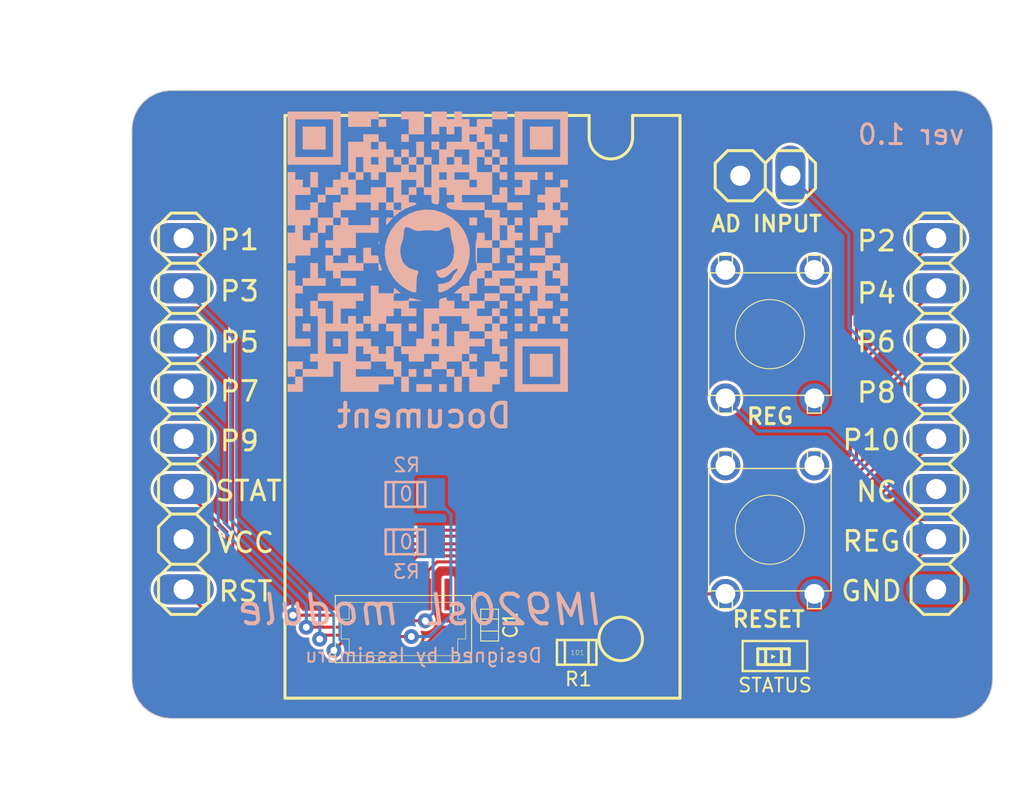
<source format=kicad_pcb>
(kicad_pcb (version 20171130) (host pcbnew "(5.1.10)-1")

  (general
    (thickness 1.6)
    (drawings 44)
    (tracks 142)
    (zones 0)
    (modules 12)
    (nets 23)
  )

  (page A4)
  (layers
    (0 Top signal)
    (31 Bottom signal)
    (32 B.Adhes user)
    (33 F.Adhes user)
    (34 B.Paste user)
    (35 F.Paste user)
    (36 B.SilkS user)
    (37 F.SilkS user)
    (38 B.Mask user)
    (39 F.Mask user)
    (40 Dwgs.User user)
    (41 Cmts.User user)
    (42 Eco1.User user)
    (43 Eco2.User user)
    (44 Edge.Cuts user)
    (45 Margin user)
    (46 B.CrtYd user)
    (47 F.CrtYd user)
    (48 B.Fab user)
    (49 F.Fab user)
  )

  (setup
    (last_trace_width 0.1524)
    (user_trace_width 0.1524)
    (trace_clearance 0.1524)
    (zone_clearance 0.508)
    (zone_45_only no)
    (trace_min 0.1524)
    (via_size 0.8)
    (via_drill 0.4)
    (via_min_size 0.4)
    (via_min_drill 0.3)
    (uvia_size 0.3)
    (uvia_drill 0.1)
    (uvias_allowed no)
    (uvia_min_size 0.2)
    (uvia_min_drill 0.1)
    (edge_width 0.05)
    (segment_width 0.2)
    (pcb_text_width 0.3)
    (pcb_text_size 1.5 1.5)
    (mod_edge_width 0.12)
    (mod_text_size 1 1)
    (mod_text_width 0.15)
    (pad_size 1.508 1.508)
    (pad_drill 1)
    (pad_to_mask_clearance 0)
    (aux_axis_origin 0 0)
    (visible_elements 7FFFFFFF)
    (pcbplotparams
      (layerselection 0x010fc_ffffffff)
      (usegerberextensions false)
      (usegerberattributes true)
      (usegerberadvancedattributes true)
      (creategerberjobfile true)
      (excludeedgelayer true)
      (linewidth 0.100000)
      (plotframeref false)
      (viasonmask false)
      (mode 1)
      (useauxorigin false)
      (hpglpennumber 1)
      (hpglpenspeed 20)
      (hpglpendiameter 15.000000)
      (psnegative false)
      (psa4output false)
      (plotreference true)
      (plotvalue true)
      (plotinvisibletext false)
      (padsonsilk false)
      (subtractmaskfromsilk false)
      (outputformat 1)
      (mirror false)
      (drillshape 0)
      (scaleselection 1)
      (outputdirectory "../gerber/"))
  )

  (net 0 "")
  (net 1 GND)
  (net 2 /RESET)
  (net 3 /VCC)
  (net 4 /STATUS)
  (net 5 /P9)
  (net 6 /P7)
  (net 7 /P5)
  (net 8 /P3)
  (net 9 /P1)
  (net 10 /REG)
  (net 11 "Net-(JP2-Pad6)")
  (net 12 /P10)
  (net 13 /P8)
  (net 14 /P6)
  (net 15 /P4)
  (net 16 /P2)
  (net 17 "Net-(CN1-PadRSV2)")
  (net 18 "Net-(CN1-PadRSV4)")
  (net 19 "Net-(CN1-PadRSV5)")
  (net 20 "Net-(CN1-PadRSV3)")
  (net 21 "Net-(CN1-PadRSV1)")
  (net 22 "Net-(LED1-PadA)")

  (net_class Default "This is the default net class."
    (clearance 0.1524)
    (trace_width 0.25)
    (via_dia 0.8)
    (via_drill 0.4)
    (uvia_dia 0.3)
    (uvia_drill 0.1)
    (add_net /P1)
    (add_net /P10)
    (add_net /P2)
    (add_net /P3)
    (add_net /P4)
    (add_net /P5)
    (add_net /P6)
    (add_net /P7)
    (add_net /P8)
    (add_net /P9)
    (add_net /REG)
    (add_net /RESET)
    (add_net /STATUS)
    (add_net /VCC)
    (add_net GND)
    (add_net "Net-(CN1-PadRSV1)")
    (add_net "Net-(CN1-PadRSV2)")
    (add_net "Net-(CN1-PadRSV3)")
    (add_net "Net-(CN1-PadRSV4)")
    (add_net "Net-(CN1-PadRSV5)")
    (add_net "Net-(JP2-Pad6)")
    (add_net "Net-(LED1-PadA)")
  )

  (module IM920sL_module:github拡大版 (layer Bottom) (tedit 0) (tstamp 635F2CA3)
    (at 141.66 97.27 180)
    (fp_text reference G*** (at 0 0) (layer B.SilkS) hide
      (effects (font (size 1.524 1.524) (thickness 0.3)) (justify mirror))
    )
    (fp_text value LOGO (at 0.75 0) (layer B.SilkS) hide
      (effects (font (size 1.524 1.524) (thickness 0.3)) (justify mirror))
    )
    (fp_poly (pts (xy 6.326038 5.175849) (xy 5.17585 5.175849) (xy 5.17585 6.326037) (xy 6.326038 6.326037)
      (xy 6.326038 5.175849)) (layer B.SilkS) (width 0.01))
    (fp_poly (pts (xy -5.175849 5.175849) (xy -6.326037 5.175849) (xy -6.326037 6.326037) (xy -5.175849 6.326037)
      (xy -5.175849 5.175849)) (layer B.SilkS) (width 0.01))
    (fp_poly (pts (xy -2.875471 4.409056) (xy -3.258867 4.409056) (xy -3.258867 4.792452) (xy -2.875471 4.792452)
      (xy -2.875471 4.409056)) (layer B.SilkS) (width 0.01))
    (fp_poly (pts (xy 3.642265 3.642264) (xy 3.258868 3.642264) (xy 3.258868 4.02566) (xy 3.642265 4.02566)
      (xy 3.642265 3.642264)) (layer B.SilkS) (width 0.01))
    (fp_poly (pts (xy 4.792453 -4.792453) (xy 4.409057 -4.792453) (xy 4.409057 -4.409057) (xy 4.792453 -4.409057)
      (xy 4.792453 -4.792453)) (layer B.SilkS) (width 0.01))
    (fp_poly (pts (xy -3.258867 -0.575095) (xy -3.642264 -0.575095) (xy -3.642264 0.191698) (xy -3.258867 0.191698)
      (xy -3.258867 -0.575095)) (layer B.SilkS) (width 0.01))
    (fp_poly (pts (xy -2.108679 -5.559246) (xy -2.492075 -5.559246) (xy -2.492075 -5.17585) (xy -2.108679 -5.17585)
      (xy -2.108679 -5.559246)) (layer B.SilkS) (width 0.01))
    (fp_poly (pts (xy -5.175849 -6.326038) (xy -6.326037 -6.326038) (xy -6.326037 -5.17585) (xy -5.175849 -5.17585)
      (xy -5.175849 -6.326038)) (layer B.SilkS) (width 0.01))
    (fp_poly (pts (xy 2.492076 6.326037) (xy 2.10868 6.326037) (xy 2.10868 6.709433) (xy 2.492076 6.709433)
      (xy 2.492076 6.326037)) (layer B.SilkS) (width 0.01))
    (fp_poly (pts (xy 2.492076 7.09283) (xy 4.025661 7.09283) (xy 4.025661 6.326037) (xy 2.875472 6.326037)
      (xy 2.875472 6.709433) (xy 2.492076 6.709433) (xy 2.492076 7.09283)) (layer B.SilkS) (width 0.01))
    (fp_poly (pts (xy 1.341887 6.709433) (xy 0.958491 6.709433) (xy 0.958491 5.942641) (xy 0.191699 5.942641)
      (xy 0.191699 7.09283) (xy 1.341887 7.09283) (xy 1.341887 6.709433)) (layer B.SilkS) (width 0.01))
    (fp_poly (pts (xy 1.341887 5.559245) (xy 0.958491 5.559245) (xy 0.958491 5.942641) (xy 1.341887 5.942641)
      (xy 1.341887 5.559245)) (layer B.SilkS) (width 0.01))
    (fp_poly (pts (xy -3.642264 5.559245) (xy -4.02566 5.559245) (xy -4.02566 5.942641) (xy -3.642264 5.942641)
      (xy -3.642264 5.559245)) (layer B.SilkS) (width 0.01))
    (fp_poly (pts (xy 7.092831 4.409056) (xy 4.409057 4.409056) (xy 4.409057 6.709433) (xy 4.792453 6.709433)
      (xy 4.792453 4.792452) (xy 6.709434 4.792452) (xy 6.709434 6.709433) (xy 4.792453 6.709433)
      (xy 4.409057 6.709433) (xy 4.409057 7.09283) (xy 7.092831 7.09283) (xy 7.092831 4.409056)) (layer B.SilkS) (width 0.01))
    (fp_poly (pts (xy -4.409056 4.409056) (xy -7.09283 4.409056) (xy -7.09283 6.709433) (xy -6.709433 6.709433)
      (xy -6.709433 4.792452) (xy -4.792452 4.792452) (xy -4.792452 6.709433) (xy -6.709433 6.709433)
      (xy -7.09283 6.709433) (xy -7.09283 7.09283) (xy -4.409056 7.09283) (xy -4.409056 4.409056)) (layer B.SilkS) (width 0.01))
    (fp_poly (pts (xy -5.942641 3.642264) (xy -6.326037 3.642264) (xy -6.326037 4.02566) (xy -5.942641 4.02566)
      (xy -5.942641 3.642264)) (layer B.SilkS) (width 0.01))
    (fp_poly (pts (xy -4.409056 3.642264) (xy -4.792452 3.642264) (xy -4.792452 3.258867) (xy -4.409056 3.258867)
      (xy -4.409056 2.875471) (xy -5.175849 2.875471) (xy -5.175849 3.642264) (xy -5.559245 3.642264)
      (xy -5.559245 4.02566) (xy -4.409056 4.02566) (xy -4.409056 3.642264)) (layer B.SilkS) (width 0.01))
    (fp_poly (pts (xy 2.047358 1.719636) (xy 2.09585 1.68427) (xy 2.108292 1.59154) (xy 2.10868 1.533584)
      (xy 2.106021 1.413712) (xy 2.099381 1.347432) (xy 2.096699 1.34275) (xy 2.062132 1.376727)
      (xy 1.986509 1.462881) (xy 1.926257 1.534448) (xy 1.767796 1.725283) (xy 1.938238 1.725283)
      (xy 2.047358 1.719636)) (layer B.SilkS) (width 0.01))
    (fp_poly (pts (xy -2.108679 1.341886) (xy -2.492075 1.341886) (xy -2.492075 1.725283) (xy -2.108679 1.725283)
      (xy -2.108679 1.341886)) (layer B.SilkS) (width 0.01))
    (fp_poly (pts (xy 2.474991 0.522516) (xy 2.477363 0.514276) (xy 2.484379 0.409882) (xy 2.475587 0.370503)
      (xy 2.459854 0.368909) (xy 2.453428 0.443933) (xy 2.453494 0.455283) (xy 2.460405 0.529611)
      (xy 2.474991 0.522516)) (layer B.SilkS) (width 0.01))
    (fp_poly (pts (xy 0.577993 2.058652) (xy 0.965338 1.909204) (xy 1.317377 1.688116) (xy 1.623456 1.403438)
      (xy 1.87292 1.063219) (xy 2.055115 0.675511) (xy 2.153703 0.286733) (xy 2.173239 -0.136879)
      (xy 2.104405 -0.560707) (xy 1.952939 -0.966766) (xy 1.724576 -1.33707) (xy 1.582552 -1.504039)
      (xy 1.413824 -1.659903) (xy 1.216436 -1.80795) (xy 1.013969 -1.933698) (xy 0.830001 -2.022662)
      (xy 0.688112 -2.06036) (xy 0.676217 -2.060755) (xy 0.62767 -2.054386) (xy 0.597653 -2.02289)
      (xy 0.581609 -1.947688) (xy 0.574984 -1.8102) (xy 0.573397 -1.641416) (xy 0.563607 -1.389257)
      (xy 0.537946 -1.200189) (xy 0.506055 -1.103502) (xy 0.472337 -1.033034) (xy 0.482465 -0.990345)
      (xy 0.553505 -0.957822) (xy 0.68049 -0.923487) (xy 0.943924 -0.828424) (xy 1.135587 -0.689885)
      (xy 1.27519 -0.493002) (xy 1.28985 -0.46378) (xy 1.360552 -0.246549) (xy 1.390231 0.004428)
      (xy 1.378218 0.251971) (xy 1.323846 0.458897) (xy 1.307041 0.493606) (xy 1.256051 0.636124)
      (xy 1.224366 0.815921) (xy 1.219898 0.889074) (xy 1.203589 1.091242) (xy 1.156197 1.208337)
      (xy 1.066655 1.246417) (xy 0.923897 1.21154) (xy 0.767186 1.136901) (xy 0.635776 1.075197)
      (xy 0.523497 1.050845) (xy 0.386396 1.058092) (xy 0.283607 1.073608) (xy -0.063087 1.093643)
      (xy -0.25152 1.0727) (xy -0.41577 1.049684) (xy -0.535191 1.058371) (xy -0.657424 1.105233)
      (xy -0.717545 1.135993) (xy -0.910124 1.224314) (xy -1.040791 1.244731) (xy -1.120949 1.191079)
      (xy -1.162001 1.057194) (xy -1.174326 0.889074) (xy -1.195386 0.70333) (xy -1.240343 0.523438)
      (xy -1.261469 0.468803) (xy -1.327152 0.230554) (xy -1.338813 -0.043865) (xy -1.297342 -0.312061)
      (xy -1.241924 -0.46378) (xy -1.105931 -0.67051) (xy -0.919496 -0.816166) (xy -0.663249 -0.915423)
      (xy -0.636575 -0.922461) (xy -0.400507 -0.982875) (xy -0.46163 -1.132669) (xy -0.557024 -1.26984)
      (xy -0.690092 -1.325565) (xy -0.849243 -1.300617) (xy -1.022887 -1.195768) (xy -1.135709 -1.087712)
      (xy -1.2667 -0.96585) (xy -1.391384 -0.888079) (xy -1.487932 -0.866178) (xy -1.519612 -0.880619)
      (xy -1.506786 -0.928599) (xy -1.444116 -1.020574) (xy -1.396189 -1.07836) (xy -1.306904 -1.192258)
      (xy -1.253129 -1.284412) (xy -1.246037 -1.311239) (xy -1.202222 -1.416594) (xy -1.086702 -1.513549)
      (xy -0.923372 -1.586739) (xy -0.768356 -1.618454) (xy -0.527169 -1.641629) (xy -0.527169 -1.851192)
      (xy -0.532996 -1.982377) (xy -0.559234 -2.043417) (xy -0.619022 -2.05974) (xy -0.635 -2.059887)
      (xy -0.733504 -2.036898) (xy -0.878828 -1.97817) (xy -1.006415 -1.914044) (xy -1.362597 -1.666407)
      (xy -1.659448 -1.354806) (xy -1.889869 -0.99345) (xy -2.046763 -0.596544) (xy -2.123035 -0.178296)
      (xy -2.111588 0.247088) (xy -2.105778 0.286733) (xy -1.991105 0.721514) (xy -1.795504 1.114502)
      (xy -1.528128 1.456654) (xy -1.19813 1.738927) (xy -0.814663 1.952277) (xy -0.386878 2.087661)
      (xy -0.259995 2.110427) (xy 0.165997 2.12841) (xy 0.577993 2.058652)) (layer B.SilkS) (width 0.01))
    (fp_poly (pts (xy -4.409056 -3.258868) (xy -4.792452 -3.258868) (xy -4.792452 -2.875472) (xy -4.409056 -2.875472)
      (xy -4.409056 -3.258868)) (layer B.SilkS) (width 0.01))
    (fp_poly (pts (xy 6.326038 -4.025661) (xy 5.942642 -4.025661) (xy 5.942642 -3.642265) (xy 6.326038 -3.642265)
      (xy 6.326038 -4.025661)) (layer B.SilkS) (width 0.01))
    (fp_poly (pts (xy 0.958491 -4.025661) (xy 0.575095 -4.025661) (xy 0.575095 -3.642265) (xy 0.958491 -3.642265)
      (xy 0.958491 -4.025661)) (layer B.SilkS) (width 0.01))
    (fp_poly (pts (xy -4.409056 -4.025661) (xy -4.792452 -4.025661) (xy -4.792452 -3.642265) (xy -4.409056 -3.642265)
      (xy -4.409056 -4.025661)) (layer B.SilkS) (width 0.01))
    (fp_poly (pts (xy -6.709433 -3.258868) (xy -7.09283 -3.258868) (xy -7.09283 -2.875472) (xy -6.709433 -2.875472)
      (xy -6.709433 -3.258868)) (layer B.SilkS) (width 0.01))
    (fp_poly (pts (xy -6.326037 -3.642265) (xy -6.709433 -3.642265) (xy -6.709433 -3.258868) (xy -6.326037 -3.258868)
      (xy -6.326037 -3.642265)) (layer B.SilkS) (width 0.01))
    (fp_poly (pts (xy -6.709433 -4.025661) (xy -7.09283 -4.025661) (xy -7.09283 -3.642265) (xy -6.709433 -3.642265)
      (xy -6.709433 -4.025661)) (layer B.SilkS) (width 0.01))
    (fp_poly (pts (xy 5.942642 -1.341887) (xy 6.326038 -1.341887) (xy 6.326038 -1.725284) (xy 5.17585 -1.725284)
      (xy 5.17585 -1.341887) (xy 5.559246 -1.341887) (xy 5.559246 -0.575095) (xy 5.942642 -0.575095)
      (xy 5.942642 -1.341887)) (layer B.SilkS) (width 0.01))
    (fp_poly (pts (xy 7.092831 -4.792453) (xy 5.942642 -4.792453) (xy 5.942642 -4.409057) (xy 6.709434 -4.409057)
      (xy 6.709434 -3.258868) (xy 6.326038 -3.258868) (xy 6.326038 -2.875472) (xy 6.709434 -2.875472)
      (xy 6.709434 -2.10868) (xy 6.326038 -2.10868) (xy 6.326038 -1.725284) (xy 6.709434 -1.725284)
      (xy 6.709434 -0.958491) (xy 7.092831 -0.958491) (xy 7.092831 -4.792453)) (layer B.SilkS) (width 0.01))
    (fp_poly (pts (xy 0.575095 -7.092831) (xy -0.191698 -7.092831) (xy -0.191698 -6.709434) (xy 0.575095 -6.709434)
      (xy 0.575095 -7.092831)) (layer B.SilkS) (width 0.01))
    (fp_poly (pts (xy -0.575094 -7.092831) (xy -0.95849 -7.092831) (xy -0.95849 -6.709434) (xy -0.575094 -6.709434)
      (xy -0.575094 -7.092831)) (layer B.SilkS) (width 0.01))
    (fp_poly (pts (xy -0.191698 5.175849) (xy -0.575094 5.175849) (xy -0.575094 5.559245) (xy -0.191698 5.559245)
      (xy -0.191698 5.175849)) (layer B.SilkS) (width 0.01))
    (fp_poly (pts (xy 5.942642 3.258867) (xy 5.559246 3.258867) (xy 5.559246 4.02566) (xy 5.942642 4.02566)
      (xy 5.942642 3.258867)) (layer B.SilkS) (width 0.01))
    (fp_poly (pts (xy 0.191699 3.258867) (xy 0.191699 2.875471) (xy -0.191698 2.875471) (xy -0.191698 2.6654)
      (xy -0.199591 2.52913) (xy -0.232022 2.458942) (xy -0.299528 2.426432) (xy -0.424894 2.396785)
      (xy -0.50498 2.398821) (xy -0.549926 2.447299) (xy -0.56987 2.556977) (xy -0.574951 2.742613)
      (xy -0.575094 2.827547) (xy -0.575094 3.258867) (xy -0.95849 3.258867) (xy -0.95849 2.875471)
      (xy -1.341886 2.875471) (xy -1.341886 2.492075) (xy -1.150188 2.492075) (xy -1.026628 2.485479)
      (xy -0.971714 2.4546) (xy -0.958547 2.382798) (xy -0.95849 2.373494) (xy -0.972468 2.286891)
      (xy -1.02143 2.220783) (xy -1.115917 2.172633) (xy -1.26647 2.139902) (xy -1.483632 2.120053)
      (xy -1.777943 2.110547) (xy -2.058374 2.108679) (xy -2.875471 2.108679) (xy -2.875471 2.492075)
      (xy -1.725283 2.492075) (xy -1.725283 2.875471) (xy -3.258867 2.875471) (xy -3.258867 3.642264)
      (xy -2.492075 3.642264) (xy -2.492075 3.258867) (xy -2.108679 3.258867) (xy -2.108679 3.642264)
      (xy -2.492075 3.642264) (xy -3.258867 3.642264) (xy -3.258867 4.02566) (xy -3.642264 4.02566)
      (xy -3.642264 4.409056) (xy -4.02566 4.409056) (xy -4.02566 4.792452) (xy -3.642264 4.792452)
      (xy -3.642264 4.409056) (xy -3.258867 4.409056) (xy -3.258867 4.02566) (xy -2.492075 4.02566)
      (xy -2.108679 4.02566) (xy -2.108679 3.642264) (xy -1.341886 3.642264) (xy -1.341886 4.02566)
      (xy -0.95849 4.02566) (xy -0.95849 3.642264) (xy -0.575094 3.642264) (xy -0.575094 4.02566)
      (xy -0.95849 4.02566) (xy -1.341886 4.02566) (xy -2.108679 4.02566) (xy -2.492075 4.02566)
      (xy -2.492075 4.792452) (xy -2.875471 4.792452) (xy -2.875471 5.175849) (xy -3.258867 5.175849)
      (xy -3.258867 4.792452) (xy -3.642264 4.792452) (xy -3.642264 5.175849) (xy -3.258867 5.175849)
      (xy -3.258867 5.559245) (xy -2.875471 5.559245) (xy -2.875471 5.175849) (xy -2.492075 5.175849)
      (xy -2.108679 5.175849) (xy -2.108679 4.409056) (xy -1.725283 4.409056) (xy -1.725283 4.792452)
      (xy -1.341886 4.792452) (xy -1.341886 4.409056) (xy -0.95849 4.409056) (xy -0.95849 4.792452)
      (xy -1.341886 4.792452) (xy -1.341886 5.175849) (xy -2.108679 5.175849) (xy -2.492075 5.175849)
      (xy -2.492075 5.559245) (xy -2.875471 5.559245) (xy -3.258867 5.559245) (xy -3.258867 5.942641)
      (xy -2.875471 5.942641) (xy -2.492075 5.942641) (xy -2.492075 5.559245) (xy -2.108679 5.559245)
      (xy -2.108679 5.942641) (xy -2.492075 5.942641) (xy -2.875471 5.942641) (xy -2.875471 6.326037)
      (xy -3.258867 6.326037) (xy -3.258867 6.709433) (xy -2.492075 6.709433) (xy -2.492075 6.326037)
      (xy -2.108679 6.326037) (xy -2.108679 6.709433) (xy -1.725283 6.709433) (xy -1.725283 7.09283)
      (xy -1.341886 7.09283) (xy -1.341886 6.709433) (xy -0.95849 6.709433) (xy -0.95849 7.09283)
      (xy -0.191698 7.09283) (xy -0.191698 5.942641) (xy -0.575094 5.942641) (xy -0.575094 6.326037)
      (xy -0.95849 6.326037) (xy -0.95849 5.942641) (xy -1.341886 5.942641) (xy -1.341886 6.326037)
      (xy -1.725283 6.326037) (xy -1.725283 5.559245) (xy -0.95849 5.559245) (xy -0.95849 5.175849)
      (xy -0.575094 5.175849) (xy -0.575094 4.409056) (xy -0.191698 4.409056) (xy -0.191698 3.258867)
      (xy 0.191699 3.258867) (xy 0.191699 3.642264) (xy 0.575095 3.642264) (xy 0.575095 3.258867)
      (xy 0.958491 3.258867) (xy 0.958491 2.875471) (xy 1.341887 2.875471) (xy 1.341887 3.258867)
      (xy 1.725284 3.258867) (xy 1.725284 2.492075) (xy 2.10868 2.492075) (xy 2.10868 3.258867)
      (xy 1.725284 3.258867) (xy 1.341887 3.258867) (xy 1.341887 3.642264) (xy 0.575095 3.642264)
      (xy 0.191699 3.642264) (xy 0.191699 4.409056) (xy -0.191698 4.409056) (xy -0.191698 4.792452)
      (xy 0.191699 4.792452) (xy 0.191699 4.409056) (xy 0.575095 4.409056) (xy 0.575095 4.02566)
      (xy 0.958491 4.02566) (xy 0.958491 4.409056) (xy 0.575095 4.409056) (xy 0.575095 4.792452)
      (xy 0.191699 4.792452) (xy 0.191699 5.559245) (xy 0.575095 5.559245) (xy 0.575095 4.792452)
      (xy 0.958491 4.792452) (xy 0.958491 4.409056) (xy 1.341887 4.409056) (xy 1.341887 4.02566)
      (xy 2.10868 4.02566) (xy 2.10868 3.258867) (xy 2.875472 3.258867) (xy 2.875472 2.875471)
      (xy 3.642265 2.875471) (xy 3.642265 3.258867) (xy 4.025661 3.258867) (xy 4.025661 2.875471)
      (xy 4.409057 2.875471) (xy 4.409057 2.492075) (xy 4.792453 2.492075) (xy 4.792453 1.725283)
      (xy 5.559246 1.725283) (xy 5.559246 0.95849) (xy 5.942642 0.95849) (xy 5.942642 0.575094)
      (xy 6.326038 0.575094) (xy 6.326038 1.341886) (xy 5.942642 1.341886) (xy 5.942642 1.725283)
      (xy 5.559246 1.725283) (xy 5.559246 2.492075) (xy 5.17585 2.492075) (xy 5.17585 2.875471)
      (xy 4.409057 2.875471) (xy 4.409057 3.258867) (xy 4.025661 3.258867) (xy 3.642265 3.258867)
      (xy 3.642265 3.642264) (xy 4.025661 3.642264) (xy 4.025661 4.02566) (xy 3.642265 4.02566)
      (xy 3.642265 4.792452) (xy 3.258868 4.792452) (xy 3.258868 4.02566) (xy 2.875472 4.02566)
      (xy 2.875472 3.642264) (xy 2.492076 3.642264) (xy 2.492076 4.02566) (xy 2.10868 4.02566)
      (xy 2.10868 4.792452) (xy 2.492076 4.792452) (xy 2.492076 4.409056) (xy 2.875472 4.409056)
      (xy 2.875472 4.792452) (xy 2.492076 4.792452) (xy 2.10868 4.792452) (xy 1.725284 4.792452)
      (xy 1.725284 4.409056) (xy 1.341887 4.409056) (xy 1.341887 4.792452) (xy 0.958491 4.792452)
      (xy 0.958491 5.175849) (xy 1.341887 5.175849) (xy 1.341887 4.792452) (xy 1.725284 4.792452)
      (xy 1.725284 5.175849) (xy 2.10868 5.175849) (xy 2.10868 5.559245) (xy 2.492076 5.559245)
      (xy 2.492076 5.175849) (xy 2.875472 5.175849) (xy 2.875472 5.559245) (xy 2.492076 5.559245)
      (xy 2.492076 5.942641) (xy 3.258868 5.942641) (xy 3.258868 5.559245) (xy 4.025661 5.559245)
      (xy 4.025661 4.02566) (xy 4.409057 4.02566) (xy 4.409057 3.642264) (xy 4.792453 3.642264)
      (xy 4.792453 3.258867) (xy 5.17585 3.258867) (xy 5.17585 2.875471) (xy 5.559246 2.875471)
      (xy 5.559246 2.492075) (xy 5.942642 2.492075) (xy 5.942642 2.108679) (xy 6.709434 2.108679)
      (xy 6.709434 2.875471) (xy 5.942642 2.875471) (xy 5.942642 3.258867) (xy 6.326038 3.258867)
      (xy 6.326038 3.642264) (xy 6.709434 3.642264) (xy 6.709434 4.02566) (xy 7.092831 4.02566)
      (xy 7.092831 1.341886) (xy 6.709434 1.341886) (xy 6.709434 0.95849) (xy 7.092831 0.95849)
      (xy 7.092831 -0.575095) (xy 6.709434 -0.575095) (xy 6.709434 -0.191699) (xy 5.942642 -0.191699)
      (xy 5.942642 0.191698) (xy 5.559246 0.191698) (xy 5.559246 0.95849) (xy 5.17585 0.95849)
      (xy 5.17585 1.341886) (xy 4.792453 1.341886) (xy 4.792453 0.575094) (xy 5.17585 0.575094)
      (xy 5.17585 0.191698) (xy 4.792453 0.191698) (xy 4.792453 -0.191699) (xy 4.409057 -0.191699)
      (xy 4.409057 0.191698) (xy 3.642265 0.191698) (xy 3.642265 0.95849) (xy 2.492076 0.95849)
      (xy 2.492076 1.725283) (xy 2.875472 1.725283) (xy 2.875472 1.341886) (xy 4.025661 1.341886)
      (xy 4.025661 1.725283) (xy 4.409057 1.725283) (xy 4.409057 1.341886) (xy 4.792453 1.341886)
      (xy 4.792453 1.725283) (xy 4.409057 1.725283) (xy 4.409057 2.108679) (xy 3.642265 2.108679)
      (xy 3.642265 2.492075) (xy 2.875472 2.492075) (xy 2.875472 2.108679) (xy 2.492076 2.108679)
      (xy 2.492076 2.492075) (xy 2.10868 2.492075) (xy 2.10868 2.108679) (xy 1.916982 2.108679)
      (xy 1.794248 2.103625) (xy 1.739705 2.072234) (xy 1.725715 1.990162) (xy 1.725284 1.939829)
      (xy 1.725284 1.770978) (xy 1.485761 1.96031) (xy 1.330972 2.069913) (xy 1.152847 2.167694)
      (xy 0.928031 2.264966) (xy 0.635 2.372407) (xy 0.573092 2.413948) (xy 0.592331 2.45579)
      (xy 0.678882 2.485371) (xy 0.766793 2.492075) (xy 0.958491 2.492075) (xy 1.341887 2.492075)
      (xy 1.341887 2.108679) (xy 1.725284 2.108679) (xy 1.725284 2.492075) (xy 1.341887 2.492075)
      (xy 0.958491 2.492075) (xy 0.958491 2.875471) (xy 0.575095 2.875471) (xy 0.575095 3.258867)
      (xy 0.191699 3.258867)) (layer B.SilkS) (width 0.01))
    (fp_poly (pts (xy 1.341887 -5.559246) (xy 1.725284 -5.559246) (xy 1.725284 -4.792453) (xy 1.341887 -4.792453)
      (xy 1.341887 -4.025661) (xy 1.725284 -4.025661) (xy 1.725284 -4.792453) (xy 2.10868 -4.792453)
      (xy 2.10868 -5.17585) (xy 2.492076 -5.17585) (xy 2.875472 -5.17585) (xy 2.875472 -5.559246)
      (xy 3.642265 -5.559246) (xy 3.642265 -4.792453) (xy 3.258868 -4.792453) (xy 3.258868 -5.17585)
      (xy 2.875472 -5.17585) (xy 2.492076 -5.17585) (xy 2.492076 -4.792453) (xy 2.875472 -4.792453)
      (xy 2.875472 -4.409057) (xy 3.642265 -4.409057) (xy 3.642265 -4.025661) (xy 4.025661 -4.025661)
      (xy 4.025661 -5.17585) (xy 5.17585 -5.17585) (xy 5.17585 -4.025661) (xy 4.025661 -4.025661)
      (xy 3.642265 -4.025661) (xy 3.258868 -4.025661) (xy 3.258868 -3.642265) (xy 2.875472 -3.642265)
      (xy 2.875472 -4.025661) (xy 2.492076 -4.025661) (xy 2.492076 -3.642265) (xy 2.10868 -3.642265)
      (xy 2.10868 -4.025661) (xy 1.725284 -4.025661) (xy 1.341887 -4.025661) (xy 1.341887 -3.642265)
      (xy 2.10868 -3.642265) (xy 2.10868 -3.258868) (xy 1.725284 -3.258868) (xy 1.725284 -2.875472)
      (xy 1.341887 -2.875472) (xy 1.341887 -3.258868) (xy 0.575095 -3.258868) (xy 0.575095 -2.875472)
      (xy 0.958491 -2.875472) (xy 0.958491 -2.492076) (xy 0.635 -2.487381) (xy 0.31151 -2.482686)
      (xy 0.623019 -2.403513) (xy 0.788919 -2.363107) (xy 0.883887 -2.348107) (xy 0.929496 -2.358824)
      (xy 0.947319 -2.395568) (xy 0.949843 -2.408208) (xy 0.970797 -2.450803) (xy 1.027448 -2.476222)
      (xy 1.139272 -2.488598) (xy 1.325747 -2.49206) (xy 1.34522 -2.492076) (xy 1.725284 -2.492076)
      (xy 1.725284 -2.300378) (xy 1.720415 -2.177666) (xy 1.688699 -2.123136) (xy 1.604465 -2.109131)
      (xy 1.547377 -2.10868) (xy 1.36947 -2.10868) (xy 1.535396 -1.969575) (xy 1.701321 -1.830469)
      (xy 1.716339 -1.969575) (xy 1.731356 -2.10868) (xy 2.492076 -2.10868) (xy 2.492076 -1.725284)
      (xy 2.875472 -1.725284) (xy 2.875472 -3.258868) (xy 3.258868 -3.258868) (xy 3.258868 -3.642265)
      (xy 3.642265 -3.642265) (xy 3.642265 -3.258868) (xy 4.025661 -3.258868) (xy 4.025661 -3.642265)
      (xy 4.409057 -3.642265) (xy 4.409057 -2.875472) (xy 3.642265 -2.875472) (xy 3.642265 -2.492076)
      (xy 4.792453 -2.492076) (xy 4.792453 -3.642265) (xy 5.17585 -3.642265) (xy 5.17585 -2.875472)
      (xy 5.559246 -2.875472) (xy 5.559246 -2.492076) (xy 4.792453 -2.492076) (xy 3.642265 -2.492076)
      (xy 3.258868 -2.492076) (xy 3.258868 -2.10868) (xy 5.559246 -2.10868) (xy 5.559246 -2.492076)
      (xy 5.942642 -2.492076) (xy 5.942642 -3.258868) (xy 5.559246 -3.258868) (xy 5.559246 -5.17585)
      (xy 5.942642 -5.17585) (xy 5.942642 -5.559246) (xy 5.559246 -5.559246) (xy 5.559246 -5.942642)
      (xy 6.326038 -5.942642) (xy 6.326038 -6.326038) (xy 6.709434 -6.326038) (xy 6.709434 -5.942642)
      (xy 6.326038 -5.942642) (xy 6.326038 -5.559246) (xy 7.092831 -5.559246) (xy 7.092831 -6.326038)
      (xy 6.709434 -6.326038) (xy 6.709434 -6.709434) (xy 7.092831 -6.709434) (xy 7.092831 -7.092831)
      (xy 6.326038 -7.092831) (xy 6.326038 -6.326038) (xy 4.792453 -6.326038) (xy 4.792453 -5.559246)
      (xy 4.409057 -5.559246) (xy 4.409057 -7.092831) (xy 2.492076 -7.092831) (xy 2.492076 -6.709434)
      (xy 1.725284 -6.709434) (xy 1.725284 -6.326038) (xy 1.341887 -6.326038) (xy 1.341887 -5.942642)
      (xy 1.725284 -5.942642) (xy 1.725284 -6.326038) (xy 3.642265 -6.326038) (xy 3.642265 -5.942642)
      (xy 2.875472 -5.942642) (xy 2.875472 -5.559246) (xy 2.10868 -5.559246) (xy 2.10868 -5.942642)
      (xy 1.725284 -5.942642) (xy 1.341887 -5.942642) (xy 1.341887 -5.559246)) (layer B.SilkS) (width 0.01))
    (fp_poly (pts (xy -3.642264 3.642264) (xy -4.02566 3.642264) (xy -4.02566 4.02566) (xy -3.642264 4.02566)
      (xy -3.642264 3.642264)) (layer B.SilkS) (width 0.01))
    (fp_poly (pts (xy -6.709433 -1.725284) (xy -7.09283 -1.725284) (xy -7.09283 -1.341887) (xy -6.709433 -1.341887)
      (xy -6.709433 -1.725284) (xy -5.942641 -1.725284) (xy -5.942641 -0.958491) (xy -6.326037 -0.958491)
      (xy -6.326037 -1.341887) (xy -6.709433 -1.341887) (xy -7.09283 -1.341887) (xy -7.09283 -0.575095)
      (xy -6.709433 -0.575095) (xy -6.709433 -0.958491) (xy -6.326037 -0.958491) (xy -6.326037 -0.575095)
      (xy -6.709433 -0.575095) (xy -6.709433 -0.191699) (xy -5.942641 -0.191699) (xy -5.942641 -0.575095)
      (xy -5.175849 -0.575095) (xy -5.175849 -0.958491) (xy -5.559245 -0.958491) (xy -5.559245 -1.341887)
      (xy -4.409056 -1.341887) (xy -4.409056 -1.725284) (xy -3.642264 -1.725284) (xy -3.642264 -2.10868)
      (xy -2.875471 -2.10868) (xy -2.875471 -2.492076) (xy -2.108679 -2.492076) (xy -2.108679 -2.10868)
      (xy -2.492075 -2.10868) (xy -2.492075 -1.341887) (xy -2.875471 -1.341887) (xy -2.875471 -1.725284)
      (xy -3.642264 -1.725284) (xy -3.642264 -1.341887) (xy -4.409056 -1.341887) (xy -4.409056 -0.958491)
      (xy -4.792452 -0.958491) (xy -4.792452 -0.575095) (xy -4.409056 -0.575095) (xy -4.409056 -0.191699)
      (xy -4.792452 -0.191699) (xy -4.792452 0.191698) (xy -4.409056 0.191698) (xy -4.409056 -0.191699)
      (xy -4.02566 -0.191699) (xy -4.02566 -0.575095) (xy -4.409056 -0.575095) (xy -4.409056 -0.958491)
      (xy -3.258867 -0.958491) (xy -3.258867 -1.341887) (xy -2.875471 -1.341887) (xy -2.875471 -0.958491)
      (xy -3.258867 -0.958491) (xy -3.258867 -0.575095) (xy -2.492075 -0.575095) (xy -2.492075 0.191698)
      (xy -3.258867 0.191698) (xy -3.258867 0.575094) (xy -3.642264 0.575094) (xy -3.642264 0.191698)
      (xy -4.409056 0.191698) (xy -4.409056 0.575094) (xy -4.792452 0.575094) (xy -4.792452 0.95849)
      (xy -4.409056 0.95849) (xy -4.409056 1.341886) (xy -4.02566 1.341886) (xy -4.02566 0.575094)
      (xy -3.642264 0.575094) (xy -3.642264 1.341886) (xy -4.02566 1.341886) (xy -4.02566 1.725283)
      (xy -3.642264 1.725283) (xy -3.642264 2.108679) (xy -2.875471 2.108679) (xy -2.875471 1.725283)
      (xy -3.258867 1.725283) (xy -3.258867 0.575094) (xy -2.875471 0.575094) (xy -2.875471 0.95849)
      (xy -2.492075 0.95849) (xy -2.492075 0.766792) (xy -2.484098 0.646718) (xy -2.464173 0.579965)
      (xy -2.456132 0.575098) (xy -2.442256 0.530266) (xy -2.430869 0.408113) (xy -2.423127 0.22716)
      (xy -2.42019 0.005925) (xy -2.420188 0.000023) (xy -2.42299 -0.221987) (xy -2.430625 -0.404182)
      (xy -2.441935 -0.528041) (xy -2.455763 -0.575045) (xy -2.456132 -0.575075) (xy -2.478646 -0.617632)
      (xy -2.491162 -0.72391) (xy -2.492075 -0.766793) (xy -2.485092 -0.890758) (xy -2.453907 -0.945813)
      (xy -2.383168 -0.958488) (xy -2.38114 -0.958491) (xy -2.278942 -1.002468) (xy -2.191018 -1.118684)
      (xy -2.12892 -1.28357) (xy -2.104197 -1.473553) (xy -2.105178 -1.521604) (xy -2.115918 -1.725284)
      (xy -1.932581 -1.727249) (xy -1.800396 -1.74516) (xy -1.677007 -1.806933) (xy -1.539402 -1.918947)
      (xy -1.329559 -2.10868) (xy -1.725283 -2.10868) (xy -1.725283 -2.492076) (xy -2.108679 -2.492076)
      (xy -2.108679 -2.875472) (xy -1.341886 -2.875472) (xy -1.341886 -2.492076) (xy -1.150188 -2.492076)
      (xy -1.025399 -2.484453) (xy -0.97011 -2.452544) (xy -0.95849 -2.3911) (xy -0.938622 -2.318131)
      (xy -0.882151 -2.319417) (xy -0.774719 -2.354489) (xy -0.690453 -2.377664) (xy -0.620553 -2.406548)
      (xy -0.586338 -2.465721) (xy -0.57558 -2.583099) (xy -0.575094 -2.641045) (xy -0.575094 -2.875472)
      (xy 0.191699 -2.875472) (xy 0.191699 -4.409057) (xy 0.575095 -4.409057) (xy 0.575095 -4.792453)
      (xy 1.341887 -4.792453) (xy 1.341887 -5.17585) (xy 0.958491 -5.17585) (xy 0.958491 -5.559246)
      (xy 0.191699 -5.559246) (xy 0.191699 -5.17585) (xy -0.575094 -5.17585) (xy -0.575094 -5.559246)
      (xy -0.191698 -5.559246) (xy -0.191698 -5.942642) (xy -0.95849 -5.942642) (xy -0.95849 -6.326038)
      (xy -1.341886 -6.326038) (xy -1.341886 -7.092831) (xy -1.725283 -7.092831) (xy -1.725283 -6.326038)
      (xy -2.108679 -6.326038) (xy -2.108679 -7.092831) (xy -3.258867 -7.092831) (xy -3.258867 -6.709434)
      (xy -3.642264 -6.709434) (xy -3.642264 -6.326038) (xy -4.02566 -6.326038) (xy -4.02566 -5.942642)
      (xy -3.642264 -5.942642) (xy -3.642264 -5.559246) (xy -4.02566 -5.559246) (xy -4.02566 -5.17585)
      (xy -3.642264 -5.17585) (xy -3.642264 -5.559246) (xy -2.875471 -5.559246) (xy -2.875471 -6.326038)
      (xy -2.492075 -6.326038) (xy -2.492075 -5.942642) (xy -2.108679 -5.942642) (xy -2.108679 -5.559246)
      (xy -1.725283 -5.559246) (xy -1.725283 -6.326038) (xy -1.341886 -6.326038) (xy -1.341886 -5.942642)
      (xy -0.95849 -5.942642) (xy -0.95849 -5.559246) (xy -1.725283 -5.559246) (xy -1.725283 -5.17585)
      (xy -2.108679 -5.17585) (xy -2.108679 -4.792453) (xy -2.875471 -4.792453) (xy -2.875471 -4.409057)
      (xy -3.258867 -4.409057) (xy -3.258867 -5.17585) (xy -3.642264 -5.17585) (xy -4.02566 -5.17585)
      (xy -4.02566 -4.792453) (xy -3.642264 -4.792453) (xy -3.642264 -4.409057) (xy -4.02566 -4.409057)
      (xy -4.02566 -4.025661) (xy -3.642264 -4.025661) (xy -3.642264 -3.642265) (xy -4.02566 -3.642265)
      (xy -4.02566 -3.258868) (xy -3.642264 -3.258868) (xy -3.642264 -3.642265) (xy -3.258867 -3.642265)
      (xy -3.258867 -4.025661) (xy -2.875471 -4.025661) (xy -2.875471 -4.409057) (xy -2.108679 -4.409057)
      (xy -2.108679 -4.025661) (xy -2.875471 -4.025661) (xy -2.875471 -3.642265) (xy -2.108679 -3.642265)
      (xy -2.108679 -4.025661) (xy -1.341886 -4.025661) (xy -1.341886 -4.792453) (xy -0.95849 -4.792453)
      (xy -0.95849 -4.409057) (xy -0.575094 -4.409057) (xy -0.575094 -4.792453) (xy -0.191698 -4.792453)
      (xy -0.191698 -4.409057) (xy -0.575094 -4.409057) (xy -0.95849 -4.409057) (xy -0.95849 -3.642265)
      (xy -0.575094 -3.642265) (xy -0.575094 -4.025661) (xy -0.191698 -4.025661) (xy -0.191698 -3.642265)
      (xy -0.575094 -3.642265) (xy -0.575094 -3.258868) (xy -1.725283 -3.258868) (xy -1.725283 -3.642265)
      (xy -2.108679 -3.642265) (xy -2.875471 -3.642265) (xy -3.258867 -3.642265) (xy -3.258867 -3.258868)
      (xy -3.642264 -3.258868) (xy -3.642264 -2.875472) (xy -4.02566 -2.875472) (xy -4.02566 -2.492076)
      (xy -3.642264 -2.492076) (xy -3.642264 -2.875472) (xy -3.258867 -2.875472) (xy -3.258867 -3.258868)
      (xy -2.492075 -3.258868) (xy -2.492075 -2.875472) (xy -2.875471 -2.875472) (xy -2.875471 -2.492076)
      (xy -3.642264 -2.492076) (xy -3.642264 -2.10868) (xy -4.409056 -2.10868) (xy -4.409056 -2.492076)
      (xy -4.792452 -2.492076) (xy -4.792452 -2.10868) (xy -5.175849 -2.10868) (xy -5.175849 -1.725284)
      (xy -4.792452 -1.725284) (xy -4.792452 -2.10868) (xy -4.409056 -2.10868) (xy -4.409056 -1.725284)
      (xy -4.792452 -1.725284) (xy -5.175849 -1.725284) (xy -5.559245 -1.725284) (xy -5.559245 -2.492076)
      (xy -5.175849 -2.492076) (xy -5.175849 -3.258868) (xy -5.559245 -3.258868) (xy -5.559245 -2.875472)
      (xy -6.326037 -2.875472) (xy -6.326037 -2.492076) (xy -5.942641 -2.492076) (xy -5.942641 -2.10868)
      (xy -6.709433 -2.10868) (xy -6.709433 -1.725284)) (layer B.SilkS) (width 0.01))
    (fp_poly (pts (xy 1.341887 -7.092831) (xy 0.958491 -7.092831) (xy 0.958491 -6.326038) (xy 1.341887 -6.326038)
      (xy 1.341887 -7.092831)) (layer B.SilkS) (width 0.01))
    (fp_poly (pts (xy -3.258867 6.709433) (xy -4.02566 6.709433) (xy -4.02566 7.09283) (xy -3.258867 7.09283)
      (xy -3.258867 6.709433)) (layer B.SilkS) (width 0.01))
    (fp_poly (pts (xy -6.709433 3.258867) (xy -7.09283 3.258867) (xy -7.09283 3.642264) (xy -6.709433 3.642264)
      (xy -6.709433 3.258867)) (layer B.SilkS) (width 0.01))
    (fp_poly (pts (xy -3.642264 2.875471) (xy -3.258867 2.875471) (xy -3.258867 2.492075) (xy -4.02566 2.492075)
      (xy -4.02566 3.258867) (xy -3.642264 3.258867) (xy -3.642264 2.875471)) (layer B.SilkS) (width 0.01))
    (fp_poly (pts (xy -4.02566 2.108679) (xy -4.792452 2.108679) (xy -4.792452 2.492075) (xy -4.02566 2.492075)
      (xy -4.02566 2.108679)) (layer B.SilkS) (width 0.01))
    (fp_poly (pts (xy -4.409056 1.341886) (xy -4.792452 1.341886) (xy -4.792452 1.725283) (xy -4.409056 1.725283)
      (xy -4.409056 1.341886)) (layer B.SilkS) (width 0.01))
    (fp_poly (pts (xy -5.942641 2.875471) (xy -5.559245 2.875471) (xy -5.559245 2.492075) (xy -5.942641 2.492075)
      (xy -5.942641 2.108679) (xy -5.559245 2.108679) (xy -5.559245 1.725283) (xy -5.175849 1.725283)
      (xy -5.175849 0.575094) (xy -5.559245 0.575094) (xy -5.559245 1.341886) (xy -6.326037 1.341886)
      (xy -6.326037 0.95849) (xy -6.709433 0.95849) (xy -6.709433 1.341886) (xy -7.09283 1.341886)
      (xy -7.09283 1.725283) (xy -6.709433 1.725283) (xy -6.709433 2.108679) (xy -7.09283 2.108679)
      (xy -7.09283 2.492075) (xy -6.709433 2.492075) (xy -6.709433 2.108679) (xy -6.326037 2.108679)
      (xy -6.326037 2.492075) (xy -6.709433 2.492075) (xy -6.709433 3.258867) (xy -5.942641 3.258867)
      (xy -5.942641 2.875471)) (layer B.SilkS) (width 0.01))
    (fp_poly (pts (xy -5.942641 0.191698) (xy -6.326037 0.191698) (xy -6.326037 0.95849) (xy -5.942641 0.95849)
      (xy -5.942641 0.191698)) (layer B.SilkS) (width 0.01))
    (fp_poly (pts (xy -5.175849 -0.191699) (xy -5.942641 -0.191699) (xy -5.942641 0.191698) (xy -5.175849 0.191698)
      (xy -5.175849 -0.191699)) (layer B.SilkS) (width 0.01))
    (fp_poly (pts (xy 3.258868 -0.575095) (xy 2.492076 -0.575095) (xy 2.492076 -0.766793) (xy 2.483808 -0.892585)
      (xy 2.450972 -0.948083) (xy 2.39872 -0.958491) (xy 2.339139 -0.948498) (xy 2.329328 -0.900687)
      (xy 2.357336 -0.802736) (xy 2.404531 -0.682973) (xy 2.448392 -0.604125) (xy 2.450692 -0.601453)
      (xy 2.477778 -0.526948) (xy 2.491614 -0.40146) (xy 2.492076 -0.373812) (xy 2.497115 -0.25724)
      (xy 2.530673 -0.205441) (xy 2.620417 -0.192132) (xy 2.683774 -0.191699) (xy 2.875472 -0.191699)
      (xy 2.875472 0.191698) (xy 3.258868 0.191698) (xy 3.258868 -0.575095)) (layer B.SilkS) (width 0.01))
    (fp_poly (pts (xy 4.025661 -0.575095) (xy 4.792453 -0.575095) (xy 4.792453 -0.191699) (xy 5.17585 -0.191699)
      (xy 5.17585 -0.958491) (xy 4.792453 -0.958491) (xy 4.792453 -1.341887) (xy 4.409057 -1.341887)
      (xy 4.409057 -0.958491) (xy 3.258868 -0.958491) (xy 3.258868 -0.575095) (xy 3.642265 -0.575095)
      (xy 3.642265 -0.191699) (xy 4.025661 -0.191699) (xy 4.025661 -0.575095)) (layer B.SilkS) (width 0.01))
    (fp_poly (pts (xy 4.409057 -1.725284) (xy 3.642265 -1.725284) (xy 3.642265 -1.341887) (xy 4.409057 -1.341887)
      (xy 4.409057 -1.725284)) (layer B.SilkS) (width 0.01))
    (fp_poly (pts (xy -5.559245 -3.642265) (xy -5.942641 -3.642265) (xy -5.942641 -3.258868) (xy -5.559245 -3.258868)
      (xy -5.559245 -3.642265)) (layer B.SilkS) (width 0.01))
    (fp_poly (pts (xy -5.175849 -4.025661) (xy -5.559245 -4.025661) (xy -5.559245 -3.642265) (xy -5.175849 -3.642265)
      (xy -5.175849 -4.025661)) (layer B.SilkS) (width 0.01))
    (fp_poly (pts (xy 0.958491 -6.326038) (xy 0.575095 -6.326038) (xy 0.575095 -5.942642) (xy 0.958491 -5.942642)
      (xy 0.958491 -6.326038)) (layer B.SilkS) (width 0.01))
    (fp_poly (pts (xy 0.191699 -6.326038) (xy -0.191698 -6.326038) (xy -0.191698 -5.942642) (xy 0.191699 -5.942642)
      (xy 0.191699 -6.326038)) (layer B.SilkS) (width 0.01))
    (fp_poly (pts (xy -6.709433 -2.492076) (xy -7.09283 -2.492076) (xy -7.09283 -2.10868) (xy -6.709433 -2.10868)
      (xy -6.709433 -2.492076)) (layer B.SilkS) (width 0.01))
    (fp_poly (pts (xy -4.409056 -7.092831) (xy -7.09283 -7.092831) (xy -7.09283 -4.792453) (xy -6.709433 -4.792453)
      (xy -6.709433 -6.709434) (xy -4.792452 -6.709434) (xy -4.792452 -4.792453) (xy -6.709433 -4.792453)
      (xy -7.09283 -4.792453) (xy -7.09283 -4.409057) (xy -4.409056 -4.409057) (xy -4.409056 -7.092831)) (layer B.SilkS) (width 0.01))
  )

  (module IM920sL_module:1X08 (layer Top) (tedit 0) (tstamp 635E96D7)
    (at 129.300612 105.4736 270)
    (descr "<b>PIN HEADER</b>")
    (path /0B60073D)
    (fp_text reference JP1 (at -10.2362 -1.8288 270) (layer F.SilkS) hide
      (effects (font (size 1.2065 1.2065) (thickness 0.127)) (justify right top))
    )
    (fp_text value PINHD-1X8 (at -10.16 3.175 90) (layer F.Fab)
      (effects (font (size 1.2065 1.2065) (thickness 0.09652)) (justify left bottom))
    )
    (fp_line (start 5.715 -1.27) (end 6.985 -1.27) (layer F.SilkS) (width 0.1524))
    (fp_line (start 6.985 -1.27) (end 7.62 -0.635) (layer F.SilkS) (width 0.1524))
    (fp_line (start 7.62 -0.635) (end 7.62 0.635) (layer F.SilkS) (width 0.1524))
    (fp_line (start 7.62 0.635) (end 6.985 1.27) (layer F.SilkS) (width 0.1524))
    (fp_line (start 2.54 -0.635) (end 3.175 -1.27) (layer F.SilkS) (width 0.1524))
    (fp_line (start 3.175 -1.27) (end 4.445 -1.27) (layer F.SilkS) (width 0.1524))
    (fp_line (start 4.445 -1.27) (end 5.08 -0.635) (layer F.SilkS) (width 0.1524))
    (fp_line (start 5.08 -0.635) (end 5.08 0.635) (layer F.SilkS) (width 0.1524))
    (fp_line (start 5.08 0.635) (end 4.445 1.27) (layer F.SilkS) (width 0.1524))
    (fp_line (start 4.445 1.27) (end 3.175 1.27) (layer F.SilkS) (width 0.1524))
    (fp_line (start 3.175 1.27) (end 2.54 0.635) (layer F.SilkS) (width 0.1524))
    (fp_line (start 5.715 -1.27) (end 5.08 -0.635) (layer F.SilkS) (width 0.1524))
    (fp_line (start 5.08 0.635) (end 5.715 1.27) (layer F.SilkS) (width 0.1524))
    (fp_line (start 6.985 1.27) (end 5.715 1.27) (layer F.SilkS) (width 0.1524))
    (fp_line (start -1.905 -1.27) (end -0.635 -1.27) (layer F.SilkS) (width 0.1524))
    (fp_line (start -0.635 -1.27) (end 0 -0.635) (layer F.SilkS) (width 0.1524))
    (fp_line (start 0 -0.635) (end 0 0.635) (layer F.SilkS) (width 0.1524))
    (fp_line (start 0 0.635) (end -0.635 1.27) (layer F.SilkS) (width 0.1524))
    (fp_line (start 0 -0.635) (end 0.635 -1.27) (layer F.SilkS) (width 0.1524))
    (fp_line (start 0.635 -1.27) (end 1.905 -1.27) (layer F.SilkS) (width 0.1524))
    (fp_line (start 1.905 -1.27) (end 2.54 -0.635) (layer F.SilkS) (width 0.1524))
    (fp_line (start 2.54 -0.635) (end 2.54 0.635) (layer F.SilkS) (width 0.1524))
    (fp_line (start 2.54 0.635) (end 1.905 1.27) (layer F.SilkS) (width 0.1524))
    (fp_line (start 1.905 1.27) (end 0.635 1.27) (layer F.SilkS) (width 0.1524))
    (fp_line (start 0.635 1.27) (end 0 0.635) (layer F.SilkS) (width 0.1524))
    (fp_line (start -5.08 -0.635) (end -4.445 -1.27) (layer F.SilkS) (width 0.1524))
    (fp_line (start -4.445 -1.27) (end -3.175 -1.27) (layer F.SilkS) (width 0.1524))
    (fp_line (start -3.175 -1.27) (end -2.54 -0.635) (layer F.SilkS) (width 0.1524))
    (fp_line (start -2.54 -0.635) (end -2.54 0.635) (layer F.SilkS) (width 0.1524))
    (fp_line (start -2.54 0.635) (end -3.175 1.27) (layer F.SilkS) (width 0.1524))
    (fp_line (start -3.175 1.27) (end -4.445 1.27) (layer F.SilkS) (width 0.1524))
    (fp_line (start -4.445 1.27) (end -5.08 0.635) (layer F.SilkS) (width 0.1524))
    (fp_line (start -1.905 -1.27) (end -2.54 -0.635) (layer F.SilkS) (width 0.1524))
    (fp_line (start -2.54 0.635) (end -1.905 1.27) (layer F.SilkS) (width 0.1524))
    (fp_line (start -0.635 1.27) (end -1.905 1.27) (layer F.SilkS) (width 0.1524))
    (fp_line (start -9.525 -1.27) (end -8.255 -1.27) (layer F.SilkS) (width 0.1524))
    (fp_line (start -8.255 -1.27) (end -7.62 -0.635) (layer F.SilkS) (width 0.1524))
    (fp_line (start -7.62 -0.635) (end -7.62 0.635) (layer F.SilkS) (width 0.1524))
    (fp_line (start -7.62 0.635) (end -8.255 1.27) (layer F.SilkS) (width 0.1524))
    (fp_line (start -7.62 -0.635) (end -6.985 -1.27) (layer F.SilkS) (width 0.1524))
    (fp_line (start -6.985 -1.27) (end -5.715 -1.27) (layer F.SilkS) (width 0.1524))
    (fp_line (start -5.715 -1.27) (end -5.08 -0.635) (layer F.SilkS) (width 0.1524))
    (fp_line (start -5.08 -0.635) (end -5.08 0.635) (layer F.SilkS) (width 0.1524))
    (fp_line (start -5.08 0.635) (end -5.715 1.27) (layer F.SilkS) (width 0.1524))
    (fp_line (start -5.715 1.27) (end -6.985 1.27) (layer F.SilkS) (width 0.1524))
    (fp_line (start -6.985 1.27) (end -7.62 0.635) (layer F.SilkS) (width 0.1524))
    (fp_line (start -10.16 -0.635) (end -10.16 0.635) (layer F.SilkS) (width 0.1524))
    (fp_line (start -9.525 -1.27) (end -10.16 -0.635) (layer F.SilkS) (width 0.1524))
    (fp_line (start -10.16 0.635) (end -9.525 1.27) (layer F.SilkS) (width 0.1524))
    (fp_line (start -8.255 1.27) (end -9.525 1.27) (layer F.SilkS) (width 0.1524))
    (fp_line (start 8.255 -1.27) (end 9.525 -1.27) (layer F.SilkS) (width 0.1524))
    (fp_line (start 9.525 -1.27) (end 10.16 -0.635) (layer F.SilkS) (width 0.1524))
    (fp_line (start 10.16 -0.635) (end 10.16 0.635) (layer F.SilkS) (width 0.1524))
    (fp_line (start 10.16 0.635) (end 9.525 1.27) (layer F.SilkS) (width 0.1524))
    (fp_line (start 8.255 -1.27) (end 7.62 -0.635) (layer F.SilkS) (width 0.1524))
    (fp_line (start 7.62 0.635) (end 8.255 1.27) (layer F.SilkS) (width 0.1524))
    (fp_line (start 9.525 1.27) (end 8.255 1.27) (layer F.SilkS) (width 0.1524))
    (fp_poly (pts (xy 6.096 0.254) (xy 6.604 0.254) (xy 6.604 -0.254) (xy 6.096 -0.254)) (layer F.Fab) (width 0))
    (fp_poly (pts (xy 3.556 0.254) (xy 4.064 0.254) (xy 4.064 -0.254) (xy 3.556 -0.254)) (layer F.Fab) (width 0))
    (fp_poly (pts (xy 1.016 0.254) (xy 1.524 0.254) (xy 1.524 -0.254) (xy 1.016 -0.254)) (layer F.Fab) (width 0))
    (fp_poly (pts (xy -1.524 0.254) (xy -1.016 0.254) (xy -1.016 -0.254) (xy -1.524 -0.254)) (layer F.Fab) (width 0))
    (fp_poly (pts (xy -4.064 0.254) (xy -3.556 0.254) (xy -3.556 -0.254) (xy -4.064 -0.254)) (layer F.Fab) (width 0))
    (fp_poly (pts (xy -6.604 0.254) (xy -6.096 0.254) (xy -6.096 -0.254) (xy -6.604 -0.254)) (layer F.Fab) (width 0))
    (fp_poly (pts (xy -9.144 0.254) (xy -8.636 0.254) (xy -8.636 -0.254) (xy -9.144 -0.254)) (layer F.Fab) (width 0))
    (fp_poly (pts (xy 8.636 0.254) (xy 9.144 0.254) (xy 9.144 -0.254) (xy 8.636 -0.254)) (layer F.Fab) (width 0))
    (pad 8 thru_hole oval (at 8.89 0) (size 3.048 1.524) (drill 1.016) (layers *.Cu *.Mask)
      (net 2 /RESET) (solder_mask_margin 0.1016))
    (pad 7 thru_hole oval (at 6.35 0) (size 3.048 1.524) (drill 1.016) (layers *.Cu *.Mask)
      (net 3 /VCC) (solder_mask_margin 0.1016))
    (pad 6 thru_hole oval (at 3.81 0) (size 3.048 1.524) (drill 1.016) (layers *.Cu *.Mask)
      (net 4 /STATUS) (solder_mask_margin 0.1016))
    (pad 5 thru_hole oval (at 1.27 0) (size 3.048 1.524) (drill 1.016) (layers *.Cu *.Mask)
      (net 5 /P9) (solder_mask_margin 0.1016))
    (pad 4 thru_hole oval (at -1.27 0) (size 3.048 1.524) (drill 1.016) (layers *.Cu *.Mask)
      (net 6 /P7) (solder_mask_margin 0.1016))
    (pad 3 thru_hole oval (at -3.81 0) (size 3.048 1.524) (drill 1.016) (layers *.Cu *.Mask)
      (net 7 /P5) (solder_mask_margin 0.1016))
    (pad 2 thru_hole oval (at -6.35 0) (size 3.048 1.524) (drill 1.016) (layers *.Cu *.Mask)
      (net 8 /P3) (solder_mask_margin 0.1016))
    (pad 1 thru_hole oval (at -8.89 0) (size 3.048 1.524) (drill 1.016) (layers *.Cu *.Mask)
      (net 9 /P1) (solder_mask_margin 0.1016))
  )

  (module IM920sL_module:1X08 (layer Top) (tedit 0) (tstamp 635E9723)
    (at 167.400612 105.4736 270)
    (descr "<b>PIN HEADER</b>")
    (path /BAFA783C)
    (fp_text reference JP2 (at -10.2362 -1.8288 270) (layer F.SilkS) hide
      (effects (font (size 1.2065 1.2065) (thickness 0.127)) (justify right top))
    )
    (fp_text value PINHD-1X8 (at -10.16 3.175 90) (layer F.Fab)
      (effects (font (size 1.2065 1.2065) (thickness 0.09652)) (justify left bottom))
    )
    (fp_line (start 5.715 -1.27) (end 6.985 -1.27) (layer F.SilkS) (width 0.1524))
    (fp_line (start 6.985 -1.27) (end 7.62 -0.635) (layer F.SilkS) (width 0.1524))
    (fp_line (start 7.62 -0.635) (end 7.62 0.635) (layer F.SilkS) (width 0.1524))
    (fp_line (start 7.62 0.635) (end 6.985 1.27) (layer F.SilkS) (width 0.1524))
    (fp_line (start 2.54 -0.635) (end 3.175 -1.27) (layer F.SilkS) (width 0.1524))
    (fp_line (start 3.175 -1.27) (end 4.445 -1.27) (layer F.SilkS) (width 0.1524))
    (fp_line (start 4.445 -1.27) (end 5.08 -0.635) (layer F.SilkS) (width 0.1524))
    (fp_line (start 5.08 -0.635) (end 5.08 0.635) (layer F.SilkS) (width 0.1524))
    (fp_line (start 5.08 0.635) (end 4.445 1.27) (layer F.SilkS) (width 0.1524))
    (fp_line (start 4.445 1.27) (end 3.175 1.27) (layer F.SilkS) (width 0.1524))
    (fp_line (start 3.175 1.27) (end 2.54 0.635) (layer F.SilkS) (width 0.1524))
    (fp_line (start 5.715 -1.27) (end 5.08 -0.635) (layer F.SilkS) (width 0.1524))
    (fp_line (start 5.08 0.635) (end 5.715 1.27) (layer F.SilkS) (width 0.1524))
    (fp_line (start 6.985 1.27) (end 5.715 1.27) (layer F.SilkS) (width 0.1524))
    (fp_line (start -1.905 -1.27) (end -0.635 -1.27) (layer F.SilkS) (width 0.1524))
    (fp_line (start -0.635 -1.27) (end 0 -0.635) (layer F.SilkS) (width 0.1524))
    (fp_line (start 0 -0.635) (end 0 0.635) (layer F.SilkS) (width 0.1524))
    (fp_line (start 0 0.635) (end -0.635 1.27) (layer F.SilkS) (width 0.1524))
    (fp_line (start 0 -0.635) (end 0.635 -1.27) (layer F.SilkS) (width 0.1524))
    (fp_line (start 0.635 -1.27) (end 1.905 -1.27) (layer F.SilkS) (width 0.1524))
    (fp_line (start 1.905 -1.27) (end 2.54 -0.635) (layer F.SilkS) (width 0.1524))
    (fp_line (start 2.54 -0.635) (end 2.54 0.635) (layer F.SilkS) (width 0.1524))
    (fp_line (start 2.54 0.635) (end 1.905 1.27) (layer F.SilkS) (width 0.1524))
    (fp_line (start 1.905 1.27) (end 0.635 1.27) (layer F.SilkS) (width 0.1524))
    (fp_line (start 0.635 1.27) (end 0 0.635) (layer F.SilkS) (width 0.1524))
    (fp_line (start -5.08 -0.635) (end -4.445 -1.27) (layer F.SilkS) (width 0.1524))
    (fp_line (start -4.445 -1.27) (end -3.175 -1.27) (layer F.SilkS) (width 0.1524))
    (fp_line (start -3.175 -1.27) (end -2.54 -0.635) (layer F.SilkS) (width 0.1524))
    (fp_line (start -2.54 -0.635) (end -2.54 0.635) (layer F.SilkS) (width 0.1524))
    (fp_line (start -2.54 0.635) (end -3.175 1.27) (layer F.SilkS) (width 0.1524))
    (fp_line (start -3.175 1.27) (end -4.445 1.27) (layer F.SilkS) (width 0.1524))
    (fp_line (start -4.445 1.27) (end -5.08 0.635) (layer F.SilkS) (width 0.1524))
    (fp_line (start -1.905 -1.27) (end -2.54 -0.635) (layer F.SilkS) (width 0.1524))
    (fp_line (start -2.54 0.635) (end -1.905 1.27) (layer F.SilkS) (width 0.1524))
    (fp_line (start -0.635 1.27) (end -1.905 1.27) (layer F.SilkS) (width 0.1524))
    (fp_line (start -9.525 -1.27) (end -8.255 -1.27) (layer F.SilkS) (width 0.1524))
    (fp_line (start -8.255 -1.27) (end -7.62 -0.635) (layer F.SilkS) (width 0.1524))
    (fp_line (start -7.62 -0.635) (end -7.62 0.635) (layer F.SilkS) (width 0.1524))
    (fp_line (start -7.62 0.635) (end -8.255 1.27) (layer F.SilkS) (width 0.1524))
    (fp_line (start -7.62 -0.635) (end -6.985 -1.27) (layer F.SilkS) (width 0.1524))
    (fp_line (start -6.985 -1.27) (end -5.715 -1.27) (layer F.SilkS) (width 0.1524))
    (fp_line (start -5.715 -1.27) (end -5.08 -0.635) (layer F.SilkS) (width 0.1524))
    (fp_line (start -5.08 -0.635) (end -5.08 0.635) (layer F.SilkS) (width 0.1524))
    (fp_line (start -5.08 0.635) (end -5.715 1.27) (layer F.SilkS) (width 0.1524))
    (fp_line (start -5.715 1.27) (end -6.985 1.27) (layer F.SilkS) (width 0.1524))
    (fp_line (start -6.985 1.27) (end -7.62 0.635) (layer F.SilkS) (width 0.1524))
    (fp_line (start -10.16 -0.635) (end -10.16 0.635) (layer F.SilkS) (width 0.1524))
    (fp_line (start -9.525 -1.27) (end -10.16 -0.635) (layer F.SilkS) (width 0.1524))
    (fp_line (start -10.16 0.635) (end -9.525 1.27) (layer F.SilkS) (width 0.1524))
    (fp_line (start -8.255 1.27) (end -9.525 1.27) (layer F.SilkS) (width 0.1524))
    (fp_line (start 8.255 -1.27) (end 9.525 -1.27) (layer F.SilkS) (width 0.1524))
    (fp_line (start 9.525 -1.27) (end 10.16 -0.635) (layer F.SilkS) (width 0.1524))
    (fp_line (start 10.16 -0.635) (end 10.16 0.635) (layer F.SilkS) (width 0.1524))
    (fp_line (start 10.16 0.635) (end 9.525 1.27) (layer F.SilkS) (width 0.1524))
    (fp_line (start 8.255 -1.27) (end 7.62 -0.635) (layer F.SilkS) (width 0.1524))
    (fp_line (start 7.62 0.635) (end 8.255 1.27) (layer F.SilkS) (width 0.1524))
    (fp_line (start 9.525 1.27) (end 8.255 1.27) (layer F.SilkS) (width 0.1524))
    (fp_poly (pts (xy 6.096 0.254) (xy 6.604 0.254) (xy 6.604 -0.254) (xy 6.096 -0.254)) (layer F.Fab) (width 0))
    (fp_poly (pts (xy 3.556 0.254) (xy 4.064 0.254) (xy 4.064 -0.254) (xy 3.556 -0.254)) (layer F.Fab) (width 0))
    (fp_poly (pts (xy 1.016 0.254) (xy 1.524 0.254) (xy 1.524 -0.254) (xy 1.016 -0.254)) (layer F.Fab) (width 0))
    (fp_poly (pts (xy -1.524 0.254) (xy -1.016 0.254) (xy -1.016 -0.254) (xy -1.524 -0.254)) (layer F.Fab) (width 0))
    (fp_poly (pts (xy -4.064 0.254) (xy -3.556 0.254) (xy -3.556 -0.254) (xy -4.064 -0.254)) (layer F.Fab) (width 0))
    (fp_poly (pts (xy -6.604 0.254) (xy -6.096 0.254) (xy -6.096 -0.254) (xy -6.604 -0.254)) (layer F.Fab) (width 0))
    (fp_poly (pts (xy -9.144 0.254) (xy -8.636 0.254) (xy -8.636 -0.254) (xy -9.144 -0.254)) (layer F.Fab) (width 0))
    (fp_poly (pts (xy 8.636 0.254) (xy 9.144 0.254) (xy 9.144 -0.254) (xy 8.636 -0.254)) (layer F.Fab) (width 0))
    (pad 8 thru_hole oval (at 8.89 0) (size 3.048 1.524) (drill 1.016) (layers *.Cu *.Mask)
      (net 1 GND) (solder_mask_margin 0.1016))
    (pad 7 thru_hole oval (at 6.35 0) (size 3.048 1.524) (drill 1.016) (layers *.Cu *.Mask)
      (net 10 /REG) (solder_mask_margin 0.1016))
    (pad 6 thru_hole oval (at 3.81 0) (size 3.048 1.524) (drill 1.016) (layers *.Cu *.Mask)
      (net 11 "Net-(JP2-Pad6)") (solder_mask_margin 0.1016))
    (pad 5 thru_hole oval (at 1.27 0) (size 3.048 1.524) (drill 1.016) (layers *.Cu *.Mask)
      (net 12 /P10) (solder_mask_margin 0.1016))
    (pad 4 thru_hole oval (at -1.27 0) (size 3.048 1.524) (drill 1.016) (layers *.Cu *.Mask)
      (net 13 /P8) (solder_mask_margin 0.1016))
    (pad 3 thru_hole oval (at -3.81 0) (size 3.048 1.524) (drill 1.016) (layers *.Cu *.Mask)
      (net 14 /P6) (solder_mask_margin 0.1016))
    (pad 2 thru_hole oval (at -6.35 0) (size 3.048 1.524) (drill 1.016) (layers *.Cu *.Mask)
      (net 15 /P4) (solder_mask_margin 0.1016))
    (pad 1 thru_hole oval (at -8.89 0) (size 3.048 1.524) (drill 1.016) (layers *.Cu *.Mask)
      (net 16 /P2) (solder_mask_margin 0.1016))
  )

  (module IM920sL_module:SML-E12V8WT86 (layer Top) (tedit 0) (tstamp 635E976F)
    (at 159.990612 117.7736 90)
    (path /30738FB3)
    (fp_text reference STATUS (at -1.8564 -2.680612) (layer F.SilkS)
      (effects (font (size 0.7 0.7) (thickness 0.1)) (justify left bottom))
    )
    (fp_text value SML-E12V8WT86 (at 0 0 90) (layer F.SilkS) hide
      (effects (font (size 1.27 1.27) (thickness 0.15)))
    )
    (fp_poly (pts (xy -0.127 -0.9525) (xy 0.127 -0.9525) (xy 0 -0.6985)) (layer F.SilkS) (width 0))
    (fp_line (start -0.4 -1.225) (end 0.4 -1.225) (layer F.SilkS) (width 0.1524))
    (fp_line (start -0.4 -0.425) (end 0.4 -0.425) (layer F.SilkS) (width 0.1524))
    (fp_line (start 0.4 -1.625) (end -0.4 -1.625) (layer F.SilkS) (width 0.1524))
    (fp_line (start 0.4 -1.225) (end 0.4 -1.625) (layer F.SilkS) (width 0.1524))
    (fp_line (start 0.4 -0.425) (end 0.4 -1.225) (layer F.SilkS) (width 0.1524))
    (fp_line (start 0.4 -0.025) (end 0.4 -0.425) (layer F.SilkS) (width 0.1524))
    (fp_line (start -0.4 -0.025) (end 0.4 -0.025) (layer F.SilkS) (width 0.1524))
    (fp_line (start -0.4 -0.425) (end -0.4 -0.025) (layer F.SilkS) (width 0.1524))
    (fp_line (start -0.4 -1.225) (end -0.4 -0.425) (layer F.SilkS) (width 0.1524))
    (fp_line (start -0.4 -1.625) (end -0.4 -1.225) (layer F.SilkS) (width 0.1524))
    (pad K smd rect (at 0 0 90) (size 0.8 0.8) (layers Top F.Paste F.Mask)
      (net 1 GND) (solder_mask_margin 0.1016))
    (pad A smd rect (at 0 -1.65 90) (size 0.8 0.8) (layers Top F.Paste F.Mask)
      (net 22 "Net-(LED1-PadA)") (solder_mask_margin 0.1016))
  )

  (module IM920sL_module:RG2012 (layer Top) (tedit 0) (tstamp 635EBF42)
    (at 150.500612 117.5536 180)
    (path /54673866)
    (fp_text reference R1 (at 1.960612 -1.7664) (layer F.SilkS)
      (effects (font (size 0.7 0.7) (thickness 0.1)) (justify left bottom))
    )
    (fp_text value RG2012N-101-B-T5 (at 0 0 180) (layer F.SilkS) hide
      (effects (font (size 1.27 1.27) (thickness 0.15)) (justify right top))
    )
    (fp_line (start 1.9 -0.625) (end 1.9 0.625) (layer F.SilkS) (width 0.127))
    (fp_line (start 0.7 -0.625) (end 0.7 0.625) (layer F.SilkS) (width 0.127))
    (fp_line (start 0.3 -0.625) (end 0.3 0.625) (layer F.SilkS) (width 0.127))
    (fp_line (start 0.7 -0.625) (end 0.3 -0.625) (layer F.SilkS) (width 0.127))
    (fp_line (start 1.9 -0.625) (end 0.7 -0.625) (layer F.SilkS) (width 0.127))
    (fp_line (start 2.3 -0.625) (end 1.9 -0.625) (layer F.SilkS) (width 0.127))
    (fp_line (start 2.3 0.625) (end 2.3 -0.625) (layer F.SilkS) (width 0.127))
    (fp_line (start 1.9 0.625) (end 2.3 0.625) (layer F.SilkS) (width 0.127))
    (fp_line (start 0.7 0.625) (end 1.9 0.625) (layer F.SilkS) (width 0.127))
    (fp_line (start 0.3 0.625) (end 0.7 0.625) (layer F.SilkS) (width 0.127))
    (fp_text user 101 (at 1.620612 -0.1564 180) (layer F.SilkS)
      (effects (font (size 0.2413 0.2413) (thickness 0.02032)) (justify left bottom))
    )
    (pad LEFT smd rect (at 0 0 180) (size 1.4 1.65) (layers Top F.Paste F.Mask)
      (net 22 "Net-(LED1-PadA)") (solder_mask_margin 0.1016))
    (pad RIGHT smd rect (at 2.6 0 180) (size 1.4 1.65) (layers Top F.Paste F.Mask)
      (net 4 /STATUS) (solder_mask_margin 0.1016))
  )

  (module IM920sL_module:1X02 (layer Top) (tedit 0) (tstamp 635E978F)
    (at 158.750612 93.4236)
    (descr "<b>PIN HEADER</b>")
    (path /EA993E11)
    (fp_text reference AD_MODE1 (at -2.6162 -1.8288) (layer F.SilkS) hide
      (effects (font (size 1.2065 1.2065) (thickness 0.127)) (justify left bottom))
    )
    (fp_text value PINHD-1X2 (at -2.54 3.175) (layer F.Fab)
      (effects (font (size 1.2065 1.2065) (thickness 0.09652)) (justify left bottom))
    )
    (fp_line (start -1.905 -1.27) (end -0.635 -1.27) (layer F.SilkS) (width 0.1524))
    (fp_line (start -0.635 -1.27) (end 0 -0.635) (layer F.SilkS) (width 0.1524))
    (fp_line (start 0 -0.635) (end 0 0.635) (layer F.SilkS) (width 0.1524))
    (fp_line (start 0 0.635) (end -0.635 1.27) (layer F.SilkS) (width 0.1524))
    (fp_line (start -2.54 -0.635) (end -2.54 0.635) (layer F.SilkS) (width 0.1524))
    (fp_line (start -1.905 -1.27) (end -2.54 -0.635) (layer F.SilkS) (width 0.1524))
    (fp_line (start -2.54 0.635) (end -1.905 1.27) (layer F.SilkS) (width 0.1524))
    (fp_line (start -0.635 1.27) (end -1.905 1.27) (layer F.SilkS) (width 0.1524))
    (fp_line (start 0 -0.635) (end 0.635 -1.27) (layer F.SilkS) (width 0.1524))
    (fp_line (start 0.635 -1.27) (end 1.905 -1.27) (layer F.SilkS) (width 0.1524))
    (fp_line (start 1.905 -1.27) (end 2.54 -0.635) (layer F.SilkS) (width 0.1524))
    (fp_line (start 2.54 -0.635) (end 2.54 0.635) (layer F.SilkS) (width 0.1524))
    (fp_line (start 2.54 0.635) (end 1.905 1.27) (layer F.SilkS) (width 0.1524))
    (fp_line (start 1.905 1.27) (end 0.635 1.27) (layer F.SilkS) (width 0.1524))
    (fp_line (start 0.635 1.27) (end 0 0.635) (layer F.SilkS) (width 0.1524))
    (fp_poly (pts (xy -1.524 0.254) (xy -1.016 0.254) (xy -1.016 -0.254) (xy -1.524 -0.254)) (layer F.Fab) (width 0))
    (fp_poly (pts (xy 1.016 0.254) (xy 1.524 0.254) (xy 1.524 -0.254) (xy 1.016 -0.254)) (layer F.Fab) (width 0))
    (pad 2 thru_hole oval (at 1.27 0 90) (size 3.048 1.524) (drill 1.016) (layers *.Cu *.Mask)
      (net 13 /P8) (solder_mask_margin 0.1016))
    (pad 1 thru_hole oval (at -1.27 0 90) (size 3.048 1.524) (drill 1.016) (layers *.Cu *.Mask)
      (net 3 /VCC) (solder_mask_margin 0.1016))
  )

  (module IM920sL_module:RG2012 (layer Bottom) (tedit 0) (tstamp 635EBF72)
    (at 141.83 109.56 180)
    (path /855FDFDB)
    (fp_text reference R2 (at 1.990612 1.0836) (layer B.SilkS)
      (effects (font (size 0.7 0.7) (thickness 0.1)) (justify right bottom mirror))
    )
    (fp_text value RG2012-0Ω (at 0 0 180) (layer B.SilkS) hide
      (effects (font (size 1.27 1.27) (thickness 0.15)) (justify mirror))
    )
    (fp_line (start 0.3 -0.625) (end 0.7 -0.625) (layer B.SilkS) (width 0.127))
    (fp_line (start 0.7 -0.625) (end 1.9 -0.625) (layer B.SilkS) (width 0.127))
    (fp_line (start 1.9 -0.625) (end 2.3 -0.625) (layer B.SilkS) (width 0.127))
    (fp_line (start 2.3 -0.625) (end 2.3 0.625) (layer B.SilkS) (width 0.127))
    (fp_line (start 2.3 0.625) (end 1.9 0.625) (layer B.SilkS) (width 0.127))
    (fp_line (start 1.9 0.625) (end 0.7 0.625) (layer B.SilkS) (width 0.127))
    (fp_line (start 0.7 0.625) (end 0.3 0.625) (layer B.SilkS) (width 0.127))
    (fp_line (start 0.3 0.625) (end 0.3 -0.625) (layer B.SilkS) (width 0.127))
    (fp_line (start 0.7 0.625) (end 0.7 -0.625) (layer B.SilkS) (width 0.127))
    (fp_line (start 1.9 0.625) (end 1.9 -0.625) (layer B.SilkS) (width 0.127))
    (fp_text user 0 (at 1.680612 -0.3964 180) (layer B.SilkS)
      (effects (font (size 0.7239 0.7239) (thickness 0.1)) (justify right bottom mirror))
    )
    (pad RIGHT smd rect (at 2.6 0 180) (size 1.4 1.65) (layers Bottom B.Paste B.Mask)
      (net 3 /VCC) (solder_mask_margin 0.1016))
    (pad LEFT smd rect (at 0 0 180) (size 1.4 1.65) (layers Bottom B.Paste B.Mask)
      (net 5 /P9) (solder_mask_margin 0.1016))
  )

  (module IM920sL_module:RG2012 (layer Bottom) (tedit 0) (tstamp 635EBE58)
    (at 141.83 111.96 180)
    (path /A00BD228)
    (fp_text reference R3 (at 2.000612 -1.9164) (layer B.SilkS)
      (effects (font (size 0.7 0.7) (thickness 0.1)) (justify right bottom mirror))
    )
    (fp_text value RG2012-0Ω (at 0 0 180) (layer B.SilkS) hide
      (effects (font (size 1.27 1.27) (thickness 0.15)) (justify mirror))
    )
    (fp_line (start 0.3 -0.625) (end 0.7 -0.625) (layer B.SilkS) (width 0.127))
    (fp_line (start 0.7 -0.625) (end 1.9 -0.625) (layer B.SilkS) (width 0.127))
    (fp_line (start 1.9 -0.625) (end 2.3 -0.625) (layer B.SilkS) (width 0.127))
    (fp_line (start 2.3 -0.625) (end 2.3 0.625) (layer B.SilkS) (width 0.127))
    (fp_line (start 2.3 0.625) (end 1.9 0.625) (layer B.SilkS) (width 0.127))
    (fp_line (start 1.9 0.625) (end 0.7 0.625) (layer B.SilkS) (width 0.127))
    (fp_line (start 0.7 0.625) (end 0.3 0.625) (layer B.SilkS) (width 0.127))
    (fp_line (start 0.3 0.625) (end 0.3 -0.625) (layer B.SilkS) (width 0.127))
    (fp_line (start 0.7 0.625) (end 0.7 -0.625) (layer B.SilkS) (width 0.127))
    (fp_line (start 1.9 0.625) (end 1.9 -0.625) (layer B.SilkS) (width 0.127))
    (fp_text user 0 (at 1.670612 -0.4264 180) (layer B.SilkS)
      (effects (font (size 0.7239 0.7239) (thickness 0.1)) (justify right bottom mirror))
    )
    (pad RIGHT smd rect (at 2.6 0 180) (size 1.4 1.65) (layers Bottom B.Paste B.Mask)
      (net 3 /VCC) (solder_mask_margin 0.1016))
    (pad LEFT smd rect (at 0 0 180) (size 1.4 1.65) (layers Bottom B.Paste B.Mask)
      (net 12 /P10) (solder_mask_margin 0.1016))
  )

  (module IM920sL_module:GCM188L81H104KA57 (layer Top) (tedit 0) (tstamp 635EBEFC)
    (at 144.790612 116.1736 90)
    (path /24F56349)
    (fp_text reference C1 (at -0.7564 1.469388 90) (layer F.SilkS)
      (effects (font (size 0.7 0.7) (thickness 0.1)) (justify left bottom))
    )
    (fp_text value GCM188L81H104KA57 (at 0 0 90) (layer F.SilkS) hide
      (effects (font (size 1.27 1.27) (thickness 0.15)))
    )
    (fp_line (start -0.805 -0.45) (end -0.305 -0.45) (layer F.SilkS) (width 0.05))
    (fp_line (start -0.305 -0.45) (end 0.305 -0.45) (layer F.SilkS) (width 0.05))
    (fp_line (start 0.305 -0.45) (end 0.805 -0.45) (layer F.SilkS) (width 0.05))
    (fp_line (start 0.805 -0.45) (end 0.805 0.45) (layer F.SilkS) (width 0.05))
    (fp_line (start 0.805 0.45) (end 0.305 0.45) (layer F.SilkS) (width 0.05))
    (fp_line (start 0.305 0.45) (end -0.305 0.45) (layer F.SilkS) (width 0.05))
    (fp_line (start -0.305 0.45) (end -0.805 0.45) (layer F.SilkS) (width 0.05))
    (fp_line (start -0.805 0.45) (end -0.805 -0.45) (layer F.SilkS) (width 0.05))
    (fp_line (start -0.305 -0.45) (end -0.305 0.45) (layer F.SilkS) (width 0.05))
    (fp_line (start 0.305 -0.45) (end 0.305 0.45) (layer F.SilkS) (width 0.05))
    (pad P$2 smd rect (at 0.7 0 90) (size 0.7 0.8) (layers Top F.Paste F.Mask)
      (net 1 GND) (solder_mask_margin 0.1016))
    (pad P$1 smd rect (at -0.7 0 90) (size 0.7 0.8) (layers Top F.Paste F.Mask)
      (net 3 /VCC) (solder_mask_margin 0.1016))
  )

  (module "IM920sL_module:20P5.0-JMCS-G-TF(N)" (layer Top) (tedit 0) (tstamp 635EBE9F)
    (at 140.180612 116.3736)
    (path /496D2C97)
    (fp_text reference CN1 (at 0 0) (layer F.SilkS) hide
      (effects (font (size 1.27 1.27) (thickness 0.15)))
    )
    (fp_text value "20P5.0-JMCS-G-TF(N)" (at 0 0) (layer F.SilkS) hide
      (effects (font (size 1.27 1.27) (thickness 0.15)))
    )
    (fp_line (start -3.2 -1.7) (end 3.7 -1.7) (layer F.SilkS) (width 0.05))
    (fp_line (start 3.7 -1.7) (end 3.7 1.7) (layer F.SilkS) (width 0.05))
    (fp_line (start 3.7 1.7) (end -3.2 1.7) (layer F.SilkS) (width 0.05))
    (fp_line (start -3.2 1.7) (end -3.2 -1.7) (layer F.SilkS) (width 0.05))
    (fp_line (start -2.5 -1.35) (end 3 -1.35) (layer F.SilkS) (width 0.03))
    (fp_line (start 3 1.35) (end -2.5 1.35) (layer F.SilkS) (width 0.03))
    (fp_line (start -2.5 1.35) (end -2.5 0.5) (layer F.SilkS) (width 0.03))
    (fp_line (start -2.5 0.5) (end -2.9 0.5) (layer F.SilkS) (width 0.03))
    (fp_line (start -2.9 0.5) (end -2.9 -0.5) (layer F.SilkS) (width 0.03))
    (fp_line (start -2.9 -0.5) (end -2.5 -0.5) (layer F.SilkS) (width 0.03))
    (fp_line (start -2.5 -0.5) (end -2.5 -1.35) (layer F.SilkS) (width 0.03))
    (fp_line (start 3 -1.35) (end 3 -0.5) (layer F.SilkS) (width 0.03))
    (fp_line (start 3 -0.5) (end 3.4 -0.5) (layer F.SilkS) (width 0.03))
    (fp_line (start 3.4 -0.5) (end 3.4 0.5) (layer F.SilkS) (width 0.03))
    (fp_line (start 3.4 0.5) (end 3 0.5) (layer F.SilkS) (width 0.03))
    (fp_line (start 3 0.5) (end 3 1.35) (layer F.SilkS) (width 0.03))
    (pad IO2 smd rect (at -2 -1.75 90) (size 1.6 0.35) (layers Top F.Paste F.Mask)
      (net 16 /P2) (solder_mask_margin 0.1016))
    (pad IO4 smd rect (at -1.5 -1.75 90) (size 1.6 0.3) (layers Top F.Paste F.Mask)
      (net 15 /P4) (solder_mask_margin 0.1016))
    (pad IO6/RXD smd rect (at -1 -1.75 90) (size 1.6 0.3) (layers Top F.Paste F.Mask)
      (net 14 /P6) (solder_mask_margin 0.1016))
    (pad IO8 smd rect (at -0.5 -1.75 90) (size 1.6 0.3) (layers Top F.Paste F.Mask)
      (net 13 /P8) (solder_mask_margin 0.1016))
    (pad IO10 smd rect (at 0 -1.75 90) (size 1.6 0.3) (layers Top F.Paste F.Mask)
      (net 12 /P10) (solder_mask_margin 0.1016))
    (pad RSV2 smd rect (at 0.5 -1.75 90) (size 1.6 0.3) (layers Top F.Paste F.Mask)
      (net 17 "Net-(CN1-PadRSV2)") (solder_mask_margin 0.1016))
    (pad RSV4 smd rect (at 1 -1.75 90) (size 1.6 0.3) (layers Top F.Paste F.Mask)
      (net 18 "Net-(CN1-PadRSV4)") (solder_mask_margin 0.1016))
    (pad REG smd rect (at 1.5 -1.75 90) (size 1.6 0.3) (layers Top F.Paste F.Mask)
      (net 10 /REG) (solder_mask_margin 0.1016))
    (pad GND smd rect (at 2 -1.75 90) (size 1.6 0.3) (layers Top F.Paste F.Mask)
      (net 1 GND) (solder_mask_margin 0.1016))
    (pad RSV5 smd rect (at 2.5 -1.75 90) (size 1.6 0.35) (layers Top F.Paste F.Mask)
      (net 19 "Net-(CN1-PadRSV5)") (solder_mask_margin 0.1016))
    (pad RESET smd rect (at 2.5 1.75 90) (size 1.6 0.35) (layers Top F.Paste F.Mask)
      (net 2 /RESET) (solder_mask_margin 0.1016))
    (pad VCC smd rect (at 2 1.75 90) (size 1.6 0.3) (layers Top F.Paste F.Mask)
      (net 3 /VCC) (solder_mask_margin 0.1016))
    (pad STATUS smd rect (at 1.5 1.75 90) (size 1.6 0.3) (layers Top F.Paste F.Mask)
      (net 4 /STATUS) (solder_mask_margin 0.1016))
    (pad RSV3 smd rect (at 1 1.75 90) (size 1.6 0.3) (layers Top F.Paste F.Mask)
      (net 20 "Net-(CN1-PadRSV3)") (solder_mask_margin 0.1016))
    (pad RSV1 smd rect (at 0.5 1.75 90) (size 1.6 0.3) (layers Top F.Paste F.Mask)
      (net 21 "Net-(CN1-PadRSV1)") (solder_mask_margin 0.1016))
    (pad IO9 smd rect (at 0 1.75 90) (size 1.6 0.3) (layers Top F.Paste F.Mask)
      (net 5 /P9) (solder_mask_margin 0.1016))
    (pad IO7/TXD smd rect (at -0.5 1.75 90) (size 1.6 0.3) (layers Top F.Paste F.Mask)
      (net 6 /P7) (solder_mask_margin 0.1016))
    (pad IO5 smd rect (at -1 1.75 90) (size 1.6 0.3) (layers Top F.Paste F.Mask)
      (net 7 /P5) (solder_mask_margin 0.1016))
    (pad IO3 smd rect (at -1.5 1.75 90) (size 1.6 0.3) (layers Top F.Paste F.Mask)
      (net 8 /P3) (solder_mask_margin 0.1016))
    (pad IO1/BUSY smd rect (at -2 1.75 90) (size 1.6 0.35) (layers Top F.Paste F.Mask)
      (net 9 /P1) (solder_mask_margin 0.1016))
  )

  (module IM920sL_module:一般的なタクトスイッチ (layer Top) (tedit 635F6C10) (tstamp 635E97FB)
    (at 158.980612 101.4436 270)
    (fp_text reference SW1 (at 0 0 270) (layer F.SilkS) hide
      (effects (font (size 1.27 1.27) (thickness 0.15)) (justify right top))
    )
    (fp_text value 一般的なタクトスイッチ (at 0 0 270) (layer F.SilkS) hide
      (effects (font (size 1.27 1.27) (thickness 0.15)) (justify right top))
    )
    (fp_line (start -3.1 -3.1) (end -3.1 -2.6) (layer F.SilkS) (width 0.07))
    (fp_line (start -3.1 -2.6) (end -3.1 -1.9) (layer F.SilkS) (width 0.127))
    (fp_line (start -3.1 -1.9) (end -3.1 -2.6) (layer F.SilkS) (width 0.127))
    (fp_line (start -3.1 -2.6) (end -3.1 -1.9) (layer F.SilkS) (width 0.07))
    (fp_line (start -3.1 -1.9) (end -3.1 1.9) (layer F.SilkS) (width 0.07))
    (fp_line (start -3.1 1.9) (end -3.1 2.6) (layer F.SilkS) (width 0.07))
    (fp_line (start -3.1 2.6) (end -3.1 3.1) (layer F.SilkS) (width 0.07))
    (fp_line (start -3.1 3.1) (end 3.1 3.1) (layer F.SilkS) (width 0.07))
    (fp_line (start 3.1 3.1) (end 3.1 2.6) (layer F.SilkS) (width 0.07))
    (fp_line (start 3.1 2.6) (end 3.1 1.9) (layer F.SilkS) (width 0.07))
    (fp_line (start 3.1 1.9) (end 3.1 -1.9) (layer F.SilkS) (width 0.07))
    (fp_line (start 3.1 -1.9) (end 3.1 -2.6) (layer F.SilkS) (width 0.07))
    (fp_line (start 3.1 -2.6) (end 3.1 -3.1) (layer F.SilkS) (width 0.07))
    (fp_line (start 3.1 -3.1) (end -3.1 -3.1) (layer F.SilkS) (width 0.07))
    (fp_circle (center 0 0) (end 1.75 0) (layer F.SilkS) (width 0.05))
    (fp_line (start -3.1 1.9) (end -4 1.9) (layer F.SilkS) (width 0.07))
    (fp_line (start -4 1.9) (end -4 2.6) (layer F.SilkS) (width 0.07))
    (fp_line (start -4 2.6) (end -3.1 2.6) (layer F.SilkS) (width 0.07))
    (fp_line (start -3.1 -2.6) (end -4 -2.6) (layer F.SilkS) (width 0.07))
    (fp_line (start -4 -2.6) (end -4 -1.9) (layer F.SilkS) (width 0.07))
    (fp_line (start -4 -1.9) (end -3.1 -1.9) (layer F.SilkS) (width 0.07))
    (fp_line (start 3.1 -2.6) (end 4 -2.6) (layer F.SilkS) (width 0.07))
    (fp_line (start 4 -2.6) (end 4 -1.9) (layer F.SilkS) (width 0.07))
    (fp_line (start 4 -1.9) (end 3.1 -1.9) (layer F.SilkS) (width 0.07))
    (fp_line (start 3.1 1.9) (end 4 1.9) (layer F.SilkS) (width 0.07))
    (fp_line (start 4 1.9) (end 4 2.6) (layer F.SilkS) (width 0.07))
    (fp_line (start 4 2.6) (end 3.1 2.6) (layer F.SilkS) (width 0.07))
    (pad REG thru_hole circle (at 3.25 2.25 270) (size 1.508 1.508) (drill 1) (layers *.Cu *.Mask)
      (net 10 /REG) (solder_mask_margin 0.1016))
    (pad T3 thru_hole circle (at -3.25 2.25 270) (size 1.508 1.508) (drill 1) (layers *.Cu *.Mask)
      (solder_mask_margin 0.1016))
    (pad T2 thru_hole circle (at 3.25 -2.25 270) (size 1.508 1.508) (drill 1) (layers *.Cu *.Mask)
      (net 1 GND) (solder_mask_margin 0.1016))
    (pad T1 thru_hole circle (at -3.25 -2.25 270) (size 1.508 1.508) (drill 1) (layers *.Cu *.Mask)
      (solder_mask_margin 0.1016))
  )

  (module IM920sL_module:一般的なタクトスイッチ (layer Top) (tedit 635EA0FC) (tstamp 635E981D)
    (at 158.980612 111.3436 270)
    (fp_text reference SW2 (at 0 0 270) (layer F.SilkS) hide
      (effects (font (size 1.27 1.27) (thickness 0.15)) (justify right top))
    )
    (fp_text value 一般的なタクトスイッチ (at 0 0 270) (layer F.SilkS) hide
      (effects (font (size 1.27 1.27) (thickness 0.15)) (justify right top))
    )
    (fp_line (start -3.1 -3.1) (end -3.1 -2.6) (layer F.SilkS) (width 0.07))
    (fp_line (start -3.1 -2.6) (end -3.1 -1.9) (layer F.SilkS) (width 0.127))
    (fp_line (start -3.1 -1.9) (end -3.1 -2.6) (layer F.SilkS) (width 0.127))
    (fp_line (start -3.1 -2.6) (end -3.1 -1.9) (layer F.SilkS) (width 0.07))
    (fp_line (start -3.1 -1.9) (end -3.1 1.9) (layer F.SilkS) (width 0.07))
    (fp_line (start -3.1 1.9) (end -3.1 2.6) (layer F.SilkS) (width 0.07))
    (fp_line (start -3.1 2.6) (end -3.1 3.1) (layer F.SilkS) (width 0.07))
    (fp_line (start -3.1 3.1) (end 3.1 3.1) (layer F.SilkS) (width 0.07))
    (fp_line (start 3.1 3.1) (end 3.1 2.6) (layer F.SilkS) (width 0.07))
    (fp_line (start 3.1 2.6) (end 3.1 1.9) (layer F.SilkS) (width 0.07))
    (fp_line (start 3.1 1.9) (end 3.1 -1.9) (layer F.SilkS) (width 0.07))
    (fp_line (start 3.1 -1.9) (end 3.1 -2.6) (layer F.SilkS) (width 0.07))
    (fp_line (start 3.1 -2.6) (end 3.1 -3.1) (layer F.SilkS) (width 0.07))
    (fp_line (start 3.1 -3.1) (end -3.1 -3.1) (layer F.SilkS) (width 0.07))
    (fp_circle (center 0 0) (end 1.75 0) (layer F.SilkS) (width 0.05))
    (fp_line (start -3.1 1.9) (end -4 1.9) (layer F.SilkS) (width 0.07))
    (fp_line (start -4 1.9) (end -4 2.6) (layer F.SilkS) (width 0.07))
    (fp_line (start -4 2.6) (end -3.1 2.6) (layer F.SilkS) (width 0.07))
    (fp_line (start -3.1 -2.6) (end -4 -2.6) (layer F.SilkS) (width 0.07))
    (fp_line (start -4 -2.6) (end -4 -1.9) (layer F.SilkS) (width 0.07))
    (fp_line (start -4 -1.9) (end -3.1 -1.9) (layer F.SilkS) (width 0.07))
    (fp_line (start 3.1 -2.6) (end 4 -2.6) (layer F.SilkS) (width 0.07))
    (fp_line (start 4 -2.6) (end 4 -1.9) (layer F.SilkS) (width 0.07))
    (fp_line (start 4 -1.9) (end 3.1 -1.9) (layer F.SilkS) (width 0.07))
    (fp_line (start 3.1 1.9) (end 4 1.9) (layer F.SilkS) (width 0.07))
    (fp_line (start 4 1.9) (end 4 2.6) (layer F.SilkS) (width 0.07))
    (fp_line (start 4 2.6) (end 3.1 2.6) (layer F.SilkS) (width 0.07))
    (pad RESET thru_hole circle (at 3.25 2.25 270) (size 1.508 1.508) (drill 1) (layers *.Cu *.Mask)
      (net 2 /RESET) (solder_mask_margin 0.1016))
    (pad T3 thru_hole circle (at -3.25 2.25 270) (size 1.508 1.508) (drill 1) (layers *.Cu *.Mask)
      (solder_mask_margin 0.1016))
    (pad T2 thru_hole circle (at 3.25 -2.25 270) (size 1.508 1.508) (drill 1) (layers *.Cu *.Mask)
      (net 1 GND) (solder_mask_margin 0.1016))
    (pad T1 thru_hole circle (at -3.25 -2.25 270) (size 1.508 1.508) (drill 1) (layers *.Cu *.Mask)
      (solder_mask_margin 0.1016))
  )

  (gr_arc (start 128.68 118.9036) (end 126.68 118.9036) (angle -90) (layer Edge.Cuts) (width 0.05))
  (gr_arc (start 168.26 91.1036) (end 170.26 91.1036) (angle -90) (layer Edge.Cuts) (width 0.05))
  (gr_arc (start 168.26 118.9036) (end 168.26 120.9036) (angle -90) (layer Edge.Cuts) (width 0.05))
  (gr_arc (start 128.68 91.1036) (end 128.68 89.1036) (angle -90) (layer Edge.Cuts) (width 0.05))
  (gr_text "Designed by Issaimaru" (at 141.45 117.71) (layer B.SilkS)
    (effects (font (size 0.7 0.7) (thickness 0.1)) (justify mirror))
  )
  (gr_text "IM920sL module" (at 141.31 115.4) (layer B.SilkS)
    (effects (font (size 1.5 1.5) (thickness 0.2) italic) (justify mirror))
  )
  (gr_text "ver 1.0" (at 166.13 91.34) (layer B.SilkS)
    (effects (font (size 1 1) (thickness 0.15)) (justify mirror))
  )
  (gr_text Document (at 141.48 105.57) (layer B.SilkS)
    (effects (font (size 1.2 1.2) (thickness 0.2)) (justify mirror))
  )
  (gr_text GND (at 164.12 114.45) (layer F.SilkS)
    (effects (font (size 1 1) (thickness 0.15)))
  )
  (gr_text REG (at 164.12 111.93) (layer F.SilkS)
    (effects (font (size 1 1) (thickness 0.15)))
  )
  (gr_text NC (at 164.38 109.42) (layer F.SilkS)
    (effects (font (size 1 1) (thickness 0.15)))
  )
  (gr_text P10 (at 164.12 106.8) (layer F.SilkS)
    (effects (font (size 1 1) (thickness 0.15)))
  )
  (gr_text P8 (at 164.38 104.4) (layer F.SilkS)
    (effects (font (size 1 1) (thickness 0.15)))
  )
  (gr_text P6 (at 164.38 101.84) (layer F.SilkS)
    (effects (font (size 1 1) (thickness 0.15)))
  )
  (gr_text P4 (at 164.38 99.38) (layer F.SilkS)
    (effects (font (size 1 1) (thickness 0.15)))
  )
  (gr_text P2 (at 164.38 96.73) (layer F.SilkS)
    (effects (font (size 1 1) (thickness 0.15)))
  )
  (gr_text RST (at 132.44 114.47) (layer F.SilkS)
    (effects (font (size 1 1) (thickness 0.15)))
  )
  (gr_text VCC (at 132.44 112) (layer F.SilkS)
    (effects (font (size 1 1) (thickness 0.15)))
  )
  (gr_text STAT (at 132.59 109.38) (layer F.SilkS)
    (effects (font (size 1 1) (thickness 0.15)))
  )
  (gr_text P9 (at 132.13 106.85) (layer F.SilkS)
    (effects (font (size 1 1) (thickness 0.15)))
  )
  (gr_text P7 (at 132.13 104.34) (layer F.SilkS)
    (effects (font (size 1 1) (thickness 0.15)))
  )
  (gr_text P5 (at 132.13 101.85) (layer F.SilkS)
    (effects (font (size 1 1) (thickness 0.15)))
  )
  (gr_text P3 (at 132.13 99.27) (layer F.SilkS)
    (effects (font (size 1 1) (thickness 0.15)))
  )
  (gr_text P1 (at 132.13 96.67) (layer F.SilkS)
    (effects (font (size 1 1) (thickness 0.15)))
  )
  (gr_text "AD INPUT" (at 158.81 95.86) (layer F.SilkS)
    (effects (font (size 0.8 0.8) (thickness 0.15)))
  )
  (gr_text RESET (at 158.91 115.88) (layer F.SilkS)
    (effects (font (size 0.8 0.8) (thickness 0.15)))
  )
  (gr_text REG (at 158.99 105.61) (layer F.SilkS)
    (effects (font (size 0.8 0.8) (thickness 0.15)))
  )
  (gr_line (start 160.87 118.5) (end 160.87 116.98) (layer F.SilkS) (width 0.12) (tstamp 635EA384))
  (gr_line (start 157.6 118.5) (end 160.87 118.5) (layer F.SilkS) (width 0.12))
  (gr_line (start 157.6 116.98) (end 157.6 118.5) (layer F.SilkS) (width 0.12))
  (gr_line (start 160.84 116.98) (end 157.6 116.98) (layer F.SilkS) (width 0.12))
  (gr_line (start 126.68 91.1036) (end 126.68 118.9036) (layer Edge.Cuts) (width 0.05) (tstamp EB8B1E0))
  (gr_line (start 128.68 120.9036) (end 168.26 120.9036) (layer Edge.Cuts) (width 0.05) (tstamp EB8BC80))
  (gr_line (start 170.26 118.9036) (end 170.26 91.1036) (layer Edge.Cuts) (width 0.05) (tstamp EB8BFA0))
  (gr_line (start 168.26 89.1036) (end 128.68 89.1036) (layer Edge.Cuts) (width 0.05) (tstamp EB8B320))
  (gr_line (start 134.430612 90.3736) (end 134.430612 119.8736) (layer F.SilkS) (width 0.1524) (tstamp 635EBC83))
  (gr_line (start 134.430612 119.8736) (end 154.430612 119.8736) (layer F.SilkS) (width 0.1524) (tstamp 635EBC80))
  (gr_line (start 154.430612 119.8736) (end 154.430612 90.3736) (layer F.SilkS) (width 0.1524) (tstamp 635EBC7D))
  (gr_line (start 154.430612 90.3736) (end 152.030612 90.3736) (layer F.SilkS) (width 0.1524) (tstamp 635EBF96))
  (gr_line (start 152.030612 90.3736) (end 152.030612 91.4736) (layer F.SilkS) (width 0.1524) (tstamp 635EBF93))
  (gr_line (start 149.830612 91.4736) (end 149.830612 90.3736) (layer F.SilkS) (width 0.1524) (tstamp 635EBF99))
  (gr_line (start 149.830612 90.3736) (end 134.430612 90.3736) (layer F.SilkS) (width 0.1524) (tstamp 635EBF9C))
  (gr_arc (start 150.930612 91.4736) (end 152.030612 91.4736) (angle 180) (layer F.SilkS) (width 0.1524) (tstamp 635EBF1B))
  (gr_circle (center 151.430612 116.8736) (end 152.530612 116.8736) (layer F.SilkS) (width 0.1524) (tstamp 635EBF1E))

  (segment (start 142.680612 118.1236) (end 142.680612 117.5736) (width 0.1524) (layer Top) (net 2) (tstamp 635EBDAA))
  (segment (start 148.793968 118.810244) (end 142.767255 118.810244) (width 0.1524) (layer Top) (net 2))
  (segment (start 149.272012 118.3322) (end 148.793968 118.810244) (width 0.1524) (layer Top) (net 2))
  (segment (start 149.272012 116.845718) (end 149.272012 118.3322) (width 0.1524) (layer Top) (net 2))
  (segment (start 151.52413 114.5936) (end 149.272012 116.845718) (width 0.1524) (layer Top) (net 2))
  (segment (start 156.730612 114.5936) (end 151.52413 114.5936) (width 0.1524) (layer Top) (net 2))
  (segment (start 141.9786 119.7814) (end 142.680612 119.079388) (width 0.1524) (layer Top) (net 2))
  (segment (start 134.718412 119.7814) (end 141.9786 119.7814) (width 0.1524) (layer Top) (net 2))
  (segment (start 129.300612 114.3636) (end 134.718412 119.7814) (width 0.1524) (layer Top) (net 2))
  (segment (start 142.680612 118.723601) (end 142.767255 118.810244) (width 0.1524) (layer Top) (net 2))
  (segment (start 142.680612 118.1236) (end 142.680612 118.723601) (width 0.1524) (layer Top) (net 2))
  (segment (start 142.680612 119.079388) (end 142.680612 118.1236) (width 0.1524) (layer Top) (net 2))
  (segment (start 142.180612 118.1236) (end 142.180612 117.3236) (width 0.1524) (layer Top) (net 3) (tstamp 635EBD77))
  (segment (start 144.590612 117.0736) (end 144.790612 116.8736) (width 0.1524) (layer Top) (net 3) (tstamp 635EBD74))
  (segment (start 144.590612 117.0736) (end 142.430612 117.0736) (width 0.1524) (layer Top) (net 3) (tstamp 635EBD71))
  (segment (start 142.180612 117.3236) (end 142.430612 117.0736) (width 0.1524) (layer Top) (net 3) (tstamp 635EBD6E))
  (segment (start 142.180612 118.1236) (end 142.159212 118.145) (width 0.1524) (layer Top) (net 3))
  (segment (start 142.180612 118.985082) (end 142.180612 118.1236) (width 0.1524) (layer Top) (net 3))
  (segment (start 141.689094 119.4766) (end 142.180612 118.985082) (width 0.1524) (layer Top) (net 3))
  (segment (start 134.850612 119.4766) (end 141.689094 119.4766) (width 0.1524) (layer Top) (net 3))
  (segment (start 131.180612 113.7036) (end 131.180612 115.8066) (width 0.1524) (layer Top) (net 3))
  (segment (start 131.180612 115.8066) (end 134.850612 119.4766) (width 0.1524) (layer Top) (net 3))
  (segment (start 129.300612 111.8236) (end 131.180612 113.7036) (width 0.1524) (layer Top) (net 3))
  (segment (start 141.680612 118.1236) (end 141.680612 117.0236) (width 0.1524) (layer Top) (net 4) (tstamp 635EBE34))
  (segment (start 141.680612 117.0236) (end 142.430612 116.2736) (width 0.1524) (layer Top) (net 4) (tstamp 635EBE31))
  (segment (start 147.900612 117.5536) (end 147.900612 117.1436) (width 0.1524) (layer Top) (net 4) (tstamp 635EBE37))
  (segment (start 147.030612 116.2736) (end 142.430612 116.2736) (width 0.1524) (layer Top) (net 4) (tstamp 635EBE0A))
  (segment (start 147.900612 117.1436) (end 147.030612 116.2736) (width 0.1524) (layer Top) (net 4) (tstamp 635EBE3A))
  (segment (start 129.323537 109.2836) (end 129.300612 109.2836) (width 0.1524) (layer Top) (net 4))
  (segment (start 131.485412 111.445475) (end 129.323537 109.2836) (width 0.1524) (layer Top) (net 4))
  (segment (start 131.485412 115.680344) (end 131.485412 111.445475) (width 0.1524) (layer Top) (net 4))
  (segment (start 134.976868 119.1718) (end 131.485412 115.680344) (width 0.1524) (layer Top) (net 4))
  (segment (start 141.430612 119.1718) (end 134.976868 119.1718) (width 0.1524) (layer Top) (net 4))
  (segment (start 141.680612 118.9218) (end 141.430612 119.1718) (width 0.1524) (layer Top) (net 4))
  (segment (start 141.680612 118.1236) (end 141.680612 118.9218) (width 0.1524) (layer Top) (net 4))
  (segment (start 140.180612 118.1236) (end 140.130612 118.0736) (width 0.1524) (layer Top) (net 5) (tstamp 635EBE2B))
  (segment (start 140.180612 118.1236) (end 140.180612 116.7736) (width 0.1524) (layer Top) (net 5) (tstamp 635EBE22))
  (segment (start 140.180612 116.7736) (end 140.180612 116.6236) (width 0.1524) (layer Top) (net 5) (tstamp 635EBE43))
  (segment (start 140.180612 116.6236) (end 139.230612 115.6736) (width 0.1524) (layer Top) (net 5) (tstamp 635EBE46))
  (via (at 134.830612 115.6736) (size 0.7564) (drill 0.35) (layers Top Bottom) (net 5) (tstamp 635EBF21))
  (segment (start 139.230612 115.6736) (end 134.830612 115.6736) (width 0.1524) (layer Top) (net 5) (tstamp 635EBE3D))
  (via (at 140.830612 116.7542) (size 0.7564) (drill 0.35) (layers Top Bottom) (net 5) (tstamp 635EBF2A))
  (segment (start 140.830612 116.7542) (end 140.200012 116.7542) (width 0.1524) (layer Top) (net 5) (tstamp 635EBE28))
  (segment (start 140.200012 116.7542) (end 140.180612 116.7736) (width 0.1524) (layer Top) (net 5) (tstamp 635EBE25))
  (segment (start 140.830612 116.7542) (end 141.750012 116.7542) (width 0.1524) (layer Bottom) (net 5) (tstamp 635EBE1F))
  (segment (start 141.750012 116.7542) (end 142.830612 115.6736) (width 0.1524) (layer Bottom) (net 5) (tstamp 635EBE1C))
  (segment (start 134.830612 114.910612) (end 134.830612 115.6736) (width 0.1524) (layer Bottom) (net 5))
  (segment (start 131.053212 111.133212) (end 134.830612 114.910612) (width 0.1524) (layer Bottom) (net 5))
  (segment (start 131.053212 108.4962) (end 131.053212 111.133212) (width 0.1524) (layer Bottom) (net 5))
  (segment (start 129.300612 106.7436) (end 131.053212 108.4962) (width 0.1524) (layer Bottom) (net 5))
  (segment (start 142.830612 110.560612) (end 141.83 109.56) (width 0.1524) (layer Bottom) (net 5))
  (segment (start 142.830612 115.6736) (end 142.830612 110.560612) (width 0.1524) (layer Bottom) (net 5))
  (segment (start 139.680612 118.1236) (end 139.680612 116.854657) (width 0.1524) (layer Top) (net 6) (tstamp 635EBDE3))
  (segment (start 139.104355 116.2784) (end 135.511049 116.2784) (width 0.1524) (layer Top) (net 6) (tstamp 635EBDEC))
  (segment (start 135.509049 116.2804) (end 135.511049 116.2784) (width 0.1524) (layer Top) (net 6) (tstamp 635EBDCE))
  (via (at 135.509049 116.2804) (size 0.7564) (drill 0.35) (layers Top Bottom) (net 6) (tstamp 635EBF30))
  (segment (start 131.358012 106.261) (end 129.300612 104.2036) (width 0.1524) (layer Bottom) (net 6) (tstamp 18A259A0))
  (segment (start 139.680612 116.854657) (end 139.104355 116.2784) (width 0.1524) (layer Top) (net 6) (tstamp 635EBDE6))
  (segment (start 131.358012 106.261) (end 131.358012 110.988012) (width 0.1524) (layer Bottom) (net 6))
  (segment (start 135.509049 115.139049) (end 135.509049 116.2804) (width 0.1524) (layer Bottom) (net 6))
  (segment (start 131.358012 110.988012) (end 135.509049 115.139049) (width 0.1524) (layer Bottom) (net 6))
  (segment (start 139.180612 118.1236) (end 139.180612 117.0332) (width 0.1524) (layer Top) (net 7) (tstamp 635EBDE9))
  (segment (start 139.180612 117.0332) (end 138.830612 116.6832) (width 0.1524) (layer Top) (net 7) (tstamp 635EBDD4))
  (segment (start 138.830612 116.6832) (end 136.391487 116.6832) (width 0.1524) (layer Top) (net 7) (tstamp 635EBDB6))
  (segment (start 136.391487 116.6832) (end 136.189487 116.8852) (width 0.1524) (layer Top) (net 7) (tstamp 635EBDE0))
  (via (at 136.189487 116.8852) (size 0.7564) (drill 0.35) (layers Top Bottom) (net 7) (tstamp 635EBF27))
  (segment (start 131.662812 104.0258) (end 129.300612 101.6636) (width 0.1524) (layer Bottom) (net 7) (tstamp 18A25F40))
  (segment (start 131.675802 104.075802) (end 131.675803 110.829595) (width 0.1524) (layer Bottom) (net 7))
  (segment (start 131.662812 104.062812) (end 131.675802 104.075802) (width 0.1524) (layer Bottom) (net 7))
  (segment (start 131.662812 104.0258) (end 131.662812 104.062812) (width 0.1524) (layer Bottom) (net 7))
  (segment (start 136.189487 115.343279) (end 136.189487 116.8852) (width 0.1524) (layer Bottom) (net 7))
  (segment (start 131.675803 110.829595) (end 136.189487 115.343279) (width 0.1524) (layer Bottom) (net 7))
  (segment (start 138.680612 118.1236) (end 138.684212 118.12) (width 0.1524) (layer Top) (net 8) (tstamp 635EBDBF))
  (via (at 136.908468 117.451457) (size 0.7564) (drill 0.35) (layers Top Bottom) (net 8) (tstamp 635EBF24))
  (segment (start 136.908468 117.451457) (end 136.908468 115.631194) (width 0.1524) (layer Bottom) (net 8) (tstamp 635EBDDA))
  (segment (start 131.980612 101.8036) (end 129.300612 99.1236) (width 0.1524) (layer Bottom) (net 8) (tstamp 18A2C610))
  (segment (start 131.980612 110.703338) (end 136.908468 115.631194) (width 0.1524) (layer Bottom) (net 8))
  (segment (start 131.980612 101.8036) (end 131.980612 110.703338) (width 0.1524) (layer Bottom) (net 8))
  (segment (start 138.680612 117.237118) (end 138.680612 118.1236) (width 0.1524) (layer Top) (net 8))
  (segment (start 138.517094 117.0736) (end 138.680612 117.237118) (width 0.1524) (layer Top) (net 8))
  (segment (start 137.286324 117.0736) (end 138.517094 117.0736) (width 0.1524) (layer Top) (net 8))
  (segment (start 136.908468 117.451457) (end 137.286324 117.0736) (width 0.1524) (layer Top) (net 8))
  (segment (start 131.790212 99.0732) (end 129.300612 96.5836) (width 0.1524) (layer Top) (net 9))
  (segment (start 131.790212 115.5036) (end 131.790212 99.0732) (width 0.1524) (layer Top) (net 9))
  (segment (start 135.153612 118.867) (end 131.790212 115.5036) (width 0.1524) (layer Top) (net 9))
  (segment (start 137.930612 118.867) (end 135.153612 118.867) (width 0.1524) (layer Top) (net 9))
  (segment (start 138.180612 118.617) (end 137.930612 118.867) (width 0.1524) (layer Top) (net 9))
  (segment (start 138.180612 118.1236) (end 138.180612 118.617) (width 0.1524) (layer Top) (net 9))
  (segment (start 141.680612 114.6236) (end 141.680612 113.4236) (width 0.1524) (layer Top) (net 10) (tstamp 635EBE04))
  (segment (start 141.680612 113.4236) (end 142.130612 112.9736) (width 0.1524) (layer Top) (net 10) (tstamp 635EBE07))
  (segment (start 166.250612 112.9736) (end 167.400612 111.8236) (width 0.1524) (layer Top) (net 10))
  (segment (start 142.130612 112.9736) (end 166.250612 112.9736) (width 0.1524) (layer Top) (net 10))
  (segment (start 167.400612 111.8236) (end 167.400612 111.790612) (width 0.1524) (layer Bottom) (net 10))
  (segment (start 167.400612 111.790612) (end 161.96 106.35) (width 0.1524) (layer Bottom) (net 10))
  (segment (start 158.387012 106.35) (end 156.730612 104.6936) (width 0.1524) (layer Bottom) (net 10))
  (segment (start 161.96 106.35) (end 158.387012 106.35) (width 0.1524) (layer Bottom) (net 10))
  (segment (start 140.180612 114.6236) (end 140.180612 113.6236) (width 0.1524) (layer Top) (net 12) (tstamp 635EBE16))
  (segment (start 140.180612 113.6236) (end 141.135412 112.6688) (width 0.1524) (layer Top) (net 12) (tstamp 635EBE13))
  (segment (start 167.400612 106.7436) (end 167.400612 106.7836) (width 0.1524) (layer Top) (net 12) (tstamp 18A25360))
  (via (at 141.530612 115.9542) (size 0.7564) (drill 0.35) (layers Top Bottom) (net 12) (tstamp 635EBF2D))
  (segment (start 140.180612 114.6236) (end 140.180612 115.4236) (width 0.1524) (layer Top) (net 12) (tstamp 635EBDEF))
  (segment (start 140.711212 115.9542) (end 141.530612 115.9542) (width 0.1524) (layer Top) (net 12) (tstamp 635EBDD1))
  (segment (start 140.180612 115.4236) (end 140.711212 115.9542) (width 0.1524) (layer Top) (net 12) (tstamp 635EBDC5))
  (segment (start 161.475412 112.6688) (end 167.400612 106.7436) (width 0.1524) (layer Top) (net 12))
  (segment (start 141.135412 112.6688) (end 161.475412 112.6688) (width 0.1524) (layer Top) (net 12))
  (segment (start 141.530612 115.9542) (end 141.93 115.554812) (width 0.1524) (layer Bottom) (net 12))
  (segment (start 141.93 112.06) (end 141.83 111.96) (width 0.1524) (layer Bottom) (net 12))
  (segment (start 141.93 115.554812) (end 141.93 112.06) (width 0.1524) (layer Bottom) (net 12))
  (segment (start 160.020612 93.4236) (end 162.980612 96.3836) (width 0.1524) (layer Bottom) (net 13) (tstamp 18A268A0))
  (segment (start 162.980612 96.3836) (end 162.980612 101.1036) (width 0.1524) (layer Bottom) (net 13) (tstamp 18A26760))
  (segment (start 162.980612 101.1036) (end 166.080612 104.2036) (width 0.1524) (layer Bottom) (net 13) (tstamp 18A26580))
  (segment (start 166.080612 104.2036) (end 167.400612 104.2036) (width 0.1524) (layer Bottom) (net 13) (tstamp 18A25400))
  (segment (start 139.680612 113.692544) (end 139.680612 114.6236) (width 0.1524) (layer Top) (net 13))
  (segment (start 141.009155 112.364) (end 139.680612 113.692544) (width 0.1524) (layer Top) (net 13))
  (segment (start 164.480612 107.1036) (end 164.480612 108.019388) (width 0.1524) (layer Top) (net 13))
  (segment (start 167.380612 104.2036) (end 164.480612 107.1036) (width 0.1524) (layer Top) (net 13))
  (segment (start 167.400612 104.2036) (end 167.380612 104.2036) (width 0.1524) (layer Top) (net 13))
  (segment (start 160.136 112.364) (end 164.480612 108.019388) (width 0.1524) (layer Top) (net 13))
  (segment (start 141.009155 112.364) (end 160.136 112.364) (width 0.1524) (layer Top) (net 13))
  (segment (start 164.075812 107.846288) (end 164.075812 104.9884) (width 0.1524) (layer Top) (net 14))
  (segment (start 164.075812 104.9884) (end 167.400612 101.6636) (width 0.1524) (layer Top) (net 14))
  (segment (start 159.8629 112.0592) (end 164.075812 107.846288) (width 0.1524) (layer Top) (net 14))
  (segment (start 140.882899 112.0592) (end 159.8629 112.0592) (width 0.1524) (layer Top) (net 14))
  (segment (start 139.180612 113.761488) (end 140.882899 112.0592) (width 0.1524) (layer Top) (net 14))
  (segment (start 139.180612 114.6236) (end 139.180612 113.761488) (width 0.1524) (layer Top) (net 14))
  (segment (start 138.702012 114.6022) (end 138.680612 114.6236) (width 0.1524) (layer Top) (net 15))
  (segment (start 138.702012 113.809032) (end 138.702012 114.6022) (width 0.1524) (layer Top) (net 15))
  (segment (start 159.810621 111.6736) (end 140.837443 111.6736) (width 0.1524) (layer Top) (net 15))
  (segment (start 163.680612 107.803609) (end 159.810621 111.6736) (width 0.1524) (layer Top) (net 15))
  (segment (start 140.837443 111.6736) (end 138.702012 113.809032) (width 0.1524) (layer Top) (net 15))
  (segment (start 163.680612 102.8436) (end 163.680612 107.803609) (width 0.1524) (layer Top) (net 15))
  (segment (start 167.400612 99.1236) (end 163.680612 102.8436) (width 0.1524) (layer Top) (net 15))
  (segment (start 163.365083 107.688072) (end 163.365083 100.619129) (width 0.1524) (layer Top) (net 16))
  (segment (start 159.684355 111.3688) (end 163.365083 107.688072) (width 0.1524) (layer Top) (net 16))
  (segment (start 140.635412 111.3688) (end 159.684355 111.3688) (width 0.1524) (layer Top) (net 16))
  (segment (start 138.180612 113.8236) (end 140.635412 111.3688) (width 0.1524) (layer Top) (net 16))
  (segment (start 163.365083 100.619129) (end 167.400612 96.5836) (width 0.1524) (layer Top) (net 16))
  (segment (start 138.180612 114.6236) (end 138.180612 113.8236) (width 0.1524) (layer Top) (net 16))
  (segment (start 158.340612 117.7736) (end 158.330612 117.7836) (width 0.1524) (layer Top) (net 22) (tstamp 18A10580))
  (segment (start 150.500612 117.5536) (end 150.700612 117.7536) (width 0.1524) (layer Top) (net 22) (tstamp 635EBD6B))
  (segment (start 150.720612 117.7736) (end 150.500612 117.5536) (width 0.1524) (layer Top) (net 22))
  (segment (start 158.340612 117.7736) (end 150.720612 117.7736) (width 0.1524) (layer Top) (net 22))

  (zone (net 3) (net_name /VCC) (layer Bottom) (tstamp 635F7141) (hatch edge 0.508)
    (priority 6)
    (connect_pads yes (clearance 0.000001))
    (min_thickness 0.0762)
    (fill yes (arc_segments 32) (thermal_gap 0.508) (thermal_bridge_width 0.508))
    (polygon
      (pts
        (xy 170.756812 86.772037) (xy 170.756812 122.0798) (xy 124.404412 122.0798) (xy 124.404412 85.6274) (xy 169.612175 85.6274)
      )
    )
    (filled_polygon
      (pts
        (xy 168.636154 89.203886) (xy 168.997981 89.313128) (xy 169.331696 89.490569) (xy 169.624594 89.72945) (xy 169.86551 90.020668)
        (xy 170.045277 90.35314) (xy 170.157042 90.714194) (xy 170.196861 91.093048) (xy 170.196899 91.103821) (xy 170.1969 91.103831)
        (xy 170.196899 118.900512) (xy 170.159714 119.279754) (xy 170.050472 119.64158) (xy 169.873031 119.975297) (xy 169.63415 120.268194)
        (xy 169.342932 120.50911) (xy 169.010461 120.688876) (xy 168.649406 120.800642) (xy 168.270552 120.840461) (xy 168.259779 120.840499)
        (xy 128.683088 120.840499) (xy 128.303846 120.803314) (xy 127.94202 120.694072) (xy 127.608303 120.516631) (xy 127.315406 120.27775)
        (xy 127.07449 119.986532) (xy 126.894724 119.654061) (xy 126.782958 119.293006) (xy 126.743139 118.914152) (xy 126.743101 118.903379)
        (xy 126.743101 114.3636) (xy 127.581504 114.3636) (xy 127.599895 114.550323) (xy 127.65436 114.729869) (xy 127.742806 114.895341)
        (xy 127.861834 115.040378) (xy 128.006871 115.159406) (xy 128.172343 115.247852) (xy 128.351889 115.302317) (xy 128.491827 115.3161)
        (xy 130.109397 115.3161) (xy 130.249335 115.302317) (xy 130.428881 115.247852) (xy 130.594353 115.159406) (xy 130.73939 115.040378)
        (xy 130.858418 114.895341) (xy 130.946864 114.729869) (xy 131.001329 114.550323) (xy 131.01972 114.3636) (xy 131.001329 114.176877)
        (xy 130.946864 113.997331) (xy 130.858418 113.831859) (xy 130.73939 113.686822) (xy 130.594353 113.567794) (xy 130.428881 113.479348)
        (xy 130.249335 113.424883) (xy 130.109397 113.4111) (xy 128.491827 113.4111) (xy 128.351889 113.424883) (xy 128.172343 113.479348)
        (xy 128.006871 113.567794) (xy 127.861834 113.686822) (xy 127.742806 113.831859) (xy 127.65436 113.997331) (xy 127.599895 114.176877)
        (xy 127.581504 114.3636) (xy 126.743101 114.3636) (xy 126.743101 99.1236) (xy 127.581504 99.1236) (xy 127.599895 99.310323)
        (xy 127.65436 99.489869) (xy 127.742806 99.655341) (xy 127.861834 99.800378) (xy 128.006871 99.919406) (xy 128.172343 100.007852)
        (xy 128.351889 100.062317) (xy 128.491827 100.0761) (xy 129.875942 100.0761) (xy 131.713912 101.91407) (xy 131.713912 103.69973)
        (xy 130.515653 102.501471) (xy 130.594353 102.459406) (xy 130.73939 102.340378) (xy 130.858418 102.195341) (xy 130.946864 102.029869)
        (xy 131.001329 101.850323) (xy 131.01972 101.6636) (xy 131.001329 101.476877) (xy 130.946864 101.297331) (xy 130.858418 101.131859)
        (xy 130.73939 100.986822) (xy 130.594353 100.867794) (xy 130.428881 100.779348) (xy 130.249335 100.724883) (xy 130.109397 100.7111)
        (xy 128.491827 100.7111) (xy 128.351889 100.724883) (xy 128.172343 100.779348) (xy 128.006871 100.867794) (xy 127.861834 100.986822)
        (xy 127.742806 101.131859) (xy 127.65436 101.297331) (xy 127.599895 101.476877) (xy 127.581504 101.6636) (xy 127.599895 101.850323)
        (xy 127.65436 102.029869) (xy 127.742806 102.195341) (xy 127.861834 102.340378) (xy 128.006871 102.459406) (xy 128.172343 102.547852)
        (xy 128.351889 102.602317) (xy 128.491827 102.6161) (xy 129.875942 102.6161) (xy 131.409102 104.14926) (xy 131.409103 105.93492)
        (xy 130.515654 105.041471) (xy 130.594353 104.999406) (xy 130.73939 104.880378) (xy 130.858418 104.735341) (xy 130.946864 104.569869)
        (xy 131.001329 104.390323) (xy 131.01972 104.2036) (xy 131.001329 104.016877) (xy 130.946864 103.837331) (xy 130.858418 103.671859)
        (xy 130.73939 103.526822) (xy 130.594353 103.407794) (xy 130.428881 103.319348) (xy 130.249335 103.264883) (xy 130.109397 103.2511)
        (xy 128.491827 103.2511) (xy 128.351889 103.264883) (xy 128.172343 103.319348) (xy 128.006871 103.407794) (xy 127.861834 103.526822)
        (xy 127.742806 103.671859) (xy 127.65436 103.837331) (xy 127.599895 104.016877) (xy 127.581504 104.2036) (xy 127.599895 104.390323)
        (xy 127.65436 104.569869) (xy 127.742806 104.735341) (xy 127.861834 104.880378) (xy 128.006871 104.999406) (xy 128.172343 105.087852)
        (xy 128.351889 105.142317) (xy 128.491827 105.1561) (xy 129.875942 105.1561) (xy 131.091312 106.371471) (xy 131.091312 108.157129)
        (xy 130.515654 107.581471) (xy 130.594353 107.539406) (xy 130.73939 107.420378) (xy 130.858418 107.275341) (xy 130.946864 107.109869)
        (xy 131.001329 106.930323) (xy 131.01972 106.7436) (xy 131.001329 106.556877) (xy 130.946864 106.377331) (xy 130.858418 106.211859)
        (xy 130.73939 106.066822) (xy 130.594353 105.947794) (xy 130.428881 105.859348) (xy 130.249335 105.804883) (xy 130.109397 105.7911)
        (xy 128.491827 105.7911) (xy 128.351889 105.804883) (xy 128.172343 105.859348) (xy 128.006871 105.947794) (xy 127.861834 106.066822)
        (xy 127.742806 106.211859) (xy 127.65436 106.377331) (xy 127.599895 106.556877) (xy 127.581504 106.7436) (xy 127.599895 106.930323)
        (xy 127.65436 107.109869) (xy 127.742806 107.275341) (xy 127.861834 107.420378) (xy 128.006871 107.539406) (xy 128.172343 107.627852)
        (xy 128.351889 107.682317) (xy 128.491827 107.6961) (xy 129.875942 107.6961) (xy 130.786512 108.606671) (xy 130.786512 108.664241)
        (xy 130.73939 108.606822) (xy 130.594353 108.487794) (xy 130.428881 108.399348) (xy 130.249335 108.344883) (xy 130.109397 108.3311)
        (xy 128.491827 108.3311) (xy 128.351889 108.344883) (xy 128.172343 108.399348) (xy 128.006871 108.487794) (xy 127.861834 108.606822)
        (xy 127.742806 108.751859) (xy 127.65436 108.917331) (xy 127.599895 109.096877) (xy 127.581504 109.2836) (xy 127.599895 109.470323)
        (xy 127.65436 109.649869) (xy 127.742806 109.815341) (xy 127.861834 109.960378) (xy 128.006871 110.079406) (xy 128.172343 110.167852)
        (xy 128.351889 110.222317) (xy 128.491827 110.2361) (xy 130.109397 110.2361) (xy 130.249335 110.222317) (xy 130.428881 110.167852)
        (xy 130.594353 110.079406) (xy 130.73939 109.960378) (xy 130.786513 109.902959) (xy 130.786513 111.120106) (xy 130.785222 111.133212)
        (xy 130.789586 111.17751) (xy 130.790372 111.185494) (xy 130.805623 111.235767) (xy 130.830387 111.282099) (xy 130.863715 111.32271)
        (xy 130.873891 111.331061) (xy 134.563912 115.021082) (xy 134.563912 115.168513) (xy 134.561231 115.169624) (xy 134.468087 115.231862)
        (xy 134.388874 115.311075) (xy 134.326636 115.404219) (xy 134.283767 115.507716) (xy 134.261912 115.617588) (xy 134.261912 115.729612)
        (xy 134.283767 115.839484) (xy 134.326636 115.942981) (xy 134.388874 116.036125) (xy 134.468087 116.115338) (xy 134.561231 116.177576)
        (xy 134.664728 116.220445) (xy 134.7746 116.2423) (xy 134.886624 116.2423) (xy 134.940349 116.231613) (xy 134.940349 116.336412)
        (xy 134.962204 116.446284) (xy 135.005073 116.549781) (xy 135.067311 116.642925) (xy 135.146524 116.722138) (xy 135.239668 116.784376)
        (xy 135.343165 116.827245) (xy 135.453037 116.8491) (xy 135.565061 116.8491) (xy 135.620787 116.838015) (xy 135.620787 116.941212)
        (xy 135.642642 117.051084) (xy 135.685511 117.154581) (xy 135.747749 117.247725) (xy 135.826962 117.326938) (xy 135.920106 117.389176)
        (xy 136.023603 117.432045) (xy 136.133475 117.4539) (xy 136.245499 117.4539) (xy 136.339768 117.435149) (xy 136.339768 117.507469)
        (xy 136.361623 117.617341) (xy 136.404492 117.720838) (xy 136.46673 117.813982) (xy 136.545943 117.893195) (xy 136.639087 117.955433)
        (xy 136.742584 117.998302) (xy 136.852456 118.020157) (xy 136.96448 118.020157) (xy 137.074352 117.998302) (xy 137.177849 117.955433)
        (xy 137.270993 117.893195) (xy 137.350206 117.813982) (xy 137.412444 117.720838) (xy 137.455313 117.617341) (xy 137.477168 117.507469)
        (xy 137.477168 117.395445) (xy 137.455313 117.285573) (xy 137.412444 117.182076) (xy 137.350206 117.088932) (xy 137.270993 117.009719)
        (xy 137.177849 116.947481) (xy 137.175168 116.946371) (xy 137.175168 116.698188) (xy 140.261912 116.698188) (xy 140.261912 116.810212)
        (xy 140.283767 116.920084) (xy 140.326636 117.023581) (xy 140.388874 117.116725) (xy 140.468087 117.195938) (xy 140.561231 117.258176)
        (xy 140.664728 117.301045) (xy 140.7746 117.3229) (xy 140.886624 117.3229) (xy 140.996496 117.301045) (xy 141.099993 117.258176)
        (xy 141.193137 117.195938) (xy 141.27235 117.116725) (xy 141.334588 117.023581) (xy 141.335698 117.0209) (xy 141.736916 117.0209)
        (xy 141.750012 117.02219) (xy 141.763108 117.0209) (xy 141.76311 117.0209) (xy 141.802294 117.017041) (xy 141.852567 117.00179)
        (xy 141.898899 116.977026) (xy 141.93951 116.943698) (xy 141.947866 116.933516) (xy 143.009928 115.871454) (xy 143.02011 115.863098)
        (xy 143.053438 115.822487) (xy 143.078202 115.776155) (xy 143.093453 115.725882) (xy 143.097312 115.686698) (xy 143.097312 115.686697)
        (xy 143.098602 115.673601) (xy 143.097312 115.660505) (xy 143.097312 114.500575) (xy 155.786112 114.500575) (xy 155.786112 114.686625)
        (xy 155.822409 114.8691) (xy 155.893607 115.040989) (xy 155.996971 115.195684) (xy 156.128528 115.327241) (xy 156.283223 115.430605)
        (xy 156.455112 115.501803) (xy 156.637587 115.5381) (xy 156.823637 115.5381) (xy 157.006112 115.501803) (xy 157.178001 115.430605)
        (xy 157.332696 115.327241) (xy 157.464253 115.195684) (xy 157.567617 115.040989) (xy 157.638815 114.8691) (xy 157.675112 114.686625)
        (xy 157.675112 114.500575) (xy 160.286112 114.500575) (xy 160.286112 114.686625) (xy 160.322409 114.8691) (xy 160.393607 115.040989)
        (xy 160.496971 115.195684) (xy 160.628528 115.327241) (xy 160.783223 115.430605) (xy 160.955112 115.501803) (xy 161.137587 115.5381)
        (xy 161.323637 115.5381) (xy 161.506112 115.501803) (xy 161.678001 115.430605) (xy 161.832696 115.327241) (xy 161.964253 115.195684)
        (xy 162.067617 115.040989) (xy 162.138815 114.8691) (xy 162.175112 114.686625) (xy 162.175112 114.500575) (xy 162.147866 114.3636)
        (xy 165.681504 114.3636) (xy 165.699895 114.550323) (xy 165.75436 114.729869) (xy 165.842806 114.895341) (xy 165.961834 115.040378)
        (xy 166.106871 115.159406) (xy 166.272343 115.247852) (xy 166.451889 115.302317) (xy 166.591827 115.3161) (xy 168.209397 115.3161)
        (xy 168.349335 115.302317) (xy 168.528881 115.247852) (xy 168.694353 115.159406) (xy 168.83939 115.040378) (xy 168.958418 114.895341)
        (xy 169.046864 114.729869) (xy 169.101329 114.550323) (xy 169.11972 114.3636) (xy 169.101329 114.176877) (xy 169.046864 113.997331)
        (xy 168.958418 113.831859) (xy 168.83939 113.686822) (xy 168.694353 113.567794) (xy 168.528881 113.479348) (xy 168.349335 113.424883)
        (xy 168.209397 113.4111) (xy 166.591827 113.4111) (xy 166.451889 113.424883) (xy 166.272343 113.479348) (xy 166.106871 113.567794)
        (xy 165.961834 113.686822) (xy 165.842806 113.831859) (xy 165.75436 113.997331) (xy 165.699895 114.176877) (xy 165.681504 114.3636)
        (xy 162.147866 114.3636) (xy 162.138815 114.3181) (xy 162.067617 114.146211) (xy 161.964253 113.991516) (xy 161.832696 113.859959)
        (xy 161.678001 113.756595) (xy 161.506112 113.685397) (xy 161.323637 113.6491) (xy 161.137587 113.6491) (xy 160.955112 113.685397)
        (xy 160.783223 113.756595) (xy 160.628528 113.859959) (xy 160.496971 113.991516) (xy 160.393607 114.146211) (xy 160.322409 114.3181)
        (xy 160.286112 114.500575) (xy 157.675112 114.500575) (xy 157.638815 114.3181) (xy 157.567617 114.146211) (xy 157.464253 113.991516)
        (xy 157.332696 113.859959) (xy 157.178001 113.756595) (xy 157.006112 113.685397) (xy 156.823637 113.6491) (xy 156.637587 113.6491)
        (xy 156.455112 113.685397) (xy 156.283223 113.756595) (xy 156.128528 113.859959) (xy 155.996971 113.991516) (xy 155.893607 114.146211)
        (xy 155.822409 114.3181) (xy 155.786112 114.500575) (xy 143.097312 114.500575) (xy 143.097312 110.573707) (xy 143.098602 110.560611)
        (xy 143.094637 110.520355) (xy 143.093453 110.50833) (xy 143.078202 110.458057) (xy 143.053438 110.411725) (xy 143.02011 110.371114)
        (xy 143.009933 110.362762) (xy 142.721421 110.07425) (xy 142.721421 108.735) (xy 142.717743 108.697656) (xy 142.70685 108.661746)
        (xy 142.689161 108.628652) (xy 142.665355 108.599645) (xy 142.636348 108.575839) (xy 142.603254 108.55815) (xy 142.567344 108.547257)
        (xy 142.53 108.543579) (xy 141.13 108.543579) (xy 141.092656 108.547257) (xy 141.056746 108.55815) (xy 141.023652 108.575839)
        (xy 140.994645 108.599645) (xy 140.970839 108.628652) (xy 140.95315 108.661746) (xy 140.942257 108.697656) (xy 140.938579 108.735)
        (xy 140.938579 110.385) (xy 140.942257 110.422344) (xy 140.95315 110.458254) (xy 140.970839 110.491348) (xy 140.994645 110.520355)
        (xy 141.023652 110.544161) (xy 141.056746 110.56185) (xy 141.092656 110.572743) (xy 141.13 110.576421) (xy 142.46925 110.576421)
        (xy 142.563913 110.671084) (xy 142.563913 110.946919) (xy 142.53 110.943579) (xy 141.13 110.943579) (xy 141.092656 110.947257)
        (xy 141.056746 110.95815) (xy 141.023652 110.975839) (xy 140.994645 110.999645) (xy 140.970839 111.028652) (xy 140.95315 111.061746)
        (xy 140.942257 111.097656) (xy 140.938579 111.135) (xy 140.938579 112.785) (xy 140.942257 112.822344) (xy 140.95315 112.858254)
        (xy 140.970839 112.891348) (xy 140.994645 112.920355) (xy 141.023652 112.944161) (xy 141.056746 112.96185) (xy 141.092656 112.972743)
        (xy 141.13 112.976421) (xy 141.663301 112.976421) (xy 141.6633 115.400752) (xy 141.586624 115.3855) (xy 141.4746 115.3855)
        (xy 141.364728 115.407355) (xy 141.261231 115.450224) (xy 141.168087 115.512462) (xy 141.088874 115.591675) (xy 141.026636 115.684819)
        (xy 140.983767 115.788316) (xy 140.961912 115.898188) (xy 140.961912 116.010212) (xy 140.983767 116.120084) (xy 141.024765 116.219064)
        (xy 140.996496 116.207355) (xy 140.886624 116.1855) (xy 140.7746 116.1855) (xy 140.664728 116.207355) (xy 140.561231 116.250224)
        (xy 140.468087 116.312462) (xy 140.388874 116.391675) (xy 140.326636 116.484819) (xy 140.283767 116.588316) (xy 140.261912 116.698188)
        (xy 137.175168 116.698188) (xy 137.175168 115.64429) (xy 137.176458 115.631194) (xy 137.175118 115.617588) (xy 137.171309 115.578912)
        (xy 137.156058 115.528639) (xy 137.156058 115.528638) (xy 137.141714 115.501803) (xy 137.131294 115.482307) (xy 137.097966 115.441696)
        (xy 137.08779 115.433345) (xy 132.247312 110.592868) (xy 132.247312 108.000575) (xy 155.786112 108.000575) (xy 155.786112 108.186625)
        (xy 155.822409 108.3691) (xy 155.893607 108.540989) (xy 155.996971 108.695684) (xy 156.128528 108.827241) (xy 156.283223 108.930605)
        (xy 156.455112 109.001803) (xy 156.637587 109.0381) (xy 156.823637 109.0381) (xy 157.006112 109.001803) (xy 157.178001 108.930605)
        (xy 157.332696 108.827241) (xy 157.464253 108.695684) (xy 157.567617 108.540989) (xy 157.638815 108.3691) (xy 157.675112 108.186625)
        (xy 157.675112 108.000575) (xy 160.286112 108.000575) (xy 160.286112 108.186625) (xy 160.322409 108.3691) (xy 160.393607 108.540989)
        (xy 160.496971 108.695684) (xy 160.628528 108.827241) (xy 160.783223 108.930605) (xy 160.955112 109.001803) (xy 161.137587 109.0381)
        (xy 161.323637 109.0381) (xy 161.506112 109.001803) (xy 161.678001 108.930605) (xy 161.832696 108.827241) (xy 161.964253 108.695684)
        (xy 162.067617 108.540989) (xy 162.138815 108.3691) (xy 162.175112 108.186625) (xy 162.175112 108.000575) (xy 162.138815 107.8181)
        (xy 162.067617 107.646211) (xy 161.964253 107.491516) (xy 161.832696 107.359959) (xy 161.678001 107.256595) (xy 161.506112 107.185397)
        (xy 161.323637 107.1491) (xy 161.137587 107.1491) (xy 160.955112 107.185397) (xy 160.783223 107.256595) (xy 160.628528 107.359959)
        (xy 160.496971 107.491516) (xy 160.393607 107.646211) (xy 160.322409 107.8181) (xy 160.286112 108.000575) (xy 157.675112 108.000575)
        (xy 157.638815 107.8181) (xy 157.567617 107.646211) (xy 157.464253 107.491516) (xy 157.332696 107.359959) (xy 157.178001 107.256595)
        (xy 157.006112 107.185397) (xy 156.823637 107.1491) (xy 156.637587 107.1491) (xy 156.455112 107.185397) (xy 156.283223 107.256595)
        (xy 156.128528 107.359959) (xy 155.996971 107.491516) (xy 155.893607 107.646211) (xy 155.822409 107.8181) (xy 155.786112 108.000575)
        (xy 132.247312 108.000575) (xy 132.247312 104.600575) (xy 155.786112 104.600575) (xy 155.786112 104.786625) (xy 155.822409 104.9691)
        (xy 155.893607 105.140989) (xy 155.996971 105.295684) (xy 156.128528 105.427241) (xy 156.283223 105.530605) (xy 156.455112 105.601803)
        (xy 156.637587 105.6381) (xy 156.823637 105.6381) (xy 157.006112 105.601803) (xy 157.178001 105.530605) (xy 157.185462 105.52562)
        (xy 158.189158 106.529316) (xy 158.197514 106.539498) (xy 158.238125 106.572826) (xy 158.284457 106.59759) (xy 158.33473 106.612841)
        (xy 158.373914 106.6167) (xy 158.373915 106.6167) (xy 158.387011 106.61799) (xy 158.400107 106.6167) (xy 161.84953 106.6167)
        (xy 166.207068 110.974238) (xy 166.106871 111.027794) (xy 165.961834 111.146822) (xy 165.842806 111.291859) (xy 165.75436 111.457331)
        (xy 165.699895 111.636877) (xy 165.681504 111.8236) (xy 165.699895 112.010323) (xy 165.75436 112.189869) (xy 165.842806 112.355341)
        (xy 165.961834 112.500378) (xy 166.106871 112.619406) (xy 166.272343 112.707852) (xy 166.451889 112.762317) (xy 166.591827 112.7761)
        (xy 168.209397 112.7761) (xy 168.349335 112.762317) (xy 168.528881 112.707852) (xy 168.694353 112.619406) (xy 168.83939 112.500378)
        (xy 168.958418 112.355341) (xy 169.046864 112.189869) (xy 169.101329 112.010323) (xy 169.11972 111.8236) (xy 169.101329 111.636877)
        (xy 169.046864 111.457331) (xy 168.958418 111.291859) (xy 168.83939 111.146822) (xy 168.694353 111.027794) (xy 168.528881 110.939348)
        (xy 168.349335 110.884883) (xy 168.209397 110.8711) (xy 166.85827 110.8711) (xy 165.27077 109.2836) (xy 165.681504 109.2836)
        (xy 165.699895 109.470323) (xy 165.75436 109.649869) (xy 165.842806 109.815341) (xy 165.961834 109.960378) (xy 166.106871 110.079406)
        (xy 166.272343 110.167852) (xy 166.451889 110.222317) (xy 166.591827 110.2361) (xy 168.209397 110.2361) (xy 168.349335 110.222317)
        (xy 168.528881 110.167852) (xy 168.694353 110.079406) (xy 168.83939 109.960378) (xy 168.958418 109.815341) (xy 169.046864 109.649869)
        (xy 169.101329 109.470323) (xy 169.11972 109.2836) (xy 169.101329 109.096877) (xy 169.046864 108.917331) (xy 168.958418 108.751859)
        (xy 168.83939 108.606822) (xy 168.694353 108.487794) (xy 168.528881 108.399348) (xy 168.349335 108.344883) (xy 168.209397 108.3311)
        (xy 166.591827 108.3311) (xy 166.451889 108.344883) (xy 166.272343 108.399348) (xy 166.106871 108.487794) (xy 165.961834 108.606822)
        (xy 165.842806 108.751859) (xy 165.75436 108.917331) (xy 165.699895 109.096877) (xy 165.681504 109.2836) (xy 165.27077 109.2836)
        (xy 162.73077 106.7436) (xy 165.681504 106.7436) (xy 165.699895 106.930323) (xy 165.75436 107.109869) (xy 165.842806 107.275341)
        (xy 165.961834 107.420378) (xy 166.106871 107.539406) (xy 166.272343 107.627852) (xy 166.451889 107.682317) (xy 166.591827 107.6961)
        (xy 168.209397 107.6961) (xy 168.349335 107.682317) (xy 168.528881 107.627852) (xy 168.694353 107.539406) (xy 168.83939 107.420378)
        (xy 168.958418 107.275341) (xy 169.046864 107.109869) (xy 169.101329 106.930323) (xy 169.11972 106.7436) (xy 169.101329 106.556877)
        (xy 169.046864 106.377331) (xy 168.958418 106.211859) (xy 168.83939 106.066822) (xy 168.694353 105.947794) (xy 168.528881 105.859348)
        (xy 168.349335 105.804883) (xy 168.209397 105.7911) (xy 166.591827 105.7911) (xy 166.451889 105.804883) (xy 166.272343 105.859348)
        (xy 166.106871 105.947794) (xy 165.961834 106.066822) (xy 165.842806 106.211859) (xy 165.75436 106.377331) (xy 165.699895 106.556877)
        (xy 165.681504 106.7436) (xy 162.73077 106.7436) (xy 162.157854 106.170684) (xy 162.149498 106.160502) (xy 162.108887 106.127174)
        (xy 162.062555 106.10241) (xy 162.012282 106.087159) (xy 161.973098 106.0833) (xy 161.973096 106.0833) (xy 161.96 106.08201)
        (xy 161.946904 106.0833) (xy 158.497482 106.0833) (xy 157.562632 105.14845) (xy 157.567617 105.140989) (xy 157.638815 104.9691)
        (xy 157.675112 104.786625) (xy 157.675112 104.600575) (xy 160.286112 104.600575) (xy 160.286112 104.786625) (xy 160.322409 104.9691)
        (xy 160.393607 105.140989) (xy 160.496971 105.295684) (xy 160.628528 105.427241) (xy 160.783223 105.530605) (xy 160.955112 105.601803)
        (xy 161.137587 105.6381) (xy 161.323637 105.6381) (xy 161.506112 105.601803) (xy 161.678001 105.530605) (xy 161.832696 105.427241)
        (xy 161.964253 105.295684) (xy 162.067617 105.140989) (xy 162.138815 104.9691) (xy 162.175112 104.786625) (xy 162.175112 104.600575)
        (xy 162.138815 104.4181) (xy 162.067617 104.246211) (xy 161.964253 104.091516) (xy 161.832696 103.959959) (xy 161.678001 103.856595)
        (xy 161.506112 103.785397) (xy 161.323637 103.7491) (xy 161.137587 103.7491) (xy 160.955112 103.785397) (xy 160.783223 103.856595)
        (xy 160.628528 103.959959) (xy 160.496971 104.091516) (xy 160.393607 104.246211) (xy 160.322409 104.4181) (xy 160.286112 104.600575)
        (xy 157.675112 104.600575) (xy 157.638815 104.4181) (xy 157.567617 104.246211) (xy 157.464253 104.091516) (xy 157.332696 103.959959)
        (xy 157.178001 103.856595) (xy 157.006112 103.785397) (xy 156.823637 103.7491) (xy 156.637587 103.7491) (xy 156.455112 103.785397)
        (xy 156.283223 103.856595) (xy 156.128528 103.959959) (xy 155.996971 104.091516) (xy 155.893607 104.246211) (xy 155.822409 104.4181)
        (xy 155.786112 104.600575) (xy 132.247312 104.600575) (xy 132.247312 101.816695) (xy 132.248602 101.803599) (xy 132.244914 101.766155)
        (xy 132.243453 101.751318) (xy 132.228202 101.701045) (xy 132.203438 101.654713) (xy 132.17011 101.614102) (xy 132.159928 101.605746)
        (xy 130.515653 99.961471) (xy 130.594353 99.919406) (xy 130.73939 99.800378) (xy 130.858418 99.655341) (xy 130.946864 99.489869)
        (xy 131.001329 99.310323) (xy 131.01972 99.1236) (xy 131.001329 98.936877) (xy 130.946864 98.757331) (xy 130.858418 98.591859)
        (xy 130.73939 98.446822) (xy 130.594353 98.327794) (xy 130.428881 98.239348) (xy 130.249335 98.184883) (xy 130.109397 98.1711)
        (xy 128.491827 98.1711) (xy 128.351889 98.184883) (xy 128.172343 98.239348) (xy 128.006871 98.327794) (xy 127.861834 98.446822)
        (xy 127.742806 98.591859) (xy 127.65436 98.757331) (xy 127.599895 98.936877) (xy 127.581504 99.1236) (xy 126.743101 99.1236)
        (xy 126.743101 98.100575) (xy 155.786112 98.100575) (xy 155.786112 98.286625) (xy 155.822409 98.4691) (xy 155.893607 98.640989)
        (xy 155.996971 98.795684) (xy 156.128528 98.927241) (xy 156.283223 99.030605) (xy 156.455112 99.101803) (xy 156.637587 99.1381)
        (xy 156.823637 99.1381) (xy 157.006112 99.101803) (xy 157.178001 99.030605) (xy 157.332696 98.927241) (xy 157.464253 98.795684)
        (xy 157.567617 98.640989) (xy 157.638815 98.4691) (xy 157.675112 98.286625) (xy 157.675112 98.100575) (xy 160.286112 98.100575)
        (xy 160.286112 98.286625) (xy 160.322409 98.4691) (xy 160.393607 98.640989) (xy 160.496971 98.795684) (xy 160.628528 98.927241)
        (xy 160.783223 99.030605) (xy 160.955112 99.101803) (xy 161.137587 99.1381) (xy 161.323637 99.1381) (xy 161.506112 99.101803)
        (xy 161.678001 99.030605) (xy 161.832696 98.927241) (xy 161.964253 98.795684) (xy 162.067617 98.640989) (xy 162.138815 98.4691)
        (xy 162.175112 98.286625) (xy 162.175112 98.100575) (xy 162.138815 97.9181) (xy 162.067617 97.746211) (xy 161.964253 97.591516)
        (xy 161.832696 97.459959) (xy 161.678001 97.356595) (xy 161.506112 97.285397) (xy 161.323637 97.2491) (xy 161.137587 97.2491)
        (xy 160.955112 97.285397) (xy 160.783223 97.356595) (xy 160.628528 97.459959) (xy 160.496971 97.591516) (xy 160.393607 97.746211)
        (xy 160.322409 97.9181) (xy 160.286112 98.100575) (xy 157.675112 98.100575) (xy 157.638815 97.9181) (xy 157.567617 97.746211)
        (xy 157.464253 97.591516) (xy 157.332696 97.459959) (xy 157.178001 97.356595) (xy 157.006112 97.285397) (xy 156.823637 97.2491)
        (xy 156.637587 97.2491) (xy 156.455112 97.285397) (xy 156.283223 97.356595) (xy 156.128528 97.459959) (xy 155.996971 97.591516)
        (xy 155.893607 97.746211) (xy 155.822409 97.9181) (xy 155.786112 98.100575) (xy 126.743101 98.100575) (xy 126.743101 96.5836)
        (xy 127.581504 96.5836) (xy 127.599895 96.770323) (xy 127.65436 96.949869) (xy 127.742806 97.115341) (xy 127.861834 97.260378)
        (xy 128.006871 97.379406) (xy 128.172343 97.467852) (xy 128.351889 97.522317) (xy 128.491827 97.5361) (xy 130.109397 97.5361)
        (xy 130.249335 97.522317) (xy 130.428881 97.467852) (xy 130.594353 97.379406) (xy 130.73939 97.260378) (xy 130.858418 97.115341)
        (xy 130.946864 96.949869) (xy 131.001329 96.770323) (xy 131.01972 96.5836) (xy 131.001329 96.396877) (xy 130.946864 96.217331)
        (xy 130.858418 96.051859) (xy 130.73939 95.906822) (xy 130.594353 95.787794) (xy 130.428881 95.699348) (xy 130.249335 95.644883)
        (xy 130.109397 95.6311) (xy 128.491827 95.6311) (xy 128.351889 95.644883) (xy 128.172343 95.699348) (xy 128.006871 95.787794)
        (xy 127.861834 95.906822) (xy 127.742806 96.051859) (xy 127.65436 96.217331) (xy 127.599895 96.396877) (xy 127.581504 96.5836)
        (xy 126.743101 96.5836) (xy 126.743101 92.614816) (xy 159.068112 92.614816) (xy 159.068113 94.232385) (xy 159.081896 94.372323)
        (xy 159.136361 94.551869) (xy 159.224807 94.717341) (xy 159.343835 94.862378) (xy 159.488872 94.981406) (xy 159.654344 95.069852)
        (xy 159.83389 95.124317) (xy 160.020612 95.142708) (xy 160.207335 95.124317) (xy 160.386881 95.069852) (xy 160.552353 94.981406)
        (xy 160.69739 94.862378) (xy 160.816418 94.717341) (xy 160.858483 94.638641) (xy 162.713912 96.49407) (xy 162.713913 101.090494)
        (xy 162.712622 101.1036) (xy 162.715406 101.131859) (xy 162.717772 101.155882) (xy 162.733023 101.206155) (xy 162.757787 101.252487)
        (xy 162.791115 101.293098) (xy 162.801291 101.301449) (xy 165.683471 104.18363) (xy 165.681504 104.2036) (xy 165.699895 104.390323)
        (xy 165.75436 104.569869) (xy 165.842806 104.735341) (xy 165.961834 104.880378) (xy 166.106871 104.999406) (xy 166.272343 105.087852)
        (xy 166.451889 105.142317) (xy 166.591827 105.1561) (xy 168.209397 105.1561) (xy 168.349335 105.142317) (xy 168.528881 105.087852)
        (xy 168.694353 104.999406) (xy 168.83939 104.880378) (xy 168.958418 104.735341) (xy 169.046864 104.569869) (xy 169.101329 104.390323)
        (xy 169.11972 104.2036) (xy 169.101329 104.016877) (xy 169.046864 103.837331) (xy 168.958418 103.671859) (xy 168.83939 103.526822)
        (xy 168.694353 103.407794) (xy 168.528881 103.319348) (xy 168.349335 103.264883) (xy 168.209397 103.2511) (xy 166.591827 103.2511)
        (xy 166.451889 103.264883) (xy 166.272343 103.319348) (xy 166.106871 103.407794) (xy 165.961834 103.526822) (xy 165.880325 103.626142)
        (xy 163.917783 101.6636) (xy 165.681504 101.6636) (xy 165.699895 101.850323) (xy 165.75436 102.029869) (xy 165.842806 102.195341)
        (xy 165.961834 102.340378) (xy 166.106871 102.459406) (xy 166.272343 102.547852) (xy 166.451889 102.602317) (xy 166.591827 102.6161)
        (xy 168.209397 102.6161) (xy 168.349335 102.602317) (xy 168.528881 102.547852) (xy 168.694353 102.459406) (xy 168.83939 102.340378)
        (xy 168.958418 102.195341) (xy 169.046864 102.029869) (xy 169.101329 101.850323) (xy 169.11972 101.6636) (xy 169.101329 101.476877)
        (xy 169.046864 101.297331) (xy 168.958418 101.131859) (xy 168.83939 100.986822) (xy 168.694353 100.867794) (xy 168.528881 100.779348)
        (xy 168.349335 100.724883) (xy 168.209397 100.7111) (xy 166.591827 100.7111) (xy 166.451889 100.724883) (xy 166.272343 100.779348)
        (xy 166.106871 100.867794) (xy 165.961834 100.986822) (xy 165.842806 101.131859) (xy 165.75436 101.297331) (xy 165.699895 101.476877)
        (xy 165.681504 101.6636) (xy 163.917783 101.6636) (xy 163.247312 100.99313) (xy 163.247312 99.1236) (xy 165.681504 99.1236)
        (xy 165.699895 99.310323) (xy 165.75436 99.489869) (xy 165.842806 99.655341) (xy 165.961834 99.800378) (xy 166.106871 99.919406)
        (xy 166.272343 100.007852) (xy 166.451889 100.062317) (xy 166.591827 100.0761) (xy 168.209397 100.0761) (xy 168.349335 100.062317)
        (xy 168.528881 100.007852) (xy 168.694353 99.919406) (xy 168.83939 99.800378) (xy 168.958418 99.655341) (xy 169.046864 99.489869)
        (xy 169.101329 99.310323) (xy 169.11972 99.1236) (xy 169.101329 98.936877) (xy 169.046864 98.757331) (xy 168.958418 98.591859)
        (xy 168.83939 98.446822) (xy 168.694353 98.327794) (xy 168.528881 98.239348) (xy 168.349335 98.184883) (xy 168.209397 98.1711)
        (xy 166.591827 98.1711) (xy 166.451889 98.184883) (xy 166.272343 98.239348) (xy 166.106871 98.327794) (xy 165.961834 98.446822)
        (xy 165.842806 98.591859) (xy 165.75436 98.757331) (xy 165.699895 98.936877) (xy 165.681504 99.1236) (xy 163.247312 99.1236)
        (xy 163.247312 96.5836) (xy 165.681504 96.5836) (xy 165.699895 96.770323) (xy 165.75436 96.949869) (xy 165.842806 97.115341)
        (xy 165.961834 97.260378) (xy 166.106871 97.379406) (xy 166.272343 97.467852) (xy 166.451889 97.522317) (xy 166.591827 97.5361)
        (xy 168.209397 97.5361) (xy 168.349335 97.522317) (xy 168.528881 97.467852) (xy 168.694353 97.379406) (xy 168.83939 97.260378)
        (xy 168.958418 97.115341) (xy 169.046864 96.949869) (xy 169.101329 96.770323) (xy 169.11972 96.5836) (xy 169.101329 96.396877)
        (xy 169.046864 96.217331) (xy 168.958418 96.051859) (xy 168.83939 95.906822) (xy 168.694353 95.787794) (xy 168.528881 95.699348)
        (xy 168.349335 95.644883) (xy 168.209397 95.6311) (xy 166.591827 95.6311) (xy 166.451889 95.644883) (xy 166.272343 95.699348)
        (xy 166.106871 95.787794) (xy 165.961834 95.906822) (xy 165.842806 96.051859) (xy 165.75436 96.217331) (xy 165.699895 96.396877)
        (xy 165.681504 96.5836) (xy 163.247312 96.5836) (xy 163.247312 96.396695) (xy 163.248602 96.383599) (xy 163.247312 96.370502)
        (xy 163.243453 96.331318) (xy 163.228202 96.281045) (xy 163.203438 96.234713) (xy 163.17011 96.194102) (xy 163.159928 96.185746)
        (xy 160.973112 93.99893) (xy 160.973112 92.614815) (xy 160.959329 92.474877) (xy 160.904864 92.295331) (xy 160.816418 92.129859)
        (xy 160.69739 91.984822) (xy 160.552353 91.865794) (xy 160.38688 91.777348) (xy 160.207334 91.722883) (xy 160.020612 91.704492)
        (xy 159.833889 91.722883) (xy 159.654343 91.777348) (xy 159.488871 91.865794) (xy 159.343834 91.984822) (xy 159.224806 92.129859)
        (xy 159.13636 92.295332) (xy 159.081895 92.474878) (xy 159.068112 92.614816) (xy 126.743101 92.614816) (xy 126.743101 91.106688)
        (xy 126.780286 90.727446) (xy 126.889528 90.365619) (xy 127.066969 90.031904) (xy 127.30585 89.739006) (xy 127.597068 89.49809)
        (xy 127.92954 89.318323) (xy 128.290594 89.206558) (xy 128.669448 89.166739) (xy 128.680221 89.166701) (xy 168.256912 89.166701)
      )
    )
  )
  (zone (net 1) (net_name GND) (layer Top) (tstamp 635F713E) (hatch edge 0.508)
    (priority 6)
    (connect_pads yes (clearance 0.000001))
    (min_thickness 0.0762)
    (fill yes (arc_segments 32) (thermal_gap 0.508) (thermal_bridge_width 0.508))
    (polygon
      (pts
        (xy 171.856812 85.672037) (xy 171.856812 124.2798) (xy 120.004412 124.2798) (xy 120.004412 84.5274) (xy 170.712175 84.5274)
      )
    )
    (filled_polygon
      (pts
        (xy 168.636154 89.203886) (xy 168.997981 89.313128) (xy 169.331696 89.490569) (xy 169.624594 89.72945) (xy 169.86551 90.020668)
        (xy 170.045277 90.35314) (xy 170.157042 90.714194) (xy 170.196861 91.093048) (xy 170.196899 91.103821) (xy 170.1969 91.103831)
        (xy 170.196899 118.900512) (xy 170.159714 119.279754) (xy 170.050472 119.64158) (xy 169.873031 119.975297) (xy 169.63415 120.268194)
        (xy 169.342932 120.50911) (xy 169.010461 120.688876) (xy 168.649406 120.800642) (xy 168.270552 120.840461) (xy 168.259779 120.840499)
        (xy 128.683088 120.840499) (xy 128.303846 120.803314) (xy 127.94202 120.694072) (xy 127.608303 120.516631) (xy 127.315406 120.27775)
        (xy 127.07449 119.986532) (xy 126.894724 119.654061) (xy 126.782958 119.293006) (xy 126.743139 118.914152) (xy 126.743101 118.903379)
        (xy 126.743101 106.7436) (xy 127.581504 106.7436) (xy 127.599895 106.930323) (xy 127.65436 107.109869) (xy 127.742806 107.275341)
        (xy 127.861834 107.420378) (xy 128.006871 107.539406) (xy 128.172343 107.627852) (xy 128.351889 107.682317) (xy 128.491827 107.6961)
        (xy 130.109397 107.6961) (xy 130.249335 107.682317) (xy 130.428881 107.627852) (xy 130.594353 107.539406) (xy 130.73939 107.420378)
        (xy 130.858418 107.275341) (xy 130.946864 107.109869) (xy 131.001329 106.930323) (xy 131.01972 106.7436) (xy 131.001329 106.556877)
        (xy 130.946864 106.377331) (xy 130.858418 106.211859) (xy 130.73939 106.066822) (xy 130.594353 105.947794) (xy 130.428881 105.859348)
        (xy 130.249335 105.804883) (xy 130.109397 105.7911) (xy 128.491827 105.7911) (xy 128.351889 105.804883) (xy 128.172343 105.859348)
        (xy 128.006871 105.947794) (xy 127.861834 106.066822) (xy 127.742806 106.211859) (xy 127.65436 106.377331) (xy 127.599895 106.556877)
        (xy 127.581504 106.7436) (xy 126.743101 106.7436) (xy 126.743101 104.2036) (xy 127.581504 104.2036) (xy 127.599895 104.390323)
        (xy 127.65436 104.569869) (xy 127.742806 104.735341) (xy 127.861834 104.880378) (xy 128.006871 104.999406) (xy 128.172343 105.087852)
        (xy 128.351889 105.142317) (xy 128.491827 105.1561) (xy 130.109397 105.1561) (xy 130.249335 105.142317) (xy 130.428881 105.087852)
        (xy 130.594353 104.999406) (xy 130.73939 104.880378) (xy 130.858418 104.735341) (xy 130.946864 104.569869) (xy 131.001329 104.390323)
        (xy 131.01972 104.2036) (xy 131.001329 104.016877) (xy 130.946864 103.837331) (xy 130.858418 103.671859) (xy 130.73939 103.526822)
        (xy 130.594353 103.407794) (xy 130.428881 103.319348) (xy 130.249335 103.264883) (xy 130.109397 103.2511) (xy 128.491827 103.2511)
        (xy 128.351889 103.264883) (xy 128.172343 103.319348) (xy 128.006871 103.407794) (xy 127.861834 103.526822) (xy 127.742806 103.671859)
        (xy 127.65436 103.837331) (xy 127.599895 104.016877) (xy 127.581504 104.2036) (xy 126.743101 104.2036) (xy 126.743101 101.6636)
        (xy 127.581504 101.6636) (xy 127.599895 101.850323) (xy 127.65436 102.029869) (xy 127.742806 102.195341) (xy 127.861834 102.340378)
        (xy 128.006871 102.459406) (xy 128.172343 102.547852) (xy 128.351889 102.602317) (xy 128.491827 102.6161) (xy 130.109397 102.6161)
        (xy 130.249335 102.602317) (xy 130.428881 102.547852) (xy 130.594353 102.459406) (xy 130.73939 102.340378) (xy 130.858418 102.195341)
        (xy 130.946864 102.029869) (xy 131.001329 101.850323) (xy 131.01972 101.6636) (xy 131.001329 101.476877) (xy 130.946864 101.297331)
        (xy 130.858418 101.131859) (xy 130.73939 100.986822) (xy 130.594353 100.867794) (xy 130.428881 100.779348) (xy 130.249335 100.724883)
        (xy 130.109397 100.7111) (xy 128.491827 100.7111) (xy 128.351889 100.724883) (xy 128.172343 100.779348) (xy 128.006871 100.867794)
        (xy 127.861834 100.986822) (xy 127.742806 101.131859) (xy 127.65436 101.297331) (xy 127.599895 101.476877) (xy 127.581504 101.6636)
        (xy 126.743101 101.6636) (xy 126.743101 99.1236) (xy 127.581504 99.1236) (xy 127.599895 99.310323) (xy 127.65436 99.489869)
        (xy 127.742806 99.655341) (xy 127.861834 99.800378) (xy 128.006871 99.919406) (xy 128.172343 100.007852) (xy 128.351889 100.062317)
        (xy 128.491827 100.0761) (xy 130.109397 100.0761) (xy 130.249335 100.062317) (xy 130.428881 100.007852) (xy 130.594353 99.919406)
        (xy 130.73939 99.800378) (xy 130.858418 99.655341) (xy 130.946864 99.489869) (xy 131.001329 99.310323) (xy 131.01972 99.1236)
        (xy 131.001329 98.936877) (xy 130.946864 98.757331) (xy 130.858418 98.591859) (xy 130.73939 98.446822) (xy 130.594353 98.327794)
        (xy 130.428881 98.239348) (xy 130.249335 98.184883) (xy 130.109397 98.1711) (xy 128.491827 98.1711) (xy 128.351889 98.184883)
        (xy 128.172343 98.239348) (xy 128.006871 98.327794) (xy 127.861834 98.446822) (xy 127.742806 98.591859) (xy 127.65436 98.757331)
        (xy 127.599895 98.936877) (xy 127.581504 99.1236) (xy 126.743101 99.1236) (xy 126.743101 96.5836) (xy 127.581504 96.5836)
        (xy 127.599895 96.770323) (xy 127.65436 96.949869) (xy 127.742806 97.115341) (xy 127.861834 97.260378) (xy 128.006871 97.379406)
        (xy 128.172343 97.467852) (xy 128.351889 97.522317) (xy 128.491827 97.5361) (xy 129.875942 97.5361) (xy 131.523513 99.183672)
        (xy 131.523512 111.106404) (xy 130.530593 110.113486) (xy 130.594353 110.079406) (xy 130.73939 109.960378) (xy 130.858418 109.815341)
        (xy 130.946864 109.649869) (xy 131.001329 109.470323) (xy 131.01972 109.2836) (xy 131.001329 109.096877) (xy 130.946864 108.917331)
        (xy 130.858418 108.751859) (xy 130.73939 108.606822) (xy 130.594353 108.487794) (xy 130.428881 108.399348) (xy 130.249335 108.344883)
        (xy 130.109397 108.3311) (xy 128.491827 108.3311) (xy 128.351889 108.344883) (xy 128.172343 108.399348) (xy 128.006871 108.487794)
        (xy 127.861834 108.606822) (xy 127.742806 108.751859) (xy 127.65436 108.917331) (xy 127.599895 109.096877) (xy 127.581504 109.2836)
        (xy 127.599895 109.470323) (xy 127.65436 109.649869) (xy 127.742806 109.815341) (xy 127.861834 109.960378) (xy 128.006871 110.079406)
        (xy 128.172343 110.167852) (xy 128.351889 110.222317) (xy 128.491827 110.2361) (xy 129.898867 110.2361) (xy 131.218713 111.555947)
        (xy 131.218713 113.36453) (xy 130.515654 112.661471) (xy 130.594353 112.619406) (xy 130.73939 112.500378) (xy 130.858418 112.355341)
        (xy 130.946864 112.189869) (xy 131.001329 112.010323) (xy 131.01972 111.8236) (xy 131.001329 111.636877) (xy 130.946864 111.457331)
        (xy 130.858418 111.291859) (xy 130.73939 111.146822) (xy 130.594353 111.027794) (xy 130.428881 110.939348) (xy 130.249335 110.884883)
        (xy 130.109397 110.8711) (xy 128.491827 110.8711) (xy 128.351889 110.884883) (xy 128.172343 110.939348) (xy 128.006871 111.027794)
        (xy 127.861834 111.146822) (xy 127.742806 111.291859) (xy 127.65436 111.457331) (xy 127.599895 111.636877) (xy 127.581504 111.8236)
        (xy 127.599895 112.010323) (xy 127.65436 112.189869) (xy 127.742806 112.355341) (xy 127.861834 112.500378) (xy 128.006871 112.619406)
        (xy 128.172343 112.707852) (xy 128.351889 112.762317) (xy 128.491827 112.7761) (xy 129.875942 112.7761) (xy 130.913912 113.814071)
        (xy 130.913912 113.935682) (xy 130.858418 113.831859) (xy 130.73939 113.686822) (xy 130.594353 113.567794) (xy 130.428881 113.479348)
        (xy 130.249335 113.424883) (xy 130.109397 113.4111) (xy 128.491827 113.4111) (xy 128.351889 113.424883) (xy 128.172343 113.479348)
        (xy 128.006871 113.567794) (xy 127.861834 113.686822) (xy 127.742806 113.831859) (xy 127.65436 113.997331) (xy 127.599895 114.176877)
        (xy 127.581504 114.3636) (xy 127.599895 114.550323) (xy 127.65436 114.729869) (xy 127.742806 114.895341) (xy 127.861834 115.040378)
        (xy 128.006871 115.159406) (xy 128.172343 115.247852) (xy 128.351889 115.302317) (xy 128.491827 115.3161) (xy 129.875942 115.3161)
        (xy 134.520558 119.960716) (xy 134.528914 119.970898) (xy 134.569525 120.004226) (xy 134.615857 120.02899) (xy 134.66613 120.044241)
        (xy 134.705314 120.0481) (xy 134.705315 120.0481) (xy 134.718411 120.04939) (xy 134.731507 120.0481) (xy 141.965504 120.0481)
        (xy 141.9786 120.04939) (xy 141.991696 120.0481) (xy 141.991698 120.0481) (xy 142.030882 120.044241) (xy 142.081155 120.02899)
        (xy 142.127487 120.004226) (xy 142.168098 119.970898) (xy 142.176454 119.960716) (xy 142.859933 119.277238) (xy 142.87011 119.268886)
        (xy 142.903438 119.228275) (xy 142.928202 119.181943) (xy 142.943453 119.13167) (xy 142.947312 119.092486) (xy 142.947312 119.092484)
        (xy 142.947509 119.090485) (xy 142.96196 119.082761) (xy 142.969048 119.076944) (xy 148.780872 119.076944) (xy 148.793968 119.078234)
        (xy 148.807064 119.076944) (xy 148.807066 119.076944) (xy 148.84625 119.073085) (xy 148.896523 119.057834) (xy 148.942855 119.03307)
        (xy 148.983466 118.999742) (xy 148.991822 118.98956) (xy 149.451328 118.530054) (xy 149.46151 118.521698) (xy 149.494838 118.481087)
        (xy 149.519602 118.434755) (xy 149.534853 118.384482) (xy 149.538712 118.345298) (xy 149.538712 118.345297) (xy 149.540002 118.332201)
        (xy 149.538712 118.319105) (xy 149.538712 116.956188) (xy 149.609191 116.885709) (xy 149.609191 118.3786) (xy 149.612869 118.415944)
        (xy 149.623762 118.451854) (xy 149.641451 118.484948) (xy 149.665257 118.513955) (xy 149.694264 118.537761) (xy 149.727358 118.55545)
        (xy 149.763268 118.566343) (xy 149.800612 118.570021) (xy 151.200612 118.570021) (xy 151.237956 118.566343) (xy 151.273866 118.55545)
        (xy 151.30696 118.537761) (xy 151.335967 118.513955) (xy 151.359773 118.484948) (xy 151.377462 118.451854) (xy 151.388355 118.415944)
        (xy 151.392033 118.3786) (xy 151.392033 118.0403) (xy 157.749191 118.0403) (xy 157.749191 118.1736) (xy 157.752869 118.210944)
        (xy 157.763762 118.246854) (xy 157.781451 118.279948) (xy 157.805257 118.308955) (xy 157.834264 118.332761) (xy 157.867358 118.35045)
        (xy 157.903268 118.361343) (xy 157.940612 118.365021) (xy 158.740612 118.365021) (xy 158.777956 118.361343) (xy 158.813866 118.35045)
        (xy 158.84696 118.332761) (xy 158.875967 118.308955) (xy 158.899773 118.279948) (xy 158.917462 118.246854) (xy 158.928355 118.210944)
        (xy 158.932033 118.1736) (xy 158.932033 117.3736) (xy 158.928355 117.336256) (xy 158.917462 117.300346) (xy 158.899773 117.267252)
        (xy 158.875967 117.238245) (xy 158.84696 117.214439) (xy 158.813866 117.19675) (xy 158.777956 117.185857) (xy 158.740612 117.182179)
        (xy 157.940612 117.182179) (xy 157.903268 117.185857) (xy 157.867358 117.19675) (xy 157.834264 117.214439) (xy 157.805257 117.238245)
        (xy 157.781451 117.267252) (xy 157.763762 117.300346) (xy 157.752869 117.336256) (xy 157.749191 117.3736) (xy 157.749191 117.5069)
        (xy 151.392033 117.5069) (xy 151.392033 116.7286) (xy 151.388355 116.691256) (xy 151.377462 116.655346) (xy 151.359773 116.622252)
        (xy 151.335967 116.593245) (xy 151.30696 116.569439) (xy 151.273866 116.55175) (xy 151.237956 116.540857) (xy 151.200612 116.537179)
        (xy 149.957721 116.537179) (xy 151.634601 114.8603) (xy 155.820659 114.8603) (xy 155.822409 114.8691) (xy 155.893607 115.040989)
        (xy 155.996971 115.195684) (xy 156.128528 115.327241) (xy 156.283223 115.430605) (xy 156.455112 115.501803) (xy 156.637587 115.5381)
        (xy 156.823637 115.5381) (xy 157.006112 115.501803) (xy 157.178001 115.430605) (xy 157.332696 115.327241) (xy 157.464253 115.195684)
        (xy 157.567617 115.040989) (xy 157.638815 114.8691) (xy 157.675112 114.686625) (xy 157.675112 114.500575) (xy 157.638815 114.3181)
        (xy 157.567617 114.146211) (xy 157.464253 113.991516) (xy 157.332696 113.859959) (xy 157.178001 113.756595) (xy 157.006112 113.685397)
        (xy 156.823637 113.6491) (xy 156.637587 113.6491) (xy 156.455112 113.685397) (xy 156.283223 113.756595) (xy 156.128528 113.859959)
        (xy 155.996971 113.991516) (xy 155.893607 114.146211) (xy 155.822409 114.3181) (xy 155.820659 114.3269) (xy 151.537226 114.3269)
        (xy 151.52413 114.32561) (xy 151.511034 114.3269) (xy 151.511032 114.3269) (xy 151.471848 114.330759) (xy 151.443496 114.33936)
        (xy 151.421574 114.34601) (xy 151.405483 114.354611) (xy 151.375243 114.370774) (xy 151.334632 114.404102) (xy 151.326281 114.414278)
        (xy 149.092696 116.647864) (xy 149.082514 116.65622) (xy 149.049186 116.696831) (xy 149.024422 116.743164) (xy 149.009171 116.793437)
        (xy 149.005312 116.83262) (xy 149.004022 116.845718) (xy 149.005312 116.858814) (xy 149.005313 118.221729) (xy 148.778452 118.44859)
        (xy 148.788355 118.415944) (xy 148.792033 118.3786) (xy 148.792033 116.7286) (xy 148.788355 116.691256) (xy 148.777462 116.655346)
        (xy 148.759773 116.622252) (xy 148.735967 116.593245) (xy 148.70696 116.569439) (xy 148.673866 116.55175) (xy 148.637956 116.540857)
        (xy 148.600612 116.537179) (xy 147.671362 116.537179) (xy 147.228466 116.094284) (xy 147.22011 116.084102) (xy 147.179499 116.050774)
        (xy 147.133167 116.02601) (xy 147.082894 116.010759) (xy 147.04371 116.0069) (xy 147.043708 116.0069) (xy 147.030612 116.00561)
        (xy 147.017516 116.0069) (xy 142.443707 116.0069) (xy 142.430611 116.00561) (xy 142.417515 116.0069) (xy 142.417514 116.0069)
        (xy 142.37833 116.010759) (xy 142.328057 116.02601) (xy 142.281725 116.050774) (xy 142.241114 116.084102) (xy 142.232758 116.094284)
        (xy 141.501291 116.825751) (xy 141.491115 116.834102) (xy 141.467791 116.862523) (xy 141.457787 116.874713) (xy 141.433023 116.921045)
        (xy 141.417772 116.971318) (xy 141.412622 117.0236) (xy 141.413913 117.036706) (xy 141.413913 117.15212) (xy 141.403866 117.14675)
        (xy 141.367956 117.135857) (xy 141.330612 117.132179) (xy 141.256896 117.132179) (xy 141.27235 117.116725) (xy 141.334588 117.023581)
        (xy 141.377457 116.920084) (xy 141.399312 116.810212) (xy 141.399312 116.698188) (xy 141.377457 116.588316) (xy 141.336459 116.489336)
        (xy 141.364728 116.501045) (xy 141.4746 116.5229) (xy 141.586624 116.5229) (xy 141.696496 116.501045) (xy 141.799993 116.458176)
        (xy 141.893137 116.395938) (xy 141.97235 116.316725) (xy 142.034588 116.223581) (xy 142.077457 116.120084) (xy 142.099312 116.010212)
        (xy 142.099312 115.898188) (xy 142.077457 115.788316) (xy 142.034588 115.684819) (xy 141.97235 115.591675) (xy 141.951502 115.570827)
        (xy 141.965967 115.558955) (xy 141.989773 115.529948) (xy 142.007462 115.496854) (xy 142.018355 115.460944) (xy 142.022033 115.4236)
        (xy 142.022033 113.8236) (xy 142.314191 113.8236) (xy 142.314191 115.4236) (xy 142.317869 115.460944) (xy 142.328762 115.496854)
        (xy 142.346451 115.529948) (xy 142.370257 115.558955) (xy 142.399264 115.582761) (xy 142.432358 115.60045) (xy 142.468268 115.611343)
        (xy 142.505612 115.615021) (xy 142.855612 115.615021) (xy 142.892956 115.611343) (xy 142.928866 115.60045) (xy 142.96196 115.582761)
        (xy 142.990967 115.558955) (xy 143.014773 115.529948) (xy 143.032462 115.496854) (xy 143.043355 115.460944) (xy 143.047033 115.4236)
        (xy 143.047033 113.8236) (xy 143.043355 113.786256) (xy 143.032462 113.750346) (xy 143.014773 113.717252) (xy 142.990967 113.688245)
        (xy 142.96196 113.664439) (xy 142.928866 113.64675) (xy 142.892956 113.635857) (xy 142.855612 113.632179) (xy 142.505612 113.632179)
        (xy 142.468268 113.635857) (xy 142.432358 113.64675) (xy 142.399264 113.664439) (xy 142.370257 113.688245) (xy 142.346451 113.717252)
        (xy 142.328762 113.750346) (xy 142.317869 113.786256) (xy 142.314191 113.8236) (xy 142.022033 113.8236) (xy 142.018355 113.786256)
        (xy 142.007462 113.750346) (xy 141.989773 113.717252) (xy 141.965967 113.688245) (xy 141.947312 113.672935) (xy 141.947312 113.53407)
        (xy 142.241082 113.2403) (xy 166.237516 113.2403) (xy 166.250612 113.24159) (xy 166.263708 113.2403) (xy 166.26371 113.2403)
        (xy 166.302894 113.236441) (xy 166.353167 113.22119) (xy 166.399499 113.196426) (xy 166.44011 113.163098) (xy 166.448466 113.152916)
        (xy 166.825282 112.7761) (xy 168.209397 112.7761) (xy 168.349335 112.762317) (xy 168.528881 112.707852) (xy 168.694353 112.619406)
        (xy 168.83939 112.500378) (xy 168.958418 112.355341) (xy 169.046864 112.189869) (xy 169.101329 112.010323) (xy 169.11972 111.8236)
        (xy 169.101329 111.636877) (xy 169.046864 111.457331) (xy 168.958418 111.291859) (xy 168.83939 111.146822) (xy 168.694353 111.027794)
        (xy 168.528881 110.939348) (xy 168.349335 110.884883) (xy 168.209397 110.8711) (xy 166.591827 110.8711) (xy 166.451889 110.884883)
        (xy 166.272343 110.939348) (xy 166.106871 111.027794) (xy 165.961834 111.146822) (xy 165.842806 111.291859) (xy 165.75436 111.457331)
        (xy 165.699895 111.636877) (xy 165.681504 111.8236) (xy 165.699895 112.010323) (xy 165.75436 112.189869) (xy 165.842806 112.355341)
        (xy 165.961834 112.500378) (xy 166.106871 112.619406) (xy 166.18557 112.661471) (xy 166.140142 112.7069) (xy 161.814482 112.7069)
        (xy 165.237782 109.2836) (xy 165.681504 109.2836) (xy 165.699895 109.470323) (xy 165.75436 109.649869) (xy 165.842806 109.815341)
        (xy 165.961834 109.960378) (xy 166.106871 110.079406) (xy 166.272343 110.167852) (xy 166.451889 110.222317) (xy 166.591827 110.2361)
        (xy 168.209397 110.2361) (xy 168.349335 110.222317) (xy 168.528881 110.167852) (xy 168.694353 110.079406) (xy 168.83939 109.960378)
        (xy 168.958418 109.815341) (xy 169.046864 109.649869) (xy 169.101329 109.470323) (xy 169.11972 109.2836) (xy 169.101329 109.096877)
        (xy 169.046864 108.917331) (xy 168.958418 108.751859) (xy 168.83939 108.606822) (xy 168.694353 108.487794) (xy 168.528881 108.399348)
        (xy 168.349335 108.344883) (xy 168.209397 108.3311) (xy 166.591827 108.3311) (xy 166.451889 108.344883) (xy 166.272343 108.399348)
        (xy 166.106871 108.487794) (xy 165.961834 108.606822) (xy 165.842806 108.751859) (xy 165.75436 108.917331) (xy 165.699895 109.096877)
        (xy 165.681504 109.2836) (xy 165.237782 109.2836) (xy 166.825282 107.6961) (xy 168.209397 107.6961) (xy 168.349335 107.682317)
        (xy 168.528881 107.627852) (xy 168.694353 107.539406) (xy 168.83939 107.420378) (xy 168.958418 107.275341) (xy 169.046864 107.109869)
        (xy 169.101329 106.930323) (xy 169.11972 106.7436) (xy 169.101329 106.556877) (xy 169.046864 106.377331) (xy 168.958418 106.211859)
        (xy 168.83939 106.066822) (xy 168.694353 105.947794) (xy 168.528881 105.859348) (xy 168.349335 105.804883) (xy 168.209397 105.7911)
        (xy 166.591827 105.7911) (xy 166.451889 105.804883) (xy 166.272343 105.859348) (xy 166.106871 105.947794) (xy 165.961834 106.066822)
        (xy 165.842806 106.211859) (xy 165.75436 106.377331) (xy 165.699895 106.556877) (xy 165.681504 106.7436) (xy 165.699895 106.930323)
        (xy 165.75436 107.109869) (xy 165.842806 107.275341) (xy 165.961834 107.420378) (xy 166.106871 107.539406) (xy 166.185571 107.581471)
        (xy 161.364942 112.4021) (xy 160.47507 112.4021) (xy 164.659928 108.217242) (xy 164.67011 108.208886) (xy 164.703438 108.168275)
        (xy 164.728202 108.121943) (xy 164.743453 108.07167) (xy 164.747312 108.032486) (xy 164.747312 108.032485) (xy 164.748602 108.019389)
        (xy 164.747312 108.006293) (xy 164.747312 107.21407) (xy 166.805282 105.1561) (xy 168.209397 105.1561) (xy 168.349335 105.142317)
        (xy 168.528881 105.087852) (xy 168.694353 104.999406) (xy 168.83939 104.880378) (xy 168.958418 104.735341) (xy 169.046864 104.569869)
        (xy 169.101329 104.390323) (xy 169.11972 104.2036) (xy 169.101329 104.016877) (xy 169.046864 103.837331) (xy 168.958418 103.671859)
        (xy 168.83939 103.526822) (xy 168.694353 103.407794) (xy 168.528881 103.319348) (xy 168.349335 103.264883) (xy 168.209397 103.2511)
        (xy 166.591827 103.2511) (xy 166.451889 103.264883) (xy 166.272343 103.319348) (xy 166.106871 103.407794) (xy 165.961834 103.526822)
        (xy 165.842806 103.671859) (xy 165.75436 103.837331) (xy 165.699895 104.016877) (xy 165.681504 104.2036) (xy 165.699895 104.390323)
        (xy 165.75436 104.569869) (xy 165.842806 104.735341) (xy 165.961834 104.880378) (xy 166.106871 104.999406) (xy 166.172537 105.034505)
        (xy 164.342512 106.86453) (xy 164.342512 105.09887) (xy 166.825282 102.6161) (xy 168.209397 102.6161) (xy 168.349335 102.602317)
        (xy 168.528881 102.547852) (xy 168.694353 102.459406) (xy 168.83939 102.340378) (xy 168.958418 102.195341) (xy 169.046864 102.029869)
        (xy 169.101329 101.850323) (xy 169.11972 101.6636) (xy 169.101329 101.476877) (xy 169.046864 101.297331) (xy 168.958418 101.131859)
        (xy 168.83939 100.986822) (xy 168.694353 100.867794) (xy 168.528881 100.779348) (xy 168.349335 100.724883) (xy 168.209397 100.7111)
        (xy 166.591827 100.7111) (xy 166.451889 100.724883) (xy 166.272343 100.779348) (xy 166.106871 100.867794) (xy 165.961834 100.986822)
        (xy 165.842806 101.131859) (xy 165.75436 101.297331) (xy 165.699895 101.476877) (xy 165.681504 101.6636) (xy 165.699895 101.850323)
        (xy 165.75436 102.029869) (xy 165.842806 102.195341) (xy 165.961834 102.340378) (xy 166.106871 102.459406) (xy 166.185571 102.501471)
        (xy 163.947312 104.73973) (xy 163.947312 102.95407) (xy 166.825283 100.0761) (xy 168.209397 100.0761) (xy 168.349335 100.062317)
        (xy 168.528881 100.007852) (xy 168.694353 99.919406) (xy 168.83939 99.800378) (xy 168.958418 99.655341) (xy 169.046864 99.489869)
        (xy 169.101329 99.310323) (xy 169.11972 99.1236) (xy 169.101329 98.936877) (xy 169.046864 98.757331) (xy 168.958418 98.591859)
        (xy 168.83939 98.446822) (xy 168.694353 98.327794) (xy 168.528881 98.239348) (xy 168.349335 98.184883) (xy 168.209397 98.1711)
        (xy 166.591827 98.1711) (xy 166.451889 98.184883) (xy 166.272343 98.239348) (xy 166.106871 98.327794) (xy 165.961834 98.446822)
        (xy 165.842806 98.591859) (xy 165.75436 98.757331) (xy 165.699895 98.936877) (xy 165.681504 99.1236) (xy 165.699895 99.310323)
        (xy 165.75436 99.489869) (xy 165.842806 99.655341) (xy 165.961834 99.800378) (xy 166.106871 99.919406) (xy 166.18557 99.961471)
        (xy 163.631783 102.515259) (xy 163.631783 100.729599) (xy 166.825283 97.5361) (xy 168.209397 97.5361) (xy 168.349335 97.522317)
        (xy 168.528881 97.467852) (xy 168.694353 97.379406) (xy 168.83939 97.260378) (xy 168.958418 97.115341) (xy 169.046864 96.949869)
        (xy 169.101329 96.770323) (xy 169.11972 96.5836) (xy 169.101329 96.396877) (xy 169.046864 96.217331) (xy 168.958418 96.051859)
        (xy 168.83939 95.906822) (xy 168.694353 95.787794) (xy 168.528881 95.699348) (xy 168.349335 95.644883) (xy 168.209397 95.6311)
        (xy 166.591827 95.6311) (xy 166.451889 95.644883) (xy 166.272343 95.699348) (xy 166.106871 95.787794) (xy 165.961834 95.906822)
        (xy 165.842806 96.051859) (xy 165.75436 96.217331) (xy 165.699895 96.396877) (xy 165.681504 96.5836) (xy 165.699895 96.770323)
        (xy 165.75436 96.949869) (xy 165.842806 97.115341) (xy 165.961834 97.260378) (xy 166.106871 97.379406) (xy 166.18557 97.421471)
        (xy 163.185762 100.42128) (xy 163.175586 100.429631) (xy 163.167236 100.439806) (xy 163.142258 100.470242) (xy 163.117494 100.516574)
        (xy 163.102243 100.566847) (xy 163.097093 100.619129) (xy 163.098384 100.632235) (xy 163.098383 107.577601) (xy 159.573885 111.1021)
        (xy 140.648507 111.1021) (xy 140.635411 111.10081) (xy 140.622315 111.1021) (xy 140.622314 111.1021) (xy 140.58313 111.105959)
        (xy 140.532857 111.12121) (xy 140.492503 111.142779) (xy 140.486523 111.145975) (xy 140.471029 111.158691) (xy 140.445914 111.179302)
        (xy 140.437564 111.189477) (xy 138.001291 113.625751) (xy 137.991801 113.633539) (xy 137.968268 113.635857) (xy 137.932358 113.64675)
        (xy 137.899264 113.664439) (xy 137.870257 113.688245) (xy 137.846451 113.717252) (xy 137.828762 113.750346) (xy 137.817869 113.786256)
        (xy 137.814191 113.8236) (xy 137.814191 115.4069) (xy 135.335698 115.4069) (xy 135.334588 115.404219) (xy 135.27235 115.311075)
        (xy 135.193137 115.231862) (xy 135.099993 115.169624) (xy 134.996496 115.126755) (xy 134.886624 115.1049) (xy 134.7746 115.1049)
        (xy 134.664728 115.126755) (xy 134.561231 115.169624) (xy 134.468087 115.231862) (xy 134.388874 115.311075) (xy 134.326636 115.404219)
        (xy 134.283767 115.507716) (xy 134.261912 115.617588) (xy 134.261912 115.729612) (xy 134.283767 115.839484) (xy 134.326636 115.942981)
        (xy 134.388874 116.036125) (xy 134.468087 116.115338) (xy 134.561231 116.177576) (xy 134.664728 116.220445) (xy 134.7746 116.2423)
        (xy 134.886624 116.2423) (xy 134.940349 116.231613) (xy 134.940349 116.336412) (xy 134.962204 116.446284) (xy 135.005073 116.549781)
        (xy 135.067311 116.642925) (xy 135.146524 116.722138) (xy 135.239668 116.784376) (xy 135.343165 116.827245) (xy 135.453037 116.8491)
        (xy 135.565061 116.8491) (xy 135.620787 116.838015) (xy 135.620787 116.941212) (xy 135.642642 117.051084) (xy 135.685511 117.154581)
        (xy 135.747749 117.247725) (xy 135.826962 117.326938) (xy 135.920106 117.389176) (xy 136.023603 117.432045) (xy 136.133475 117.4539)
        (xy 136.245499 117.4539) (xy 136.339768 117.435149) (xy 136.339768 117.507469) (xy 136.361623 117.617341) (xy 136.404492 117.720838)
        (xy 136.46673 117.813982) (xy 136.545943 117.893195) (xy 136.639087 117.955433) (xy 136.742584 117.998302) (xy 136.852456 118.020157)
        (xy 136.96448 118.020157) (xy 137.074352 117.998302) (xy 137.177849 117.955433) (xy 137.270993 117.893195) (xy 137.350206 117.813982)
        (xy 137.412444 117.720838) (xy 137.455313 117.617341) (xy 137.477168 117.507469) (xy 137.477168 117.395445) (xy 137.466199 117.3403)
        (xy 137.814191 117.3403) (xy 137.814191 118.6003) (xy 135.264083 118.6003) (xy 132.056912 115.39313) (xy 132.056912 108.000575)
        (xy 155.786112 108.000575) (xy 155.786112 108.186625) (xy 155.822409 108.3691) (xy 155.893607 108.540989) (xy 155.996971 108.695684)
        (xy 156.128528 108.827241) (xy 156.283223 108.930605) (xy 156.455112 109.001803) (xy 156.637587 109.0381) (xy 156.823637 109.0381)
        (xy 157.006112 109.001803) (xy 157.178001 108.930605) (xy 157.332696 108.827241) (xy 157.464253 108.695684) (xy 157.567617 108.540989)
        (xy 157.638815 108.3691) (xy 157.675112 108.186625) (xy 157.675112 108.000575) (xy 160.286112 108.000575) (xy 160.286112 108.186625)
        (xy 160.322409 108.3691) (xy 160.393607 108.540989) (xy 160.496971 108.695684) (xy 160.628528 108.827241) (xy 160.783223 108.930605)
        (xy 160.955112 109.001803) (xy 161.137587 109.0381) (xy 161.323637 109.0381) (xy 161.506112 109.001803) (xy 161.678001 108.930605)
        (xy 161.832696 108.827241) (xy 161.964253 108.695684) (xy 162.067617 108.540989) (xy 162.138815 108.3691) (xy 162.175112 108.186625)
        (xy 162.175112 108.000575) (xy 162.138815 107.8181) (xy 162.067617 107.646211) (xy 161.964253 107.491516) (xy 161.832696 107.359959)
        (xy 161.678001 107.256595) (xy 161.506112 107.185397) (xy 161.323637 107.1491) (xy 161.137587 107.1491) (xy 160.955112 107.185397)
        (xy 160.783223 107.256595) (xy 160.628528 107.359959) (xy 160.496971 107.491516) (xy 160.393607 107.646211) (xy 160.322409 107.8181)
        (xy 160.286112 108.000575) (xy 157.675112 108.000575) (xy 157.638815 107.8181) (xy 157.567617 107.646211) (xy 157.464253 107.491516)
        (xy 157.332696 107.359959) (xy 157.178001 107.256595) (xy 157.006112 107.185397) (xy 156.823637 107.1491) (xy 156.637587 107.1491)
        (xy 156.455112 107.185397) (xy 156.283223 107.256595) (xy 156.128528 107.359959) (xy 155.996971 107.491516) (xy 155.893607 107.646211)
        (xy 155.822409 107.8181) (xy 155.786112 108.000575) (xy 132.056912 108.000575) (xy 132.056912 104.600575) (xy 155.786112 104.600575)
        (xy 155.786112 104.786625) (xy 155.822409 104.9691) (xy 155.893607 105.140989) (xy 155.996971 105.295684) (xy 156.128528 105.427241)
        (xy 156.283223 105.530605) (xy 156.455112 105.601803) (xy 156.637587 105.6381) (xy 156.823637 105.6381) (xy 157.006112 105.601803)
        (xy 157.178001 105.530605) (xy 157.332696 105.427241) (xy 157.464253 105.295684) (xy 157.567617 105.140989) (xy 157.638815 104.9691)
        (xy 157.675112 104.786625) (xy 157.675112 104.600575) (xy 157.638815 104.4181) (xy 157.567617 104.246211) (xy 157.464253 104.091516)
        (xy 157.332696 103.959959) (xy 157.178001 103.856595) (xy 157.006112 103.785397) (xy 156.823637 103.7491) (xy 156.637587 103.7491)
        (xy 156.455112 103.785397) (xy 156.283223 103.856595) (xy 156.128528 103.959959) (xy 155.996971 104.091516) (xy 155.893607 104.246211)
        (xy 155.822409 104.4181) (xy 155.786112 104.600575) (xy 132.056912 104.600575) (xy 132.056912 99.086295) (xy 132.058202 99.073199)
        (xy 132.056912 99.060102) (xy 132.053053 99.020918) (xy 132.037802 98.970645) (xy 132.013038 98.924313) (xy 131.97971 98.883702)
        (xy 131.969534 98.875351) (xy 131.194758 98.100575) (xy 155.786112 98.100575) (xy 155.786112 98.286625) (xy 155.822409 98.4691)
        (xy 155.893607 98.640989) (xy 155.996971 98.795684) (xy 156.128528 98.927241) (xy 156.283223 99.030605) (xy 156.455112 99.101803)
        (xy 156.637587 99.1381) (xy 156.823637 99.1381) (xy 157.006112 99.101803) (xy 157.178001 99.030605) (xy 157.332696 98.927241)
        (xy 157.464253 98.795684) (xy 157.567617 98.640989) (xy 157.638815 98.4691) (xy 157.675112 98.286625) (xy 157.675112 98.100575)
        (xy 160.286112 98.100575) (xy 160.286112 98.286625) (xy 160.322409 98.4691) (xy 160.393607 98.640989) (xy 160.496971 98.795684)
        (xy 160.628528 98.927241) (xy 160.783223 99.030605) (xy 160.955112 99.101803) (xy 161.137587 99.1381) (xy 161.323637 99.1381)
        (xy 161.506112 99.101803) (xy 161.678001 99.030605) (xy 161.832696 98.927241) (xy 161.964253 98.795684) (xy 162.067617 98.640989)
        (xy 162.138815 98.4691) (xy 162.175112 98.286625) (xy 162.175112 98.100575) (xy 162.138815 97.9181) (xy 162.067617 97.746211)
        (xy 161.964253 97.591516) (xy 161.832696 97.459959) (xy 161.678001 97.356595) (xy 161.506112 97.285397) (xy 161.323637 97.2491)
        (xy 161.137587 97.2491) (xy 160.955112 97.285397) (xy 160.783223 97.356595) (xy 160.628528 97.459959) (xy 160.496971 97.591516)
        (xy 160.393607 97.746211) (xy 160.322409 97.9181) (xy 160.286112 98.100575) (xy 157.675112 98.100575) (xy 157.638815 97.9181)
        (xy 157.567617 97.746211) (xy 157.464253 97.591516) (xy 157.332696 97.459959) (xy 157.178001 97.356595) (xy 157.006112 97.285397)
        (xy 156.823637 97.2491) (xy 156.637587 97.2491) (xy 156.455112 97.285397) (xy 156.283223 97.356595) (xy 156.128528 97.459959)
        (xy 155.996971 97.591516) (xy 155.893607 97.746211) (xy 155.822409 97.9181) (xy 155.786112 98.100575) (xy 131.194758 98.100575)
        (xy 130.515654 97.421471) (xy 130.594353 97.379406) (xy 130.73939 97.260378) (xy 130.858418 97.115341) (xy 130.946864 96.949869)
        (xy 131.001329 96.770323) (xy 131.01972 96.5836) (xy 131.001329 96.396877) (xy 130.946864 96.217331) (xy 130.858418 96.051859)
        (xy 130.73939 95.906822) (xy 130.594353 95.787794) (xy 130.428881 95.699348) (xy 130.249335 95.644883) (xy 130.109397 95.6311)
        (xy 128.491827 95.6311) (xy 128.351889 95.644883) (xy 128.172343 95.699348) (xy 128.006871 95.787794) (xy 127.861834 95.906822)
        (xy 127.742806 96.051859) (xy 127.65436 96.217331) (xy 127.599895 96.396877) (xy 127.581504 96.5836) (xy 126.743101 96.5836)
        (xy 126.743101 92.614816) (xy 156.528112 92.614816) (xy 156.528113 94.232385) (xy 156.541896 94.372323) (xy 156.596361 94.551869)
        (xy 156.684807 94.717341) (xy 156.803835 94.862378) (xy 156.948872 94.981406) (xy 157.114344 95.069852) (xy 157.29389 95.124317)
        (xy 157.480612 95.142708) (xy 157.667335 95.124317) (xy 157.846881 95.069852) (xy 158.012353 94.981406) (xy 158.15739 94.862378)
        (xy 158.276418 94.717341) (xy 158.364864 94.551869) (xy 158.419329 94.372323) (xy 158.433112 94.232385) (xy 158.433112 92.614816)
        (xy 159.068112 92.614816) (xy 159.068113 94.232385) (xy 159.081896 94.372323) (xy 159.136361 94.551869) (xy 159.224807 94.717341)
        (xy 159.343835 94.862378) (xy 159.488872 94.981406) (xy 159.654344 95.069852) (xy 159.83389 95.124317) (xy 160.020612 95.142708)
        (xy 160.207335 95.124317) (xy 160.386881 95.069852) (xy 160.552353 94.981406) (xy 160.69739 94.862378) (xy 160.816418 94.717341)
        (xy 160.904864 94.551869) (xy 160.959329 94.372323) (xy 160.973112 94.232385) (xy 160.973112 92.614815) (xy 160.959329 92.474877)
        (xy 160.904864 92.295331) (xy 160.816418 92.129859) (xy 160.69739 91.984822) (xy 160.552353 91.865794) (xy 160.38688 91.777348)
        (xy 160.207334 91.722883) (xy 160.020612 91.704492) (xy 159.833889 91.722883) (xy 159.654343 91.777348) (xy 159.488871 91.865794)
        (xy 159.343834 91.984822) (xy 159.224806 92.129859) (xy 159.13636 92.295332) (xy 159.081895 92.474878) (xy 159.068112 92.614816)
        (xy 158.433112 92.614816) (xy 158.433112 92.614815) (xy 158.419329 92.474877) (xy 158.364864 92.295331) (xy 158.276418 92.129859)
        (xy 158.15739 91.984822) (xy 158.012353 91.865794) (xy 157.84688 91.777348) (xy 157.667334 91.722883) (xy 157.480612 91.704492)
        (xy 157.293889 91.722883) (xy 157.114343 91.777348) (xy 156.948871 91.865794) (xy 156.803834 91.984822) (xy 156.684806 92.129859)
        (xy 156.59636 92.295332) (xy 156.541895 92.474878) (xy 156.528112 92.614816) (xy 126.743101 92.614816) (xy 126.743101 91.106688)
        (xy 126.780286 90.727446) (xy 126.889528 90.365619) (xy 127.066969 90.031904) (xy 127.30585 89.739006) (xy 127.597068 89.49809)
        (xy 127.92954 89.318323) (xy 128.290594 89.206558) (xy 128.669448 89.166739) (xy 128.680221 89.166701) (xy 168.256912 89.166701)
      )
    )
  )
)

</source>
